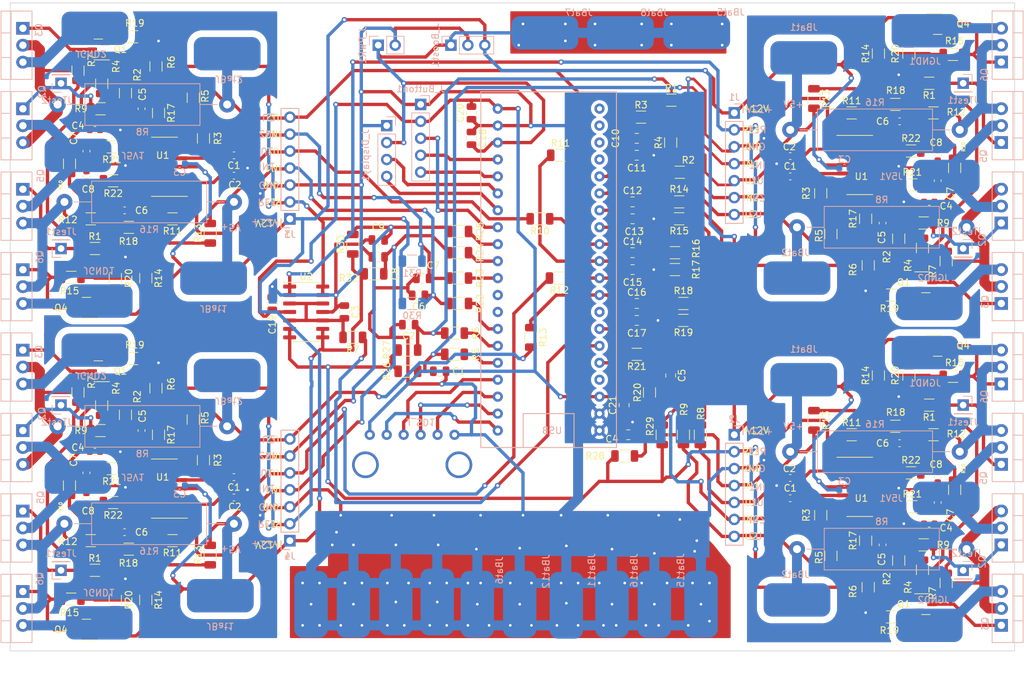
<source format=kicad_pcb>
(kicad_pcb (version 20211014) (generator pcbnew)
  (layers (0 "F.Cu" signal) (31 "B.Cu" signal) (34 "B.Paste" user) (35 "F.Paste" user) (36 "B.SilkS" user "B.Silkscreen") (37 "F.SilkS" user "F.Silkscreen") (38 "B.Mask" user) (39 "F.Mask" user) (44 "Edge.Cuts" user))
  (net 0 "")
  (net 1 "IN1")
  (net 2 "GND")
  (net 3 "IN2")
  (net 4 "+12V")
  (net 5 "Net-(C3-Pad2)")
  (net 6 "U1")
  (net 7 "U2")
  (net 8 "A1")
  (net 9 "A2")
  (net 10 "PWM1")
  (net 11 "PWM2")
  (net 12 "IN3")
  (net 13 "IN4")
  (net 14 "IN5")
  (net 15 "IN6")
  (net 16 "IN7")
  (net 17 "IN8")
  (net 18 "ref1")
  (net 19 "ref3")
  (net 20 "U5")
  (net 21 "U6")
  (net 22 "ref2")
  (net 23 "U3")
  (net 24 "U4")
  (net 25 "ref4")
  (net 26 "U7")
  (net 27 "U8")
  (net 28 "+5V")
  (net 29 "+3.3V")
  (net 30 "SW")
  (net 31 "DT")
  (net 32 "CLK")
  (net 33 "/SDA")
  (net 34 "REF_IN")
  (net 35 "A3")
  (net 36 "A4")
  (net 37 "A5")
  (net 38 "A6")
  (net 39 "A7")
  (net 40 "A8")
  (net 41 "PWM3")
  (net 42 "PWM4")
  (net 43 "PWM5")
  (net 44 "PWM6")
  (net 45 "PWM7")
  (net 46 "PWM8")
  (net 47 "Net-(J_Display1-Pad4)")
  (net 48 "Net-(J_SD1-Pad2)")
  (net 57 "Net-(J_SD1-Pad3)")
  (net 58 "Net-(J_SD1-Pad4)")
  (net 59 "Net-(J_SD1-Pad5)")
  (net 60 "GND1")
  (footprint "Resistor_SMD:R_1206_3216Metric" (layer "F.Cu") (at 100.324543 110.476051 90)
    (fp_text reference "R17")
    (fp_text value "1k")
  )
  (footprint "Resistor_SMD:R_1206_3216Metric" (layer "F.Cu") (at 107.061 66.04 90)
    (fp_text reference "R3")
    (fp_text value "22k")
  )
  (footprint "Capacitor_SMD:C_0805_2012Metric" (layer "F.Cu") (at 171.983293 93.331051)
    (fp_text reference "C17")
    (fp_text value "C")
  )
  (footprint "Resistor_SMD:R_1206_3216Metric" (layer "F.Cu") (at 210.718293 109.201051)
    (fp_text reference "R18")
    (fp_text value "1k")
  )
  (footprint "Resistor_SMD:R_1206_3216Metric" (layer "F.Cu") (at 177.698293 85.711051 180)
    (fp_text reference "R17")
    (fp_text value "10k")
  )
  (footprint "Resistor_SMD:R_1206_3216Metric" (layer "F.Cu") (at 170.174543 113.651051)
    (fp_text reference "R28")
    (fp_text value "10k")
  )
  (footprint "Resistor_SMD:R_1206_3216Metric" (layer "F.Cu") (at 156.108293 95.871051 -90)
    (fp_text reference "R13")
    (fp_text value "10k")
  )
  (footprint "Capacitor_SMD:C_0805_2012Metric" (layer "F.Cu") (at 171.983293 68.566051)
    (fp_text reference "C11")
    (fp_text value "C")
  )
  (footprint "Resistor_SMD:R_1206_3216Metric" (layer "F.Cu") (at 96.514543 99.046051 180)
    (fp_text reference "R19")
    (fp_text value "1k")
  )
  (footprint "Capacitor_SMD:C_0603_1608Metric" (layer "F.Cu") (at 211.353293 63.486051)
    (fp_text reference "C6")
    (fp_text value "1u")
  )
  (footprint "Resistor_SMD:R_1206_3216Metric" (layer "F.Cu") (at 216.433293 62.216051)
    (fp_text reference "R12")
    (fp_text value "10k")
  )
  (footprint "Resistor_SMD:R_1206_3216Metric" (layer "F.Cu") (at 215.798293 106.026051 180)
    (fp_text reference "R1")
    (fp_text value "1k")
  )
  (footprint "Resistor_SMD:R_1206_3216Metric" (layer "F.Cu") (at 145.313293 90.791051)
    (fp_text reference "R22")
    (fp_text value "10k")
  )
  (footprint "Resistor_SMD:R_1206_3216Metric" (layer "F.Cu") (at 206.273293 78.091051 -90)
    (fp_text reference "R17")
    (fp_text value "1k")
  )
  (footprint "Resistor_SMD:R_1206_3216Metric" (layer "F.Cu") (at 208.178293 101.581051 -90)
    (fp_text reference "R14")
    (fp_text value "22k")
  )
  (footprint "Capacitor_SMD:C_0805_2012Metric" (layer "F.Cu") (at 133.250793 81.266051 180)
    (fp_text reference "C9")
    (fp_text value "C")
  )
  (footprint "Resistor_SMD:R_1206_3216Metric" (layer "F.Cu") (at 129.438293 81.901051 90)
    (fp_text reference "R33")
    (fp_text value "10k")
  )
  (footprint "Resistor_SMD:R_1206_3216Metric" (layer "F.Cu") (at 216.433293 110.471051)
    (fp_text reference "R12")
    (fp_text value "10k")
  )
  (footprint "Resistor_SMD:R_1206_3216Metric" (layer "F.Cu") (at 177.063293 66.661051 90)
    (fp_text reference "R4")
    (fp_text value "10k")
  )
  (footprint "Capacitor_SMD:C_0603_1608Metric" (layer "F.Cu") (at 194.970293 71.741051 180)
    (fp_text reference "C1")
    (fp_text value "1u")
  )
  (footprint "Resistor_SMD:R_1206_3216Metric" (layer "F.Cu") (at 90.799543 130.796051)
    (fp_text reference "R1")
    (fp_text value "1k")
  )
  (footprint "Capacitor_SMD:C_0805_2012Metric" (layer "F.Cu") (at 171.983293 90.791051)
    (fp_text reference "C16")
    (fp_text value "C")
  )
  (footprint "Resistor_SMD:R_1206_3216Metric" (layer "F.Cu") (at 95.885 79.375 180)
    (fp_text reference "R18")
    (fp_text value "1k")
  )
  (footprint "Capacitor_SMD:C_0603_1608Metric" (layer "F.Cu") (at 217.068293 120.631051 -90)
    (fp_text reference "C7")
    (fp_text value "1u")
  )
  (footprint "Resistor_SMD:R_1206_3216Metric" (layer "F.Cu") (at 211.226293 81.073551 90)
    (fp_text reference "R2")
    (fp_text value "22k")
  )
  (footprint "Package_SO:SOIC-14_3.9x8.7mm_P1.27mm" (layer "F.Cu") (at 205.388293 118.283551)
    (fp_text reference "U1")
    (fp_text value "LM324")
  )
  (footprint "Package_SO:SOIC-14_3.9x8.7mm_P1.27mm" (layer "F.Cu") (at 101.209543 118.538551 180)
    (fp_text reference "U1")
    (fp_text value "LM324")
  )
  (footprint "Capacitor_SMD:C_0603_1608Metric" (layer "F.Cu") (at 90.799543 113.016051)
    (fp_text reference "C4")
    (fp_text value "1u")
  )
  (footprint "Capacitor_SMD:C_0603_1608Metric" (layer "F.Cu") (at 194.970293 119.996051 180)
    (fp_text reference "C1")
    (fp_text value "1u")
  )
  (footprint "Capacitor_SMD:C_0805_2012Metric" (layer "F.Cu") (at 139.918293 87.026756 180)
    (fp_text reference "C7")
    (fp_text value "C")
  )
  (footprint "Resistor_SMD:R_1206_3216Metric" (layer "F.Cu") (at 199.542293 122.536051 -90)
    (fp_text reference "R3")
    (fp_text value "22k")
  )
  (footprint "Resistor_SMD:R_1206_3216Metric" (layer "F.Cu") (at 105.537 59.944 90)
    (fp_text reference "R5")
    (fp_text value "10k")
  )
  (footprint "Resistor_SMD:R_1206_3216Metric" (layer "F.Cu") (at 93.847543 135.241051 -90)
    (fp_text reference "R20")
    (fp_text value "1k")
  )
  (footprint "Resistor_SMD:R_1206_3216Metric" (layer "F.Cu") (at 177.698293 83.171051 180)
    (fp_text reference "R16")
    (fp_text value "10k")
  )
  (footprint "Capacitor_SMD:C_0603_1608Metric" (layer "F.Cu") (at 194.970293 68.693051 180)
    (fp_text reference "C2")
    (fp_text value "1u")
  )
  (footprint "Resistor_SMD:R_1206_3216Metric" (layer "F.Cu") (at 210.083293 137.776051)
    (fp_text reference "R19")
    (fp_text value "1k")
  )
  (footprint "Package_SO:SOIC-14_3.9x8.7mm_P1.27mm" (layer "F.Cu") (at 205.388293 70.028551)
    (fp_text reference "U1")
    (fp_text value "LM324")
  )
  (footprint "Capacitor_SMD:C_0805_2012Metric" (layer "F.Cu") (at 170.078293 106.031051 90)
    (fp_text reference "C21")
    (fp_text value "C")
  )
  (footprint "Resistor_SMD:R_1206_3216Metric" (layer "F.Cu") (at 212.750293 53.326051 90)
    (fp_text reference "R20")
    (fp_text value "1k")
  )
  (footprint "Capacitor_SMD:C_0603_1608Metric" (layer "F.Cu") (at 194.970293 116.948051 180)
    (fp_text reference "C2")
    (fp_text value "1u")
  )
  (footprint "Resistor_SMD:R_1206_3216Metric" (layer "F.Cu") (at 172.618293 62.851051)
    (fp_text reference "R3")
    (fp_text value "10k")
  )
  (footprint "Resistor_SMD:R_1206_3216Metric" (layer "F.Cu") (at 91.821 57.8505 90)
    (fp_text reference "R4")
    (fp_text value "10k")
  )
  (footprint "Resistor_SMD:R_1206_3216Metric" (layer "F.Cu") (at 88.259543 104.126051 -90)
    (fp_text reference "R7")
    (fp_text value "22k")
  )
  (footprint "Resistor_SMD:R_1206_3216Metric" (layer "F.Cu") (at 90.17 78.105 180)
    (fp_text reference "R12")
    (fp_text value "10k")
  )
  (footprint "Resistor_SMD:R_1206_3216Metric" (layer "F.Cu") (at 145.313293 79.996051)
    (fp_text reference "R25")
    (fp_text value "10k")
  )
  (footprint "Capacitor_SMD:C_0603_1608Metric" (layer "F.Cu") (at 111.633 68.58)
    (fp_text reference "C1")
    (fp_text value "1u")
  )
  (footprint "Resistor_SMD:R_1206_3216Metric" (layer "F.Cu") (at 102.422043 126.351051 180)
    (fp_text reference "R11")
    (fp_text value "22k")
  )
  (footprint "Resistor_SMD:R_1206_3216Metric" (layer "F.Cu") (at 212.750293 101.581051 90)
    (fp_text reference "R20")
    (fp_text value "1k")
  )
  (footprint "Capacitor_SMD:C_0805_2012Metric" (layer "F.Cu") (at 171.348293 85.711051)
    (fp_text reference "C15")
    (fp_text value "C")
  )
  (footprint "Resistor_SMD:R_1206_3216Metric" (layer "F.Cu") (at 145.313293 83.171051)
    (fp_text reference "R24")
    (fp_text value "10k")
  )
  (footprint "Resistor_SMD:R_1206_3216Metric" (layer "F.Cu") (at 90.805 82.55)
    (fp_text reference "R1")
    (fp_text value "1k")
  )
  (footprint "Resistor_SMD:R_1206_3216Metric" (layer "F.Cu") (at 206.654293 85.076051 90)
    (fp_text reference "R6")
    (fp_text value "22k")
  )
  (footprint "Resistor_SMD:R_1206_3216Metric" (layer "F.Cu") (at 213.258293 73.011051 180)
    (fp_text reference "R21")
    (fp_text value "1k")
  )
  (footprint "Resistor_SMD:R_1206_3216Metric" (layer "F.Cu") (at 213.065793 116.186051 180)
    (fp_text reference "R22")
    (fp_text value "1k")
  )
  (footprint "Capacitor_SMD:C_0805_2012Metric" (layer "F.Cu") (at 139.283293 89.566756 180)
    (fp_text reference "C6")
    (fp_text value "C")
  )
  (footprint "Capacitor_SMD:C_0603_1608Metric" (layer "F.Cu") (at 217.068293 116.821051 90)
    (fp_text reference "C8")
    (fp_text value "1u")
  )
  (footprint "Resistor_SMD:R_1206_3216Metric" (layer "F.Cu") (at 204.175793 62.216051)
    (fp_text reference "R11")
    (fp_text value "22k")
  )
  (footprint "Resistor_SMD:R_1206_3216Metric" (layer "F.Cu") (at 95.879543 127.621051 180)
    (fp_text reference "R18")
    (fp_text value "1k")
  )
  (footprint "Resistor_SMD:R_1206_3216Metric" (layer "F.Cu") (at 181.508293 110.476051 -90)
    (fp_text reference "R8")
    (fp_text value "10k")
  )
  (footprint "Resistor_SMD:R_1206_3216Metric" (layer "F.Cu") (at 98.425 86.995 90)
    (fp_text reference "R14")
    (fp_text value "22k")
  )
  (footprint "Capacitor_SMD:C_0805_2012Metric" (layer "F.Cu") (at 171.348293 78.091051)
    (fp_text reference "C13")
    (fp_text value "C")
  )
  (footprint "Resistor_SMD:R_1206_3216Metric" (layer "F.Cu") (at 91.6325 61.595)
    (fp_text reference "R9")
    (fp_text value "1k")
  )
  (footprint "Resistor_SMD:R_1206_3216Metric" (layer "F.Cu") (at 137.693293 97.776051)
    (fp_text reference "R27")
    (fp_text value "10k")
  )
  (footprint "Resistor_SMD:R_1206_3216Metric" (layer "F.Cu") (at 213.258293 121.266051 180)
    (fp_text reference "R21")
    (fp_text value "1k")
  )
  (footprint "Capacitor_SMD:C_0805_2012Metric" (layer "F.Cu") (at 142.453293 100.951051)
    (fp_text reference "C1")
    (fp_text value "C")
  )
  (footprint "Package_TO_SOT_SMD:SOT-23" (layer "F.Cu") (at 217.068293 48.881051)
    (fp_text reference "Q4")
    (fp_text value "BC846B")
  )
  (footprint "Capacitor_SMD:C_0603_1608Metric" (layer "F.Cu") (at 111.627543 119.874051)
    (fp_text reference "C2")
    (fp_text value "1u")
  )
  (footprint "Capacitor_SMD:C_0603_1608Metric" (layer "F.Cu") (at 97.784543 109.841051 90)
    (fp_text reference "C5")
    (fp_text value "1u")
  )
  (footprint "Resistor_SMD:R_1206_3216Metric" (layer "F.Cu") (at 93.345 67.31)
    (fp_text reference "R21")
    (fp_text value "1k")
  )
  (footprint "Resistor_SMD:R_1206_3216Metric" (layer "F.Cu") (at 99.943543 103.491051 -90)
    (fp_text reference "R6")
    (fp_text value "22k")
  )
  (footprint "Resistor_SMD:R_1206_3216Metric" (layer "F.Cu") (at 88.265 55.88 -90)
    (fp_text reference "R7")
    (fp_text value "22k")
  )
  (footprint "Capacitor_SMD:C_0603_1608Metric" (layer "F.Cu") (at 111.627543 116.826051)
    (fp_text reference "C1")
    (fp_text value "1u")
  )
  (footprint "Capacitor_SMD:C_0805_2012Metric" (layer "F.Cu") (at 117.373293 90.791051 -90)
    (fp_text reference "C19")
    (fp_text value "C")
  )
  (footprint "Capacitor_SMD:C_0603_1608Metric" (layer "F.Cu") (at 89.529543 116.191051 90)
    (fp_text reference "C7")
    (fp_text value "1u")
  )
  (footprint "Resistor_SMD:R_1206_3216Metric" (layer "F.Cu") (at 157.474543 78.091051 180)
    (fp_text reference "R10")
    (fp_text value "10k")
  )
  (footprint "Resistor_SMD:R_1206_3216Metric" (layer "F.Cu") (at 173.888293 104.126051 90)
    (fp_text reference "R20")
    (fp_text value "10k")
  )
  (footprint "Resistor_SMD:R_1206_3216Metric" (layer "F.Cu") (at 99.949 55.245 -90)
    (fp_text reference "R6")
    (fp_text value "22k")
  )
  (footprint "Resistor_SMD:R_1206_3216Metric" (layer "F.Cu") (at 210.718293 60.946051)
    (fp_text reference "R18")
    (fp_text value "1k")
  )
  (footprint "Resistor_SMD:R_1206_3216Metric" (layer "F.Cu") (at 144.678293 95.236051)
    (fp_text reference "R6")
    (fp_text value "10k")
  )
  (footprint "Resistor_SMD:R_1206_3216Metric" (layer "F.Cu") (at 213.065793 67.931051 180)
    (fp_text reference "R22")
    (fp_text value "1k")
  )
  (footprint "Resistor_SMD:R_1206_3216Metric" (layer "F.Cu") (at 87.243543 135.114051)
    (fp_text reference "R15")
    (fp_text value "22k")
  )
  (footprint "Capacitor_SMD:C_0603_1608Metric" (layer "F.Cu") (at 215.798293 75.551051 180)
    (fp_text reference "C4")
    (fp_text value "1u")
  )
  (footprint "Resistor_SMD:R_1206_3216Metric" (layer "F.Cu") (at 108.077 80.264 90)
    (fp_text reference "R13")
    (fp_text value "10k")
  )
  (footprint "Resistor_SMD:R_1206_3216Metric" (layer "F.Cu") (at 95.377 59.2475 -90)
    (fp_text reference "R2")
    (fp_text value "22k")
  )
  (footprint "Resistor_SMD:R_1206_3216Metric" (layer "F.Cu") (at 219.608293 118.726051 90)
    (fp_text reference "R10")
    (fp_text value "22k")
  )
  (footprint "Resistor_SMD:R_1206_3216Metric" (layer "F.Cu") (at 100.33 62.23 90)
    (fp_text reference "R17")
    (fp_text value "1k")
  )
  (footprint "Capacitor_SMD:C_0603_1608Metric" (layer "F.Cu") (at 215.798293 123.806051 180)
    (fp_text reference "C4")
    (fp_text value "1u")
  )
  (footprint "Resistor_SMD:R_1206_3216Metric" (layer "F.Cu") (at 171.983293 98.411051 180)
    (fp_text reference "R21")
    (fp_text value "10k")
  )
  (footprint "Capacitor_SMD:C_0603_1608Metric" (layer "F.Cu") (at 217.068293 68.566051 90)
    (fp_text reference "C8")
    (fp_text value "1u")
  )
  (footprint "Package_SO:SOIC-14_3.9x8.7mm_P1.27mm" (layer "F.Cu") (at 101.215 70.2925 180)
    (fp_text reference "U1")
    (fp_text value "LM324")
  )
  (footprint "Resistor_SMD:R_1206_3216Metric" (layer "F.Cu") (at 208.178293 53.326051 -90)
    (fp_text reference "R14")
    (fp_text value "22k")
  )
  (footprint "Capacitor_SMD:C_0603_1608Metric" (layer "F.Cu") (at 211.353293 111.741051)
    (fp_text reference "C6")
    (fp_text value "1u")
  )
  (footprint "Resistor_SMD:R_1206_3216Metric" (layer "F.Cu") (at 201.066293 128.632051 -90)
    (fp_text reference "R5")
    (fp_text value "10k")
  )
  (footprint "Resistor_SMD:R_1206_3216Metric" (layer "F.Cu") (at 137.693293 100.951051)
    (fp_text reference "R26")
    (fp_text value "10k")
  )
  (footprint "Capacitor_SMD:C_0603_1608Metric" (layer "F.Cu") (at 208.813293 126.981051 -90)
    (fp_text reference "C5")
    (fp_text value "1u")
  )
  (footprint "Capacitor_SMD:C_0805_2012Metric" (layer "F.Cu") (at 171.983293 66.026051)
    (fp_text reference "C10")
    (fp_text value "C")
  )
  (footprint "Capacitor_SMD:C_0603_1608Metric" (layer "F.Cu") (at 95.244543 125.081051 180)
    (fp_text reference "C6")
    (fp_text value "1u")
  )
  (footprint "Capacitor_SMD:C_0603_1608Metric" (layer "F.Cu") (at 89.529543 120.001051 -90)
    (fp_text reference "C8")
    (fp_text value "1u")
  )
  (footprint "Capacitor_SMD:C_0603_1608Metric" (layer "F.Cu") (at 97.79 61.595 90)
    (fp_text reference "C5")
    (fp_text value "1u")
  )
  (footprint "Capacitor_SMD:C_0805_2012Metric" (layer "F.Cu") (at 177.063293 101.586051 -90)
    (fp_text reference "C5")
    (fp_text value "C")
  )
  (footprint "Capacitor_SMD:C_0805_2012Metric" (layer "F.Cu") (at 171.348293 83.171051)
    (fp_text reference "C14")
    (fp_text value "C")
  )
  (footprint "Resistor_SMD:R_1206_3216Metric" (layer "F.Cu") (at 219.608293 70.471051 90)
    (fp_text reference "R10")
    (fp_text value "22k")
  )
  (footprint "Resistor_SMD:R_1206_3216Metric" (layer "F.Cu") (at 93.339543 115.556051)
    (fp_text reference "R21")
    (fp_text value "1k")
  )
  (footprint "Resistor_SMD:R_1206_3216Metric" (layer "F.Cu") (at 87.249 86.868)
    (fp_text reference "R15")
    (fp_text value "22k")
  )
  (footprint "Package_TO_SOT_SMD:SOT-23" (layer "F.Cu") (at 89.535 91.44 180)
    (fp_text reference "Q4")
    (fp_text value "BC846B")
  )
  (footprint "Resistor_SMD:R_1206_3216Metric" (layer "F.Cu") (at 105.531543 108.190051 90)
    (fp_text reference "R5")
    (fp_text value "10k")
  )
  (footprint "Resistor_SMD:R_1206_3216Metric" (layer "F.Cu") (at 93.853 86.995 -90)
    (fp_text reference "R20")
    (fp_text value "1k")
  )
  (footprint "Resistor_SMD:R_1206_3216Metric" (layer "F.Cu") (at 214.970793 126.981051 180)
    (fp_text reference "R9")
    (fp_text value "1k")
  )
  (footprint "Resistor_SMD:R_1206_3216Metric" (layer "F.Cu") (at 206.654293 133.331051 90)
    (fp_text reference "R6")
    (fp_text value "22k")
  )
  (footprint "Resistor_SMD:R_1206_3216Metric" (layer "F.Cu") (at 145.313293 86.981051)
    (fp_text reference "R23")
    (fp_text value "10k")
  )
  (footprint "Capacitor_SMD:C_0603_1608Metric" (layer "F.Cu") (at 217.068293 72.376051 -90)
    (fp_text reference "C7")
    (fp_text value "1u")
  )
  (footprint "Resistor_SMD:R_1206_3216Metric" (layer "F.Cu") (at 107.055543 114.286051 90)
    (fp_text reference "R3")
    (fp_text value "22k")
  )
  (footprint "Resistor_SMD:R_1206_3216Metric" (layer "F.Cu") (at 214.782293 130.725551 -90)
    (fp_text reference "R4")
    (fp_text value "10k")
  )
  (footprint "Package_TO_SOT_SMD:SOT-23" (layer "F.Cu") (at 91.313 52.705 180)
    (fp_text reference "Q1")
    (fp_text value "BC846B")
  )
  (footprint "Resistor_SMD:R_1206_3216Metric" (layer "F.Cu") (at 199.542293 74.281051 -90)
    (fp_text reference "R3")
    (fp_text value "22k")
  )
  (footprint "Resistor_SMD:R_1206_3216Metric" (layer "F.Cu") (at 178.429543 71.106051)
    (fp_text reference "R2")
    (fp_text value "10k")
  )
  (footprint "Resistor_SMD:R_1206_3216Metric" (layer "F.Cu") (at 175.793293 110.476051 90)
    (fp_text reference "R29")
    (fp_text value "10k")
  )
  (footprint "Resistor_SMD:R_1206_3216Metric" (layer "F.Cu") (at 219.354293 53.453051 180)
    (fp_text reference "R15")
    (fp_text value "22k")
  )
  (footprint "Capacitor_SMD:C_0805_2012Metric" (layer "F.Cu") (at 133.248293 83.806051 180)
    (fp_text reference "C8")
    (fp_text value "C")
  )
  (footprint "Package_TO_SOT_SMD:SOT-23" (layer "F.Cu") (at 217.068293 97.136051)
    (fp_text reference "Q4")
    (fp_text value "BC846B")
  )
  (footprint "Resistor_SMD:R_1206_3216Metric" (layer "F.Cu") (at 215.798293 57.771051 180)
    (fp_text reference "R1")
    (fp_text value "1k")
  )
  (footprint "Resistor_SMD:R_1206_3216Metric" (layer "F.Cu") (at 98.419543 135.241051 90)
    (fp_text reference "R14")
    (fp_text value "22k")
  )
  (footprint "Resistor_SMD:R_1206_3216Metric" (layer "F.Cu") (at 95.371543 107.493551 -90)
    (fp_text reference "R2")
    (fp_text value "22k")
  )
  (footprint "Resistor_SMD:R_1206_3216Metric" (layer "F.Cu") (at 218.338293 84.441051 90)
    (fp_text reference "R7")
    (fp_text value "22k")
  )
  (footprint "Resistor_SMD:R_1206_3216Metric" (layer "F.Cu") (at 91.815543 106.096551 90)
    (fp_text reference "R4")
    (fp_text value "10k")
  )
  (footprint "Resistor_SMD:R_1206_3216Metric" (layer "F.Cu") (at 204.175793 110.471051)
    (fp_text reference "R11")
    (fp_text value "22k")
  )
  (footprint "Resistor_SMD:R_1206_3216Metric" (layer "F.Cu") (at 129.438293 95.871051 180)
    (fp_text reference "R7")
    (fp_text value "10k")
  )
  (footprint "Capacitor_SMD:C_0805_2012Metric" (layer "F.Cu") (at 170.713293 110.476051 180)
    (fp_text reference "C4")
    (fp_text value "C")
  )
  (footprint "Resistor_SMD:R_1206_3216Metric" (layer "F.Cu") (at 132.613293 86.346051)
    (fp_text reference "R32")
    (fp_text value "10k")
  )
  (footprint "Capacitor_SMD:C_0603_1608Metric" (layer "F.Cu") (at 89.535 67.945 90)
    (fp_text reference "C7")
    (fp_text value "1u")
  )
  (footprint "Capacitor_SMD:C_0805_2012Metric" (layer "F.Cu") (at 171.348293 75.551051)
    (fp_text reference "C12")
    (fp_text value "C")
  )
  (footprint "Resistor_SMD:R_1206_3216Metric" (layer "F.Cu") (at 96.52 50.8 180)
    (fp_text reference "R19")
    (fp_text value "1k")
  )
  (footprint "Resistor_SMD:R_1206_3216Metric" (layer "F.Cu") (at 214.782293 82.470551 -90)
    (fp_text reference "R4")
    (fp_text value "10k")
  )
  (footprint "Resistor_SMD:R_1206_3216Metric" (layer "F.Cu") (at 93.5375 72.39)
    (fp_text reference "R22")
    (fp_text value "1k")
  )
  (footprint "Package_TO_SOT_SMD:SOT-23" (layer "F.Cu") (at 89.529543 139.686051 180)
    (fp_text reference "Q4")
    (fp_text value "BC846B")
  )
  (footprint "Capacitor_SMD:C_0805_2012Metric" (layer "F.Cu") (at 128.168293 92.061051 -90)
    (fp_text reference "C3")
    (fp_text value "C")
  )
  (footprint "Capacitor_SMD:C_0603_1608Metric" (layer "F.Cu") (at 90.805 64.77)
    (fp_text reference "C4")
    (fp_text value "1u")
  )
  (footprint "Resistor_SMD:R_1206_3216Metric" (layer "F.Cu") (at 219.354293 101.708051 180)
    (fp_text reference "R15")
    (fp_text value "22k")
  )
  (footprint "Resistor_SMD:R_1206_3216Metric" (layer "F.Cu") (at 178.968293 110.476051 -90)
    (fp_text reference "R9")
    (fp_text value "10k")
  )
  (footprint "Resistor_SMD:R_1206_3216Metric" (layer "F.Cu") (at 160.360793 86.981051 180)
    (fp_text reference "R12")
    (fp_text value "10k")
  )
  (footprint "Resistor_SMD:R_1206_3216Metric" (layer "F.Cu") (at 86.995 69.85 -90)
    (fp_text reference "R10")
    (fp_text value "22k")
  )
  (footprint "Resistor_SMD:R_1206_3216Metric" (layer "F.Cu") (at 86.989543 118.096051 -90)
    (fp_text reference "R10")
    (fp_text value "22k")
  )
  (footprint "Resistor_SMD:R_1206_3216Metric" (layer "F.Cu") (at 198.526293 60.057051 -90)
    (fp_text reference "R13")
    (fp_text value "10k")
  )
  (footprint "Resistor_SMD:R_1206_3216Metric" (layer "F.Cu") (at 178.968293 90.791051 180)
    (fp_text reference "R18")
    (fp_text value "10k")
  )
  (footprint "Capacitor_SMD:C_0603_1608Metric" (layer "F.Cu") (at 95.25 76.835 180)
    (fp_text reference "C6")
    (fp_text value "1u")
  )
  (footprint "Resistor_SMD:R_1206_3216Metric" (layer "F.Cu") (at 198.526293 108.312051 -90)
    (fp_text reference "R13")
    (fp_text value "10k")
  )
  (footprint "Package_SO:SOIC-14_3.9x8.7mm_P1.27mm" (layer "F.Cu") (at 122.453293 92.061051)
    (fp_text reference "U2")
    (fp_text value "LM324")
  )
  (footprint "Capacitor_SMD:C_0805_2012Metric" (layer "F.Cu") (at 137.820293 93.966051 180)
    (fp_text reference "C2")
    (fp_text value "C")
  )
  (footprint "Package_TO_SOT_SMD:SOT-23" (layer "F.Cu") (at 215.290293 87.616051)
    (fp_text reference "Q1")
    (fp_text value "BC846B")
  )
  (footprint "Capacitor_SMD:C_0603_1608Metric" (layer "F.Cu") (at 208.813293 78.726051 -90)
    (fp_text reference "C5")
    (fp_text value "1u")
  )
  (footprint "Resistor_SMD:R_1206_3216Metric" (layer "F.Cu") (at 177.159543 60.311051)
    (fp_text reference "R1")
    (fp_text value "10k")
  )
  (footprint "Package_TO_SOT_SMD:SOT-23" (layer "F.Cu") (at 91.307543 100.951051 180)
    (fp_text reference "Q1")
    (fp_text value "BC846B")
  )
  (footprint "Resistor_SMD:R_1206_3216Metric" (layer "F.Cu") (at 91.627043 109.841051)
    (fp_text reference "R9")
    (fp_text value "1k")
  )
  (footprint "Resistor_SMD:R_1206_3216Metric" (layer "F.Cu") (at 93.532043 120.636051)
    (fp_text reference "R22")
    (fp_text value "1k")
  )
  (footprint "Capacitor_SMD:C_0603_1608Metric" (layer "F.Cu") (at 89.535 71.755 -90)
    (fp_text reference "C8")
    (fp_text value "1u")
  )
  (footprint "Resistor_SMD:R_1206_3216Metric" (layer "F.Cu") (at 160.553293 68.566051)
    (fp_text reference "R11")
    (fp_text value "10k")
  )
  (footprint "Resistor_SMD:R_1206_3216Metric" (layer "F.Cu") (at 108.071543 128.510051 90)
    (fp_text reference "R13")
    (fp_text value "10k")
  )
  (footprint "Capacitor_SMD:C_0805_2012Metric" (layer "F.Cu") (at 147.218293 66.026051 -90)
    (fp_text reference "C18")
    (fp_text value "C")
  )
  (footprint "Resistor_SMD:R_1206_3216Metric" (layer "F.Cu") (at 211.226293 129.328551 90)
    (fp_text reference "R2")
    (fp_text value "22k")
  )
  (footprint "Capacitor_SMD:C_0603_1608Metric" (layer "F.Cu") (at 111.633 71.628)
    (fp_text reference "C2")
    (fp_text value "1u")
  )
  (footprint "Resistor_SMD:R_1206_3216Metric" (layer "F.Cu") (at 201.066293 80.377051 -90)
    (fp_text reference "R5")
    (fp_text value "10k")
  )
  (footprint "Resistor_SMD:R_1206_3216Metric" (layer "F.Cu") (at 178.333293 75.551051 180)
    (fp_text reference "R14")
    (fp_text value "10k")
  )
  (footprint "Resistor_SMD:R_1206_3216Metric" (layer "F.Cu") (at 178.333293 78.091051 180)
    (fp_text reference "R15")
    (fp_text value "10k")
  )
  (footprint "Resistor_SMD:R_1206_3216Metric" (layer "F.Cu") (at 206.273293 126.346051 -90)
    (fp_text reference "R17")
    (fp_text value "1k")
  )
  (footprint "Resistor_SMD:R_1206_3216Metric" (layer "F.Cu") (at 218.338293 132.696051 90)
    (fp_text reference "R7")
    (fp_text value "22k")
  )
  (footprint "Capacitor_SMD:C_0805_2012Metric" (layer "F.Cu") (at 147.218293 62.216051 90)
    (fp_text reference "C20")
    (fp_text value "C")
  )
  (footprint "Package_TO_SOT_SMD:SOT-23" (layer "F.Cu") (at 215.290293 135.871051)
    (fp_text reference "Q1")
    (fp_text value "BC846B")
  )
  (footprint "Resistor_SMD:R_1206_3216Metric" (layer "F.Cu") (at 210.083293 89.521051)
    (fp_text reference "R19")
    (fp_text value "1k")
  )
  (footprint "Resistor_SMD:R_1206_3216Metric" (layer "F.Cu") (at 102.4275 78.105 180)
    (fp_text reference "R11")
    (fp_text value "22k")
  )
  (footprint "Resistor_SMD:R_1206_3216Metric" (layer "F.Cu") (at 90.164543 126.351051 180)
    (fp_text reference "R12")
    (fp_text value "10k")
  )
  (footprint "Resistor_SMD:R_1206_3216Metric" (layer "F.Cu") (at 178.968293 93.331051 180)
    (fp_text reference "R19")
    (fp_text value "10k")
  )
  (footprint "Resistor_SMD:R_1206_3216Metric" (layer "F.Cu") (at 214.970793 78.726051 180)
    (fp_text reference "R9")
    (fp_text value "1k")
  )
  (footprint "Resistor_SMD:R_1206_3216Metric" (layer "F.Cu") (at 144.678293 98.411051)
    (fp_text reference "R5")
    (fp_text value "10k")
  )
  (footprint "Connector_PinHeader_2.54mm:PinHeader_1x01_P2.54mm_Vertical" (layer "B.Cu") (at 220.878293 82.536051 180)
    (fp_text reference "JTest2")
    (fp_text value "Conn_01x01_Male")
  )
  (footprint "Connector_PinHeader_2.54mm:PinHeader_1x01_P2.54mm_Vertical" (layer "B.Cu") (at 220.878293 106.026051 180)
    (fp_text reference "JTest1")
    (fp_text value "Conn_01x01_Male")
  )
  (footprint "Resistor_THT:R_Axial_DIN0617_L17.0mm_D6.0mm_P25.40mm_Horizontal" (layer "B.Cu") (at 221.386293 127.616051 180)
    (fp_text reference "R8")
    (fp_text value "0.22")
  )
  (footprint "controller:PowerPin" (layer "B.Cu") (at 138.424543 140.626051 90)
    (fp_text reference "JBat2" hide)
    (fp_text value "Conn_01x01_Male")
  )
  (footprint "Connector_PinHeader_2.54mm:PinHeader_1x07_P2.54mm_Vertical" (layer "B.Cu") (at 186.588293 110.471051 180)
    (fp_text reference "J1")
    (fp_text value "Conn_01x07_Male")
  )
  (footprint "Resistor_THT:R_Axial_DIN0617_L17.0mm_D6.0mm_P25.40mm_Horizontal" (layer "B.Cu") (at 220.370293 113.011051 180)
    (fp_text reference "R16")
    (fp_text value "0.22")
  )
  (footprint "controller:PowerPin" (layer "B.Cu") (at 151.904543 130.796051 -90)
    (fp_text reference "JBat6")
    (fp_text value "Conn_01x01_Male")
  )
  (footprint "controller:PowerPin" (layer "B.Cu") (at 158.889543 130.961051 -90)
    (fp_text reference "JBat12")
    (fp_text value "Conn_01x01_Male")
  )
  (footprint "Package_TO_SOT_THT:TO-220-3_Vertical" (layer "B.Cu") (at 226.593293 102.851051 90)
    (fp_text reference "Q6")
    (fp_text value "IRF3205")
  )
  (footprint "Channel:PowerPad" (layer "B.Cu") (at 91.44 90.424)
    (fp_text reference "JGND1")
    (fp_text value "Conn_01x01_Male" hide)
  )
  (footprint "Resistor_THT:R_Axial_DIN0617_L17.0mm_D6.0mm_P25.40mm_Horizontal" (layer "B.Cu") (at 221.386293 79.361051 180)
    (fp_text reference "R8")
    (fp_text value "0.22")
  )
  (footprint "Channel:PowerPad" (layer "B.Cu") (at 218.338293 71.741051 180)
    (fp_text reference "J5V1")
    (fp_text value "Conn_01x01_Male" hide)
  )
  (footprint "Package_TO_SOT_THT:TO-220-3_Vertical" (layer "B.Cu") (at 80.004543 97.776051 -90)
    (fp_text reference "Q3")
    (fp_text value "IRF3205")
  )
  (footprint "Package_TO_SOT_THT:TO-220-3_Vertical" (layer "B.Cu") (at 226.593293 66.661051 90)
    (fp_text reference "Q5")
    (fp_text value "IRF3205")
  )
  (footprint "controller:PowerPin" (layer "B.Cu") (at 179.064543 130.796051 -90)
    (fp_text reference "JBat15")
    (fp_text value "Conn_01x01_Male")
  )
  (footprint "Connector_PinHeader_2.54mm:PinHeader_1x07_P2.54mm_Vertical" (layer "B.Cu") (at 186.588293 110.471051 180)
    (fp_text reference "J2")
    (fp_text value "Conn_01x07_Male")
  )
  (footprint "Resistor_SMD:R_1206_3216Metric" (layer "B.Cu") (at 138.328293 84.441051)
    (fp_text reference "R31")
    (fp_text value "10k")
  )
  (footprint "Channel:PowerPad" (layer "B.Cu") (at 91.434543 138.670051)
    (fp_text reference "JGND1")
    (fp_text value "Conn_01x01_Male" hide)
  )
  (footprint "Package_TO_SOT_THT:TO-220-3_Vertical" (layer "B.Cu") (at 80.01 85.725 -90)
    (fp_text reference "Q6")
    (fp_text value "IRF3205")
  )
  (footprint "Resistor_THT:R_Axial_DIN0617_L17.0mm_D6.0mm_P25.40mm_Horizontal" (layer "B.Cu") (at 85.217 60.96)
    (fp_text reference "R8")
    (fp_text value "0.22")
  )
  (footprint "Package_TO_SOT_THT:TO-220-3_Vertical" (layer "B.Cu") (at 226.593293 54.596051 90)
    (fp_text reference "Q6")
    (fp_text value "IRF3205")
  )
  (footprint "Channel:PowerPad" (layer "B.Cu") (at 88.265 68.58)
    (fp_text reference "J5V1")
    (fp_text value "Conn_01x01_Male" hide)
  )
  (footprint "Package_TO_SOT_THT:TO-220-3_Vertical" (layer "B.Cu") (at 226.593293 114.916051 90)
    (fp_text reference "Q5")
    (fp_text value "IRF3205")
  )
  (footprint "Channel:PowerPad" (layer "B.Cu") (at 110.617 53.34)
    (fp_text reference "JBat2")
    (fp_text value "Conn_01x01_Male" hide)
  )
  (footprint "Capacitor_SMD:C_0603_1608Metric" (layer "B.Cu") (at 203.098293 70.471051)
    (fp_text reference "C3")
    (fp_text value "1u")
  )
  (footprint "controller:PowerPin" (layer "B.Cu") (at 120.644543 130.796051 -90)
    (fp_text reference "JBat10" hide)
    (fp_text value "Conn_01x01_Male")
  )
  (footprint "Package_TO_SOT_THT:TO-220-3_Vertical" (layer "B.Cu") (at 80.01 73.66 -90)
    (fp_text reference "Q5")
    (fp_text value "IRF3205")
  )
  (footprint "Capacitor_SMD:C_0603_1608Metric" (layer "B.Cu") (at 103.505 69.85 180)
    (fp_text reference "C3")
    (fp_text value "1u")
  )
  (footprint "Connector_PinHeader_2.54mm:PinHeader_1x07_P2.54mm_Vertical" (layer "B.Cu") (at 186.588293 62.216051 180)
    (fp_text reference "J1")
    (fp_text value "Conn_01x07_Male")
  )
  (footprint "controller:PowerPin" (layer "B.Cu") (at 163.289543 47.671051 180)
    (fp_text reference "JBat7")
    (fp_text value "Conn_01x01_Male")
  )
  (footprint "Channel:PowerPad" (layer "B.Cu") (at 218.338293 119.996051 180)
    (fp_text reference "J5V1")
    (fp_text value "Conn_01x01_Male" hide)
  )
  (footprint "Channel:PowerPad" (layer "B.Cu") (at 90.799543 97.776051)
    (fp_text reference "JGND2")
    (fp_text value "Conn_01x01_Male")
  )
  (footprint "Connector_PinHeader_2.54mm:PinHeader_1x01_P2.54mm_Vertical" (layer "B.Cu") (at 85.725 57.785)
    (fp_text reference "JTest2")
    (fp_text value "Conn_01x01_Male")
  )
  (footprint "Channel:PowerPad" (layer "B.Cu") (at 215.798293 139.046051 180)
    (fp_text reference "JGND2")
    (fp_text value "Conn_01x01_Male")
  )
  (footprint "controller:PowerPin" (layer "B.Cu") (at 126.994543 130.796051 -90)
    (fp_text reference "JBat1" hide)
    (fp_text value "Conn_01x01_Male")
  )
  (footprint "Connector_PinHeader_2.54mm:PinHeader_1x07_P2.54mm_Vertical" (layer "B.Cu") (at 120.015 78.105)
    (fp_text reference "J3")
    (fp_text value "Conn_01x07_Male")
  )
  (footprint "controller:BluePill" (layer "B.Cu") (at 158.775293 85.711051)
    (fp_text reference "U1" hide)
    (fp_text value "BluePill_STM32F103C" hide)
  )
  (footprint "Resistor_THT:R_Axial_DIN0617_L17.0mm_D6.0mm_P25.40mm_Horizontal" (layer "B.Cu") (at 86.227543 123.811051)
    (fp_text reference "R16")
    (fp_text value "0.22")
  )
  (footprint "Connector_PinHeader_2.54mm:PinHeader_1x01_P2.54mm_Vertical" (layer "B.Cu") (at 220.878293 57.771051 180)
    (fp_text reference "JTest1")
    (fp_text value "Conn_01x01_Male")
  )
  (footprint "Connector_PinHeader_2.54mm:PinHeader_1x04_P2.54mm_Vertical" (layer "B.Cu") (at 134.518293 64.121051 180)
    (fp_text reference "J_Display1")
    (fp_text value "Conn_01x04_Male")
  )
  (footprint "Channel:PowerPad" (layer "B.Cu") (at 197.002293 53.961051)
    (fp_text reference "JBat1")
    (fp_text value "Conn_01x01_Male" hide)
  )
  (footprint "Connector_PinHeader_2.54mm:PinHeader_1x07_P2.54mm_Vertical" (layer "B.Cu") (at 120.015 78.105)
    (fp_text reference "J1")
    (fp_text value "Conn_01x07_Male")
  )
  (footprint "Package_TO_SOT_THT:TO-220-3_Vertical" (layer "B.Cu") (at 80.004543 109.841051 -90)
    (fp_text reference "Q2")
    (fp_text value "IRF3205")
  )
  (footprint "Capacitor_SMD:C_0603_1608Metric" (layer "B.Cu") (at 103.499543 118.096051 180)
    (fp_text reference "C3")
    (fp_text value "1u")
  )
  (footprint "Connector_PinHeader_2.54mm:PinHeader_1x01_P2.54mm_Vertical" (layer "B.Cu") (at 85.725 82.55)
    (fp_text reference "JTest1")
    (fp_text value "Conn_01x01_Male")
  )
  (footprint "Channel:PowerPad" (layer "B.Cu") (at 88.259543 116.826051)
    (fp_text reference "J5V1")
    (fp_text value "Conn_01x01_Male" hide)
  )
  (footprint "Connector_PinHeader_2.54mm:PinHeader_1x01_P2.54mm_Vertical" (layer "B.Cu") (at 85.719543 106.031051)
    (fp_text reference "JTest2")
    (fp_text value "Conn_01x01_Male")
  )
  (footprint "Package_TO_SOT_THT:TO-220-3_Vertical" (layer "B.Cu") (at 80.004543 133.971051 -90)
    (fp_text reference "Q6")
    (fp_text value "IRF3205")
  )
  (footprint "Resistor_THT:R_Axial_DIN0617_L17.0mm_D6.0mm_P25.40mm_Horizontal" (layer "B.Cu") (at 220.370293 64.756051 180)
    (fp_text reference "R16")
    (fp_text value "0.22")
  )
  (footprint "Channel:PowerPad" (layer "B.Cu") (at 90.805 49.53)
    (fp_text reference "JGND2")
    (fp_text value "Conn_01x01_Male")
  )
  (footprint "Channel:PowerPad" (layer "B.Cu") (at 108.585 86.995 180)
    (fp_text reference "JBat1")
    (fp_text value "Conn_01x01_Male" hide)
  )
  (footprint "Resistor_THT:R_Axial_DIN0617_L17.0mm_D6.0mm_P25.40mm_Horizontal" (layer "B.Cu") (at 86.233 75.565)
    (fp_text reference "R16")
    (fp_text value "0.22")
  )
  (footprint "controller:PowerPin" (layer "B.Cu") (at 186.049543 47.611051 180)
    (fp_text reference "JBat5")
    (fp_text value "Conn_01x01_Male")
  )
  (footprint "Connector_PinHeader_2.54mm:PinHeader_1x07_P2.54mm_Vertical" (layer "B.Cu") (at 120.009543 126.351051)
    (fp_text reference "J4")
    (fp_text value "Conn_01x07_Male")
  )
  (footprint "Capacitor_SMD:C_0603_1608Metric" (layer "B.Cu") (at 203.098293 118.726051)
    (fp_text reference "C3")
    (fp_text value "1u")
  )
  (footprint "Package_TO_SOT_THT:TO-220-3_Vertical" (layer "B.Cu") (at 226.593293 126.981051 90)
    (fp_text reference "Q2")
    (fp_text value "IRF3205")
  )
  (footprint "Resistor_THT:R_Axial_DIN0617_L17.0mm_D6.0mm_P25.40mm_Horizontal" (layer "B.Cu") (at 85.211543 109.206051)
    (fp_text reference "R8")
    (fp_text value "0.22")
  )
  (footprint "controller:PowerPin" (layer "B.Cu") (at 172.079543 130.796051 -90)
    (fp_text reference "JBat16")
    (fp_text value "Conn_01x01_Male")
  )
  (footprint "Channel:PowerPad" (layer "B.Cu") (at 215.163293 49.897051 180)
    (fp_text reference "JGND1")
    (fp_text value "Conn_01x01_Male" hide)
  )
  (footprint "Connector_PinHeader_2.54mm:PinHeader_1x02_P2.54mm_Vertical" (layer "B.Cu") (at 133.248293 52.056051 -90)
    (fp_text reference "J_PWR1")
    (fp_text value "Conn_01x02_Male")
  )
  (footprint "Channel:PowerPad" (layer "B.Cu") (at 215.798293 90.791051 180)
    (fp_text reference "JGND2")
    (fp_text value "Conn_01x01_Male")
  )
  (footprint "Connector_PinHeader_2.54mm:PinHeader_1x01_P2.54mm_Vertical" (layer "B.Cu") (at 85.719543 130.796051)
    (fp_text reference "JTest1")
    (fp_text value "Conn_01x01_Male")
  )
  (footprint "Channel:PowerPad" (layer "B.Cu") (at 215.163293 98.152051 180)
    (fp_text reference "JGND1")
    (fp_text value "Conn_01x01_Male" hide)
  )
  (footprint "Package_TO_SOT_THT:TO-220-3_Vertical" (layer "B.Cu") (at 80.004543 121.906051 -90)
    (fp_text reference "Q5")
    (fp_text value "IRF3205")
  )
  (footprint "Connector_PinHeader_2.54mm:PinHeader_1x03_P2.54mm_Vertical" (layer "B.Cu") (at 144.139543 52.056051 -90)
    (fp_text reference "J_Boost1")
    (fp_text value "Conn_01x03_Male")
  )
  (footprint "Resistor_SMD:R_1206_3216Metric" (layer "B.Cu") (at 138.328293 90.791051)
    (fp_text reference "R30")
    (fp_text value "10k")
  )
  (footprint "controller:SD_Card_reader" (layer "B.Cu") (at 138.328293 110.476051 -90)
    (fp_text reference "J_SD1")
    (fp_text value "Conn_01x06_Male")
  )
  (footprint "Channel:PowerPad" (layer "B.Cu") (at 195.986293 135.236051 180)
    (fp_text reference "JBat2")
    (fp_text value "Conn_01x01_Male" hide)
  )
  (footprint "Connector_PinHeader_2.54mm:PinHeader_1x07_P2.54mm_Vertical" (layer "B.Cu") (at 120.009543 126.351051)
    (fp_text reference "J1")
    (fp_text value "Conn_01x07_Male")
  )
  (footprint "Connector_PinHeader_2.54mm:PinHeader_1x07_P2.54mm_Vertical" (layer "B.Cu") (at 186.588293 62.216051 180)
    (fp_text reference "J1")
    (fp_text value "Conn_01x07_Male")
  )
  (footprint "controller:PowerPin" (layer "B.Cu") (at 145.554543 130.796051 -90)
    (fp_text reference "JBat4" hide)
    (fp_text value "Conn_01x01_Male")
  )
  (footprint "Package_TO_SOT_THT:TO-220-3_Vertical" (layer "B.Cu") (at 226.593293 78.726051 90)
    (fp_text reference "Q2")
    (fp_text value "IRF3205")
  )
  (footprint "Channel:PowerPad" (layer "B.Cu") (at 195.986293 86.981051 180)
    (fp_text reference "JBat2")
    (fp_text value "Conn_01x01_Male" hide)
  )
  (footprint "Channel:PowerPad" (layer "B.Cu") (at 109.595543 134.606051 180)
    (fp_text reference "JBat1")
    (fp_text value "Conn_01x01_Male" hide)
  )
  (footprint "Package_TO_SOT_THT:TO-220-3_Vertical" (layer "B.Cu") (at 80.01 61.595 -90)
    (fp_text reference "Q2")
    (fp_text value "IRF3205")
  )
  (footprint "Connector_PinHeader_2.54mm:PinHeader_1x01_P2.54mm_Vertical" (layer "B.Cu") (at 220.878293 130.791051 180)
    (fp_text reference "JTest2")
    (fp_text value "Conn_01x01_Male")
  )
  (footprint "Connector_PinHeader_2.54mm:PinHeader_1x05_P2.54mm_Vertical" (layer "B.Cu") (at 139.598293 60.946051 180)
    (fp_text reference "J_Button1")
    (fp_text value "Conn_01x05_Male")
  )
  (footprint "controller:PowerPin" (layer "B.Cu") (at 174.619543 47.671051 180)
    (fp_text reference "JBat8")
    (fp_text value "Conn_01x01_Male")
  )
  (footprint "controller:PowerPin" (layer "B.Cu") (at 144.629543 140.626051 90)
    (fp_text reference "JBat3" hide)
    (fp_text value "Conn_01x01_Male")
  )
  (footprint "Package_TO_SOT_THT:TO-220-3_Vertical" (layer "B.Cu") (at 226.593293 90.791051 90)
    (fp_text reference "Q3")
    (fp_text value "IRF3205")
  )
  (footprint "Package_TO_SOT_THT:TO-220-3_Vertical" (layer "B.Cu") (at 80.01 49.53 -90)
    (fp_text reference "Q3")
    (fp_text value "IRF3205")
  )
  (footprint "Channel:PowerPad" (layer "B.Cu") (at 197.002293 102.216051)
    (fp_text reference "JBat1")
    (fp_text value "Conn_01x01_Male" hide)
  )
  (footprint "controller:PowerPin" (layer "B.Cu") (at 165.729543 130.796051 -90)
    (fp_text reference "JBat11")
    (fp_text value "Conn_01x01_Male")
  )
  (footprint "Channel:PowerPad" (layer "B.Cu") (at 110.611543 101.586051)
    (fp_text reference "JBat2")
    (fp_text value "Conn_01x01_Male" hide)
  )
  (footprint "Package_TO_SOT_THT:TO-220-3_Vertical" (layer "B.Cu") (at 226.593293 139.046051 90)
    (fp_text reference "Q3")
    (fp_text value "IRF3205")
  )
  (gr_rect (start 78.105 45.72) (end 228.6 142.875) (layer "Edge.Cuts") (width 0.1) (fill none))
  (gr_text "IN1" (at 190.017293 70.090051) (layer "B.SilkS") (effects (font (size 1 1)) (justify mirror)))
  (gr_text "IN1" (at 190.017293 118.345051) (layer "B.SilkS") (effects (font (size 1 1)) (justify mirror)))
  (gr_text "REF\n" (at 190.017293 64.756051) (layer "B.SilkS") (effects (font (size 1 1)) (justify mirror)))
  (gr_text "GND\n" (at 189.763293 115.551051) (layer "B.SilkS") (effects (font (size 1 1)) (justify mirror)))
  (gr_text "+12V\n" (at 116.199543 126.859051 180) (layer "B.SilkS") (effects (font (size 1 1)) (justify mirror)))
  (gr_text "IN2" (at 190.017293 123.171051 180) (layer "B.SilkS") (effects (font (size 1 1)) (justify mirror)))
  (gr_text "U2\n" (at 189.763293 77.456051) (layer "B.SilkS") (effects (font (size 1 1)) (justify mirror)))
  (gr_text "U1" (at 190.017293 120.631051) (layer "B.SilkS") (effects (font (size 1 1)) (justify mirror)))
  (gr_text "+5V\n" (at 195.478293 60.946051) (layer "B.SilkS") (effects (font (size 1 1)) (justify mirror)))
  (gr_text "IN2" (at 190.017293 74.916051 180) (layer "B.SilkS") (effects (font (size 1 1)) (justify mirror)))
  (gr_text "REF\n" (at 116.580543 123.811051 180) (layer "B.SilkS") (effects (font (size 1 1)) (justify mirror)))
  (gr_text "GND\n" (at 189.763293 67.296051) (layer "B.SilkS") (effects (font (size 1 1)) (justify mirror)))
  (gr_text "U1" (at 116.586 67.945 180) (layer "B.SilkS") (effects (font (size 1 1)) (justify mirror)))
  (gr_text "+12V\n" (at 116.205 78.613 180) (layer "B.SilkS") (effects (font (size 1 1)) (justify mirror)))
  (gr_text "U2\n" (at 189.763293 125.711051) (layer "B.SilkS") (effects (font (size 1 1)) (justify mirror)))
  (gr_text "REF\n" (at 116.586 75.565 180) (layer "B.SilkS") (effects (font (size 1 1)) (justify mirror)))
  (gr_text "+5V\n" (at 111.119543 127.621051 180) (layer "B.SilkS") (effects (font (size 1 1)) (justify mirror)))
  (gr_text "IN1" (at 116.580543 118.477051 180) (layer "B.SilkS") (effects (font (size 1 1)) (justify mirror)))
  (gr_text "U2\n" (at 116.834543 111.111051 180) (layer "B.SilkS") (effects (font (size 1 1)) (justify mirror)))
  (gr_text "GND\n" (at 116.834543 121.271051 180) (layer "B.SilkS") (effects (font (size 1 1)) (justify mirror)))
  (gr_text "IN2" (at 116.586 65.405) (layer "B.SilkS") (effects (font (size 1 1)) (justify mirror)))
  (gr_text "REF\n" (at 190.017293 113.011051) (layer "B.SilkS") (effects (font (size 1 1)) (justify mirror)))
  (gr_text "U2\n" (at 116.84 62.865 180) (layer "B.SilkS") (effects (font (size 1 1)) (justify mirror)))
  (gr_text "GND\n" (at 116.84 73.025 180) (layer "B.SilkS") (effects (font (size 1 1)) (justify mirror)))
  (gr_text "IN1" (at 116.586 70.231 180) (layer "B.SilkS") (effects (font (size 1 1)) (justify mirror)))
  (gr_text "+12V\n" (at 190.398293 109.963051) (layer "B.SilkS") (effects (font (size 1 1)) (justify mirror)))
  (gr_text "+5V\n" (at 111.125 79.375 180) (layer "B.SilkS") (effects (font (size 1 1)) (justify mirror)))
  (gr_text "U1" (at 116.580543 116.191051 180) (layer "B.SilkS") (effects (font (size 1 1)) (justify mirror)))
  (gr_text "IN2" (at 116.580543 113.651051) (layer "B.SilkS") (effects (font (size 1 1)) (justify mirror)))
  (gr_text "+5V\n" (at 195.478293 109.201051) (layer "B.SilkS") (effects (font (size 1 1)) (justify mirror)))
  (gr_text "+12V\n" (at 190.398293 61.708051) (layer "B.SilkS") (effects (font (size 1 1)) (justify mirror)))
  (gr_text "U1" (at 190.017293 72.376051) (layer "B.SilkS") (effects (font (size 1 1)) (justify mirror)))
  (gr_text "U2\n" (at 117.475 62.865 180) (layer "F.SilkS") (effects (font (size 1 1))))
  (gr_text "REF\n" (at 117.475 75.565 180) (layer "F.SilkS") (effects (font (size 1 1))))
  (gr_text "U2\n" (at 189.128293 77.456051) (layer "F.SilkS") (effects (font (size 1 1))))
  (gr_text "+12V\n" (at 116.834543 126.986051 180) (layer "F.SilkS") (effects (font (size 1 1))))
  (gr_text "GND" (at 189.128293 115.551051) (layer "F.SilkS") (effects (font (size 1 1))))
  (gr_text "U1" (at 117.469543 116.191051 180) (layer "F.SilkS") (effects (font (size 1 1))))
  (gr_text "REF\n" (at 189.128293 64.756051) (layer "F.SilkS") (effects (font (size 1 1))))
  (gr_text "GND" (at 117.475 73.025 180) (layer "F.SilkS") (effects (font (size 1 1))))
  (gr_text "U1" (at 189.128293 120.631051) (layer "F.SilkS") (effects (font (size 1 1))))
  (gr_text "U1" (at 189.128293 72.376051) (layer "F.SilkS") (effects (font (size 1 1))))
  (gr_text "GND" (at 117.469543 121.271051 180) (layer "F.SilkS") (effects (font (size 1 1))))
  (gr_text "+12V\n" (at 189.763293 61.581051) (layer "F.SilkS") (effects (font (size 1 1))))
  (gr_text "GND" (at 189.128293 67.296051) (layer "F.SilkS") (effects (font (size 1 1))))
  (gr_text "IN2" (at 189.128293 123.171051) (layer "F.SilkS") (effects (font (size 1 1))))
  (gr_text "+12V\n" (at 116.84 78.74 180) (layer "F.SilkS") (effects (font (size 1 1))))
  (gr_text "IN1" (at 189.128293 69.836051) (layer "F.SilkS") (effects (font (size 1 1))))
  (gr_text "IN2" (at 189.128293 74.916051) (layer "F.SilkS") (effects (font (size 1 1))))
  (gr_text "IN2" (at 117.469543 113.651051 180) (layer "F.SilkS") (effects (font (size 1 1))))
  (gr_text "IN1" (at 117.469543 118.731051 180) (layer "F.SilkS") (effects (font (size 1 1))))
  (gr_text "IN2" (at 117.475 65.405 180) (layer "F.SilkS") (effects (font (size 1 1))))
  (gr_text "REF\n" (at 189.128293 113.011051) (layer "F.SilkS") (effects (font (size 1 1))))
  (gr_text "IN1" (at 117.475 70.485 180) (layer "F.SilkS") (effects (font (size 1 1))))
  (gr_text "REF\n" (at 117.469543 123.811051 180) (layer "F.SilkS") (effects (font (size 1 1))))
  (gr_text "+12V\n" (at 189.763293 109.836051) (layer "F.SilkS") (effects (font (size 1 1))))
  (gr_text "U2\n" (at 189.128293 125.711051) (layer "F.SilkS") (effects (font (size 1 1))))
  (gr_text "U2\n" (at 117.469543 111.111051 180) (layer "F.SilkS") (effects (font (size 1 1))))
  (gr_text "IN1" (at 189.128293 118.091051) (layer "F.SilkS") (effects (font (size 1 1))))
  (gr_text "U1" (at 117.475 67.945 180) (layer "F.SilkS") (effects (font (size 1 1))))
  (segment (start 212.623293 62.851051) (end 212.623293 61.388551) (width 0.5) (layer "F.Cu") (net 0))
  (segment (start 96.3275 69.0225) (end 98.74 69.0225) (width 0.5) (layer "F.Cu") (net 0))
  (segment (start 210.083293 75.551051) (end 210.083293 74.281051) (width 0.5) (layer "F.Cu") (net 0))
  (segment (start 96.7125 71.5625) (end 95.885 72.39) (width 0.5) (layer "F.Cu") (net 0))
  (segment (start 96.52 76.34) (end 96.52 74.93) (width 0.5) (layer "F.Cu") (net 0))
  (segment (start 105.531543 112.000051) (end 105.277543 112.254051) (width 0.5) (layer "F.Cu") (net 0))
  (segment (start 93.339543 109.591051) (end 93.339543 107.301051) (width 0.5) (layer "F.Cu") (net 0))
  (segment (start 98.74 75.885) (end 98.74 79.055) (width 0.5) (layer "F.Cu") (net 0))
  (segment (start 99.943543 106.158051) (end 100.961543 107.176051) (width 0.5) (layer "F.Cu") (net 0))
  (segment (start 101.9195 81.7265) (end 100.457 80.264) (width 0.5) (layer "F.Cu") (net 0))
  (segment (start 95.377 60.71) (end 95.377 63.373) (width 0.5) (layer "F.Cu") (net 0))
  (segment (start 98.425 90.932) (end 96.967 92.39) (width 0.5) (layer "F.Cu") (net 0))
  (segment (start 202.082293 64.121051) (end 202.082293 62.847051) (width 0.5) (layer "F.Cu") (net 0))
  (segment (start 104.515543 124.446051) (end 104.515543 125.720051) (width 0.5) (layer "F.Cu") (net 0))
  (segment (start 218.973293 87.616051) (end 219.481293 87.616051) (width 0.5) (layer "F.Cu") (net 0))
  (segment (start 98.734543 119.808551) (end 96.707043 119.808551) (width 0.5) (layer "F.Cu") (net 0))
  (segment (start 92.069543 123.176051) (end 92.704543 123.176051) (width 0.5) (layer "F.Cu") (net 0))
  (segment (start 205.638293 67.951565) (end 205.638293 64.629051) (width 0.5) (layer "F.Cu") (net 0))
  (segment (start 80.645 66.675) (end 80.01 66.675) (width 1.5) (layer "F.Cu") (net 0))
  (segment (start 92.765543 138.736051) (end 93.847543 137.654051) (width 0.5) (layer "F.Cu") (net 0))
  (segment (start 87.122 52.705) (end 85.725 51.308) (width 0.5) (layer "F.Cu") (net 0))
  (segment (start 206.445279 117.013551) (end 205.638293 116.206565) (width 0.5) (layer "F.Cu") (net 0))
  (segment (start 98.74 82.235) (end 98.74 83.505) (width 0.5) (layer "F.Cu") (net 0))
  (segment (start 222.783293 106.026051) (end 217.260793 106.026051) (width 0.5) (layer "F.Cu") (net 0))
  (segment (start 201.320293 124.568051) (end 203.606293 124.568051) (width 0.5) (layer "F.Cu") (net 0))
  (segment (start 203.606293 78.121801) (end 205.099543 76.628551) (width 0.5) (layer "F.Cu") (net 0))
  (segment (start 206.273293 124.441051) (end 206.273293 124.883551) (width 0.5) (layer "F.Cu") (net 0))
  (segment (start 214.528293 67.931051) (end 216.928293 67.931051) (width 0.5) (layer "F.Cu") (net 0))
  (segment (start 104.521 77.474) (end 103.89 78.105) (width 0.5) (layer "F.Cu") (net 0))
  (segment (start 91.815543 104.634051) (end 91.307543 104.126051) (width 0.5) (layer "F.Cu") (net 0))
  (segment (start 207.863293 122.093551) (end 207.863293 122.851051) (width 0.5) (layer "F.Cu") (net 0))
  (segment (start 96.52 66.04) (end 96.52 66.929) (width 0.5) (layer "F.Cu") (net 0))
  (segment (start 100.967 58.93) (end 102.995 58.93) (width 0.5) (layer "F.Cu") (net 0))
  (segment (start 85.7865 86.868) (end 84.201 86.868) (width 0.5) (layer "F.Cu") (net 0))
  (segment (start 211.795793 121.266051) (end 211.795793 121.073551) (width 0.5) (layer "F.Cu") (net 0))
  (segment (start 95.879543 111.746051) (end 95.244543 111.746051) (width 0.5) (layer "F.Cu") (net 0))
  (segment (start 226.593293 114.916051) (end 225.450293 114.916051) (width 0.5) (layer "F.Cu") (net 0))
  (segment (start 210.083293 124.441051) (end 210.718293 125.076051) (width 0.5) (layer "F.Cu") (net 0))
  (segment (start 106.486043 112.254051) (end 105.023543 112.254051) (width 0.5) (layer "F.Cu") (net 0))
  (segment (start 213.766293 76.821051) (end 214.782293 77.837051) (width 0.5) (layer "F.Cu") (net 0))
  (segment (start 214.528293 65.391051) (end 213.893293 65.391051) (width 0.5) (layer "F.Cu") (net 0))
  (segment (start 86.989543 126.351051) (end 86.227543 125.589051) (width 0.5) (layer "F.Cu") (net 0))
  (segment (start 207.863293 117.013551) (end 209.890793 117.013551) (width 0.5) (layer "F.Cu") (net 0))
  (segment (start 98.800543 107.301051) (end 99.943543 106.158051) (width 0.5) (layer "F.Cu") (net 0))
  (segment (start 225.958293 121.901051) (end 226.593293 121.901051) (width 1.5) (layer "F.Cu") (net 0))
  (segment (start 205.580793 71.298551) (end 207.863293 71.298551) (width 0.5) (layer "F.Cu") (net 0))
  (segment (start 96.52 66.929) (end 96.8485 67.2575) (width 0.5) (layer "F.Cu") (net 0))
  (segment (start 86.995 78.105) (end 86.233 77.343) (width 0.5) (layer "F.Cu") (net 0))
  (segment (start 82.544543 100.951051) (end 82.544543 106.539051) (width 1.5) (layer "F.Cu") (net 0))
  (segment (start 100.324543 112.381051) (end 100.324543 111.938551) (width 0.5) (layer "F.Cu") (net 0))
  (segment (start 97.659543 121.078551) (end 98.734543 121.078551) (width 0.5) (layer "F.Cu") (net 0))
  (segment (start 100.965 72.369486) (end 100.965 75.692) (width 0.5) (layer "F.Cu") (net 0))
  (segment (start 222.656293 139.046051) (end 226.593293 139.046051) (width 0.5) (layer "F.Cu") (net 0))
  (segment (start 207.511043 135.650301) (end 208.178293 135.650301) (width 0.5) (layer "F.Cu") (net 0))
  (segment (start 216.928293 116.186051) (end 217.068293 116.046051) (width 0.5) (layer "F.Cu") (net 0))
  (segment (start 224.688293 88.251051) (end 224.053293 87.616051) (width 1.5) (layer "F.Cu") (net 0))
  (segment (start 206.146293 60.057051) (end 206.146293 61.708051) (width 0.5) (layer "F.Cu") (net 0))
  (segment (start 202.913293 72.568551) (end 202.913293 73.838551) (width 0.5) (layer "F.Cu") (net 0))
  (segment (start 96.967 92.39) (end 90.4725 92.39) (width 0.5) (layer "F.Cu") (net 0))
  (segment (start 80.004543 100.316051) (end 81.909543 100.316051) (width 1.5) (layer "F.Cu") (net 0))
  (segment (start 203.606293 124.568051) (end 205.138293 123.036051) (width 0.5) (layer "F.Cu") (net 0))
  (segment (start 213.258293 127.231051) (end 213.258293 129.521051) (width 0.5) (layer "F.Cu") (net 0))
  (segment (start 226.593293 88.251051) (end 224.688293 88.251051) (width 1.5) (layer "F.Cu") (net 0))
  (segment (start 203.606293 126.376801) (end 205.099543 124.883551) (width 0.5) (layer "F.Cu") (net 0))
  (segment (start 105.537 61.4065) (end 105.537 63.754) (width 0.5) (layer "F.Cu") (net 0))
  (segment (start 100.965 75.692) (end 100.457 76.2) (width 0.5) (layer "F.Cu") (net 0))
  (segment (start 211.353293 76.821051) (end 212.623293 76.821051) (width 0.5) (layer "F.Cu") (net 0))
  (segment (start 205.638293 112.884051) (end 206.146293 112.376051) (width 0.5) (layer "F.Cu") (net 0))
  (segment (start 100.451543 128.510051) (end 100.451543 126.859051) (width 0.5) (layer "F.Cu") (net 0))
  (segment (start 108.077 81.7265) (end 101.9195 81.7265) (width 0.5) (layer "F.Cu") (net 0))
  (segment (start 95.885 63.5) (end 95.25 63.5) (width 0.5) (layer "F.Cu") (net 0))
  (segment (start 92.71 77.47) (end 92.71 74.93) (width 0.5) (layer "F.Cu") (net 0))
  (segment (start 219.481293 135.871051) (end 220.878293 137.268051) (width 0.5) (layer "F.Cu") (net 0))
  (segment (start 105.283 64.008) (end 102.997 64.008) (width 0.5) (layer "F.Cu") (net 0))
  (segment (start 93.345 59.055) (end 98.806 59.055) (width 0.5) (layer "F.Cu") (net 0))
  (segment (start 210.578293 111.741051) (end 210.083293 112.236051) (width 0.5) (layer "F.Cu") (net 0))
  (segment (start 87.63 52.705) (end 87.63 54.4175) (width 0.5) (layer "F.Cu") (net 0))
  (segment (start 98.74 65.725) (end 100.33 64.135) (width 0.5) (layer "F.Cu") (net 0))
  (segment (start 207.863293 61.266051) (end 207.863293 58.086051) (width 0.5) (layer "F.Cu") (net 0))
  (segment (start 87.624543 100.951051) (end 87.116543 100.951051) (width 0.5) (layer "F.Cu") (net 0))
  (segment (start 96.514543 124.586051) (end 96.514543 123.176051) (width 0.5) (layer "F.Cu") (net 0))
  (segment (start 94.802043 115.556051) (end 94.802043 115.748551) (width 0.5) (layer "F.Cu") (net 0))
  (segment (start 98.734543 127.301051) (end 98.734543 130.481051) (width 0.5) (layer "F.Cu") (net 0))
  (segment (start 96.514543 113.016051) (end 96.514543 112.381051) (width 0.5) (layer "F.Cu") (net 0))
  (segment (start 93.98 63.5) (end 92.837 63.5) (width 0.5) (layer "F.Cu") (net 0))
  (segment (start 101.459543 116.826051) (end 101.017043 117.268551) (width 0.5) (layer "F.Cu") (net 0))
  (segment (start 98.74 79.055) (end 98.74 82.235) (width 0.5) (layer "F.Cu") (net 0))
  (segment (start 222.402293 53.453051) (end 223.545293 54.596051) (width 0.5) (layer "F.Cu") (net 0))
  (segment (start 97.79 62.37) (end 97.79 63.5) (width 0.5) (layer "F.Cu") (net 0))
  (segment (start 83.693 90.424) (end 83.693 87.376) (width 0.5) (layer "F.Cu") (net 0))
  (segment (start 212.654043 106.026051) (end 211.892043 106.788051) (width 0.5) (layer "F.Cu") (net 0))
  (segment (start 86.989543 119.558551) (end 86.989543 121.271051) (width 0.5) (layer "F.Cu") (net 0))
  (segment (start 213.197293 88.566051) (end 214.352793 88.566051) (width 0.5) (layer "F.Cu") (net 0))
  (segment (start 95.371543 108.956051) (end 95.371543 111.619051) (width 0.5) (layer "F.Cu") (net 0))
  (segment (start 100.457 76.2) (end 100.457 77.597) (width 0.5) (layer "F.Cu") (net 0))
  (segment (start 206.654293 131.868551) (end 206.654293 130.664051) (width 0.5) (layer "F.Cu") (net 0))
  (segment (start 98.734543 122.348551) (end 98.734543 123.496051) (width 0.5) (layer "F.Cu") (net 0))
  (segment (start 96.514543 112.381051) (end 95.879543 111.746051) (width 0.5) (layer "F.Cu") (net 0))
  (segment (start 88.702043 126.351051) (end 86.989543 126.351051) (width 0.5) (layer "F.Cu") (net 0))
  (segment (start 205.636293 81.391051) (end 203.608293 81.391051) (width 0.5) (layer "F.Cu") (net 0))
  (segment (start 105.537 63.754) (end 105.283 64.008) (width 0.5) (layer "F.Cu") (net 0))
  (segment (start 214.528293 116.186051) (end 216.928293 116.186051) (width 0.5) (layer "F.Cu") (net 0))
  (segment (start 202.913293 120.823551) (end 202.913293 122.093551) (width 0.5) (layer "F.Cu") (net 0))
  (segment (start 100.959543 123.938051) (end 100.451543 124.446051) (width 0.5) (layer "F.Cu") (net 0))
  (segment (start 93.089543 109.841051) (end 93.339543 109.591051) (width 0.5) (layer "F.Cu") (net 0))
  (segment (start 105.531543 109.652551) (end 105.531543 112.000051) (width 0.5) (layer "F.Cu") (net 0))
  (segment (start 94.802043 115.748551) (end 96.322043 117.268551) (width 0.5) (layer "F.Cu") (net 0))
  (segment (start 100.158014 71.5625) (end 100.965 72.369486) (width 0.5) (layer "F.Cu") (net 0))
  (segment (start 221.386293 79.361051) (end 221.386293 78.218051) (width 1.5) (layer "F.Cu") (net 0))
  (segment (start 97.784543 111.746051) (end 97.149543 112.381051) (width 0.5) (layer "F.Cu") (net 0))
  (segment (start 218.973293 87.616051) (end 218.973293 85.903551) (width 0.5) (layer "F.Cu") (net 0))
  (segment (start 98.42 79.375) (end 98.74 79.055) (width 0.5) (layer "F.Cu") (net 0))
  (segment (start 219.608293 117.263551) (end 219.608293 115.551051) (width 0.5) (layer "F.Cu") (net 0))
  (segment (start 209.255793 60.946051) (end 208.183293 60.946051) (width 0.5) (layer "F.Cu") (net 0))
  (segment (start 96.843043 115.503551) (end 97.338043 115.998551) (width 0.5) (layer "F.Cu") (net 0))
  (segment (start 212.623293 76.821051) (end 213.766293 76.821051) (width 0.5) (layer "F.Cu") (net 0))
  (segment (start 213.893293 65.391051) (end 210.083293 65.391051) (width 0.5) (layer "F.Cu") (net 0))
  (segment (start 202.913293 115.743551) (end 202.913293 113.207051) (width 0.5) (layer "F.Cu") (net 0))
  (segment (start 95.052043 99.046051) (end 94.355543 99.046051) (width 0.5) (layer "F.Cu") (net 0))
  (segment (start 212.750293 50.913051) (end 212.750293 51.863551) (width 0.5) (layer "F.Cu") (net 0))
  (segment (start 96.707043 119.808551) (end 95.879543 120.636051) (width 0.5) (layer "F.Cu") (net 0))
  (segment (start 216.433293 128.886051) (end 216.433293 126.981051) (width 0.5) (layer "F.Cu") (net 0))
  (segment (start 208.813293 126.206051) (end 208.813293 125.076051) (width 0.5) (layer "F.Cu") (net 0))
  (segment (start 207.863293 58.086051) (end 207.863293 56.816051) (width 0.5) (layer "F.Cu") (net 0))
  (segment (start 92.837 63.5) (end 91.821 62.484) (width 0.5) (layer "F.Cu") (net 0))
  (segment (start 82.544543 106.539051) (end 85.211543 109.206051) (width 1.5) (layer "F.Cu") (net 0))
  (segment (start 82.677 75.184) (end 82.677 81.407) (width 0.5) (layer "F.Cu") (net 0))
  (segment (start 103.684543 115.998551) (end 106.805543 115.998551) (width 0.5) (layer "F.Cu") (net 0))
  (segment (start 206.146293 108.312051) (end 206.146293 109.963051) (width 0.5) (layer "F.Cu") (net 0))
  (segment (start 200.111793 76.313051) (end 201.574293 76.313051) (width 0.5) (layer "F.Cu") (net 0))
  (segment (start 210.083293 63.981051) (end 210.083293 65.391051) (width 0.5) (layer "F.Cu") (net 0))
  (segment (start 220.816793 101.708051) (end 222.402293 101.708051) (width 0.5) (layer "F.Cu") (net 0))
  (segment (start 103.684543 123.615051) (end 104.515543 124.446051) (width 0.5) (layer "F.Cu") (net 0))
  (segment (start 101.465 68.58) (end 101.0225 69.0225) (width 0.5) (layer "F.Cu") (net 0))
  (segment (start 210.083293 123.806051) (end 210.083293 122.536051) (width 0.5) (layer "F.Cu") (net 0))
  (segment (start 98.414543 127.621051) (end 98.734543 127.301051) (width 0.5) (layer "F.Cu") (net 0))
  (segment (start 207.863293 65.071051) (end 207.863293 64.436051) (width 0.5) (layer "F.Cu") (net 0))
  (segment (start 206.146293 109.963051) (end 205.638293 110.471051) (width 0.5) (layer "F.Cu") (net 0))
  (segment (start 211.892043 106.788051) (end 207.863293 106.788051) (width 0.5) (layer "F.Cu") (net 0))
  (segment (start 99.943543 102.028551) (end 99.086793 101.171801) (width 0.5) (layer "F.Cu") (net 0))
  (segment (start 208.620793 79.553551) (end 208.673293 79.501051) (width 0.5) (layer "F.Cu") (net 0))
  (segment (start 207.863293 74.596051) (end 206.273293 76.186051) (width 0.5) (layer "F.Cu") (net 0))
  (segment (start 91.815543 110.730051) (end 91.815543 107.559051) (width 0.5) (layer "F.Cu") (net 0))
  (segment (start 219.608293 67.296051) (end 217.703293 65.391051) (width 0.5) (layer "F.Cu") (net 0))
  (segment (start 225.958293 73.646051) (end 226.593293 73.646051) (width 1.5) (layer "F.Cu") (net 0))
  (segment (start 83.947 49.53) (end 80.01 49.53) (width 0.5) (layer "F.Cu") (net 0))
  (segment (start 93.095 61.595) (end 93.345 61.345) (width 0.5) (layer "F.Cu") (net 0))
  (segment (start 207.863293 113.326051) (end 207.863293 112.691051) (width 0.5) (layer "F.Cu") (net 0))
  (segment (start 207.863293 66.218551) (end 207.863293 65.071051) (width 0.5) (layer "F.Cu") (net 0))
  (segment (start 212.623293 111.106051) (end 212.623293 109.643551) (width 0.5) (layer "F.Cu") (net 0))
  (segment (start 210.083293 114.598551) (end 208.938293 115.743551) (width 0.5) (layer "F.Cu") (net 0))
  (segment (start 99.943543 104.953551) (end 99.943543 106.158051) (width 0.5) (layer "F.Cu") (net 0))
  (segment (start 92.069543 120.636051) (end 89.669543 120.636051) (width 0.5) (layer "F.Cu") (net 0))
  (segment (start 107.055543 112.823551) (end 106.486043 112.254051) (width 0.5) (layer "F.Cu") (net 0))
  (segment (start 210.083293 122.536051) (end 210.083293 121.647051) (width 0.5) (layer "F.Cu") (net 0))
  (segment (start 101.459543 113.786051) (end 101.459543 116.826051) (width 0.5) (layer "F.Cu") (net 0))
  (segment (start 202.082293 62.847051) (end 202.713293 62.216051) (width 0.5) (layer "F.Cu") (net 0))
  (segment (start 222.910293 49.897051) (end 222.910293 52.945051) (width 0.5) (layer "F.Cu") (net 0))
  (segment (start 94.8075 67.5025) (end 96.3275 69.0225) (width 0.5) (layer "F.Cu") (net 0))
  (segment (start 214.860793 121.406051) (end 214.720793 121.266051) (width 0.5) (layer "F.Cu") (net 0))
  (segment (start 96.8485 67.2575) (end 97.3435 67.7525) (width 0.5) (layer "F.Cu") (net 0))
  (segment (start 108.071543 129.972551) (end 101.914043 129.972551) (width 0.5) (layer "F.Cu") (net 0))
  (segment (start 87.63 52.705) (end 87.122 52.705) (width 0.5) (layer "F.Cu") (net 0))
  (segment (start 210.083293 123.806051) (end 210.083293 124.441051) (width 0.5) (layer "F.Cu") (net 0))
  (segment (start 210.578293 63.486051) (end 210.083293 63.981051) (width 0.5) (layer "F.Cu") (net 0))
  (segment (start 213.893293 111.106051) (end 213.893293 113.646051) (width 0.5) (layer "F.Cu") (net 0))
  (segment (start 97.69575 53.655) (end 92.2505 53.655) (width 0.5) (layer "F.Cu") (net 0))
  (segment (start 92.069543 126.351051) (end 92.704543 125.716051) (width 0.5) (layer "F.Cu") (net 0))
  (segment (start 89.675 72.39) (end 89.535 72.53) (width 0.5) (layer "F.Cu") (net 0))
  (segment (start 206.654293 83.613551) (end 206.654293 82.409051) (width 0.5) (layer "F.Cu") (net 0))
  (segment (start 86.995 73.025) (end 88.9 74.93) (width 0.5) (layer "F.Cu") (net 0))
  (segment (start 100.451543 126.859051) (end 100.959543 126.351051) (width 0.5) (layer "F.Cu") (net 0))
  (segment (start 96.514543 122.223551) (end 97.659543 121.078551) (width 0.5) (layer "F.Cu") (net 0))
  (segment (start 205.138293 71.741051) (end 205.580793 71.298551) (width 0.5) (layer "F.Cu") (net 0))
  (segment (start 98.734543 131.751051) (end 98.419543 132.066051) (width 0.5) (layer "F.Cu") (net 0))
  (segment (start 99.949 53.7825) (end 99.09225 52.92575) (width 0.5) (layer "F.Cu") (net 0))
  (segment (start 207.863293 68.758551) (end 209.890793 68.758551) (width 0.5) (layer "F.Cu") (net 0))
  (segment (start 96.961543 140.636051) (end 90.467043 140.636051) (width 0.5) (layer "F.Cu") (net 0))
  (segment (start 87.624543 100.951051) (end 87.624543 102.663551) (width 0.5) (layer "F.Cu") (net 0))
  (segment (start 104.515543 125.720051) (end 103.884543 126.351051) (width 0.5) (layer "F.Cu") (net 0))
  (segment (start 106.4915 64.008) (end 105.029 64.008) (width 0.5) (layer "F.Cu") (net 0))
  (segment (start 221.894293 48.881051) (end 222.910293 49.897051) (width 0.5) (layer "F.Cu") (net 0))
  (segment (start 91.821 56.388) (end 91.313 55.88) (width 0.5) (layer "F.Cu") (net 0))
  (segment (start 89.535 67.17) (end 91.7425 67.17) (width 0.5) (layer "F.Cu") (net 0))
  (segment (start 209.754793 121.318551) (end 209.259793 120.823551) (width 0.5) (layer "F.Cu") (net 0))
  (segment (start 97.149543 112.381051) (end 96.514543 112.381051) (width 0.5) (layer "F.Cu") (net 0))
  (segment (start 209.255793 109.201051) (end 208.183293 109.201051) (width 0.5) (layer "F.Cu") (net 0))
  (segment (start 222.910293 101.200051) (end 222.402293 101.708051) (width 0.5) (layer "F.Cu") (net 0))
  (segment (start 90.4725 90.49) (end 92.771 90.49) (width 0.5) (layer "F.Cu") (net 0))
  (segment (start 98.734543 114.728551) (end 98.734543 113.971051) (width 0.5) (layer "F.Cu") (net 0))
  (segment (start 205.138293 74.781051) (end 205.138293 71.741051) (width 0.5) (layer "F.Cu") (net 0))
  (segment (start 80.639543 114.921051) (end 80.004543 114.921051) (width 1.5) (layer "F.Cu") (net 0))
  (segment (start 220.878293 89.013051) (end 222.656293 90.791051) (width 0.5) (layer "F.Cu") (net 0))
  (segment (start 93.98 78.9325) (end 94.4225 79.375) (width 0.5) (layer "F.Cu") (net 0))
  (segment (start 206.654293 86.538551) (end 207.511043 87.395301) (width 0.5) (layer "F.Cu") (net 0))
  (segment (start 80.01 52.07) (end 81.915 52.07) (width 1.5) (layer "F.Cu") (net 0))
  (segment (start 92.075 72.39) (end 89.675 72.39) (width 0.5) (layer "F.Cu") (net 0))
  (segment (start 90.3755 52.705) (end 87.63 52.705) (width 0.5) (layer "F.Cu") (net 0))
  (segment (start 83.687543 135.622051) (end 84.195543 135.114051) (width 0.5) (layer "F.Cu") (net 0))
  (segment (start 92.71 74.93) (end 96.52 74.93) (width 0.5) (layer "F.Cu") (net 0))
  (segment (start 216.130793 49.831051) (end 213.832293 49.831051) (width 0.5) (layer "F.Cu") (net 0))
  (segment (start 92.831543 111.746051) (end 91.815543 110.730051) (width 0.5) (layer "F.Cu") (net 0))
  (segment (start 221.894293 97.136051) (end 222.910293 98.152051) (width 0.5) (layer "F.Cu") (net 0))
  (segment (start 103.69 75.369) (end 104.521 76.2) (width 0.5) (layer "F.Cu") (net 0))
  (segment (start 83.941543 97.776051) (end 80.004543 97.776051) (width 0.5) (layer "F.Cu") (net 0))
  (segment (start 94.355543 99.046051) (end 93.400543 100.001051) (width 0.5) (layer "F.Cu") (net 0))
  (segment (start 206.273293 79.553551) (end 208.620793 79.553551) (width 0.5) (layer "F.Cu") (net 0))
  (segment (start 97.93 60.82) (end 97.79 60.82) (width 0.5) (layer "F.Cu") (net 0))
  (segment (start 94.361 50.8) (end 93.406 51.755) (width 0.5) (layer "F.Cu") (net 0))
  (segment (start 213.508293 78.726051) (end 213.258293 78.976051) (width 0.5) (layer "F.Cu") (net 0))
  (segment (start 212.623293 125.076051) (end 213.766293 125.076051) (width 0.5) (layer "F.Cu") (net 0))
  (segment (start 100.457 78.613) (end 100.965 78.105) (width 0.5) (layer "F.Cu") (net 0))
  (segment (start 93.974543 127.178551) (end 94.417043 127.621051) (width 0.5) (layer "F.Cu") (net 0))
  (segment (start 100.451543 125.843051) (end 100.959543 126.351051) (width 0.5) (layer "F.Cu") (net 0))
  (segment (start 216.433293 80.631051) (end 216.433293 78.726051) (width 0.5) (layer "F.Cu") (net 0))
  (segment (start 213.258293 78.976051) (end 213.258293 81.266051) (width 0.5) (layer "F.Cu") (net 0))
  (segment (start 93.853 89.408) (end 93.853 88.4575) (width 0.5) (layer "F.Cu") (net 0))
  (segment (start 84.709 91.44) (end 83.693 90.424) (width 0.5) (layer "F.Cu") (net 0))
  (segment (start 211.545793 137.776051) (end 212.242293 137.776051) (width 0.5) (layer "F.Cu") (net 0))
  (segment (start 202.913293 113.207051) (end 202.082293 112.376051) (width 0.5) (layer "F.Cu") (net 0))
  (segment (start 202.913293 64.952051) (end 202.082293 64.121051) (width 0.5) (layer "F.Cu") (net 0))
  (segment (start 94.71125 81.788) (end 98.74 81.788) (width 0.5) (layer "F.Cu") (net 0))
  (segment (start 209.448293 124.441051) (end 210.083293 124.441051) (width 0.5) (layer "F.Cu") (net 0))
  (segment (start 103.69 67.7525) (end 103.69 66.4825) (width 0.5) (layer "F.Cu") (net 0))
  (segment (start 98.74 75.25) (end 98.74 75.885) (width 0.5) (layer "F.Cu") (net 0))
  (segment (start 212.623293 109.643551) (end 212.180793 109.201051) (width 0.5) (layer "F.Cu") (net 0))
  (segment (start 203.606293 81.389051) (end 203.606293 78.121801) (width 0.5) (layer "F.Cu") (net 0))
  (segment (start 98.734543 124.131051) (end 98.734543 127.301051) (width 0.5) (layer "F.Cu") (net 0))
  (segment (start 226.593293 136.506051) (end 224.688293 136.506051) (width 1.5) (layer "F.Cu") (net 0))
  (segment (start 96.52 64.135) (end 95.885 63.5) (width 0.5) (layer "F.Cu") (net 0))
  (segment (start 95.244543 111.746051) (end 93.974543 111.746051) (width 0.5) (layer "F.Cu") (net 0))
  (segment (start 208.178293 135.650301) (end 208.907543 134.921051) (width 0.5) (layer "F.Cu") (net 0))
  (segment (start 224.053293 135.871051) (end 224.053293 130.283051) (width 1.5) (layer "F.Cu") (net 0))
  (segment (start 219.608293 62.216051) (end 220.370293 62.978051) (width 0.5) (layer "F.Cu") (net 0))
  (segment (start 85.211543 109.206051) (end 85.211543 110.349051) (width 1.5) (layer "F.Cu") (net 0))
  (segment (start 86.989543 121.271051) (end 88.894543 123.176051) (width 0.5) (layer "F.Cu") (net 0))
  (segment (start 96.52 64.77) (end 96.52 64.135) (width 0.5) (layer "F.Cu") (net 0))
  (segment (start 223.926293 107.169051) (end 222.783293 106.026051) (width 0.5) (layer "F.Cu") (net 0))
  (segment (start 198.526293 58.594551) (end 204.683793 58.594551) (width 0.5) (layer "F.Cu") (net 0))
  (segment (start 208.183293 60.946051) (end 207.863293 61.266051) (width 0.5) (layer "F.Cu") (net 0))
  (segment (start 199.792293 72.568551) (end 199.542293 72.818551) (width 0.5) (layer "F.Cu") (net 0))
  (segment (start 88.7075 78.105) (end 86.995 78.105) (width 0.5) (layer "F.Cu") (net 0))
  (segment (start 210.083293 65.391051) (end 210.083293 66.343551) (width 0.5) (layer "F.Cu") (net 0))
  (segment (start 82.55 52.705) (end 82.55 58.293) (width 1.5) (layer "F.Cu") (net 0))
  (segment (start 206.146293 64.121051) (end 206.146293 62.724051) (width 0.5) (layer "F.Cu") (net 0))
  (segment (start 207.863293 56.816051) (end 208.178293 56.501051) (width 0.5) (layer "F.Cu") (net 0))
  (segment (start 98.74 71.5625) (end 96.7125 71.5625) (width 0.5) (layer "F.Cu") (net 0))
  (segment (start 207.863293 109.521051) (end 207.863293 106.341051) (width 0.5) (layer "F.Cu") (net 0))
  (segment (start 95.879543 120.636051) (end 94.994543 120.636051) (width 0.5) (layer "F.Cu") (net 0))
  (segment (start 210.083293 66.343551) (end 208.938293 67.488551) (width 0.5) (layer "F.Cu") (net 0))
  (segment (start 213.832293 98.086051) (end 212.750293 99.168051) (width 0.5) (layer "F.Cu") (net 0))
  (segment (start 225.450293 114.916051) (end 223.926293 113.392051) (width 0.5) (layer "F.Cu") (net 0))
  (segment (start 91.313 55.88) (end 82.55 55.88) (width 0.5) (layer "F.Cu") (net 0))
  (segment (start 221.386293 127.616051) (end 221.386293 126.473051) (width 1.5) (layer "F.Cu") (net 0))
  (segment (start 101.465 65.54) (end 101.465 68.58) (width 0.5) (layer "F.Cu") (net 0))
  (segment (start 82.671543 129.653051) (end 83.814543 130.796051) (width 0.5) (layer "F.Cu") (net 0))
  (segment (start 222.910293 98.152051) (end 222.910293 101.200051) (width 0.5) (layer "F.Cu") (net 0))
  (segment (start 221.386293 126.473051) (end 225.958293 121.901051) (width 1.5) (layer "F.Cu") (net 0))
  (segment (start 205.099543 76.628551) (end 206.273293 76.628551) (width 0.5) (layer "F.Cu") (net 0))
  (segment (start 92.262043 130.796051) (end 93.943793 130.796051) (width 0.5) (layer "F.Cu") (net 0))
  (segment (start 83.058 85.725) (end 80.01 85.725) (width 0.5) (layer "F.Cu") (net 0))
  (segment (start 210.083293 74.281051) (end 210.083293 73.392051) (width 0.5) (layer "F.Cu") (net 0))
  (segment (start 216.227793 135.871051) (end 218.973293 135.871051) (width 0.5) (layer "F.Cu") (net 0))
  (segment (start 211.226293 76.948051) (end 211.353293 76.821051) (width 0.5) (layer "F.Cu") (net 0))
  (segment (start 210.275793 119.553551) (end 207.863293 119.553551) (width 0.5) (layer "F.Cu") (net 0))
  (segment (start 82.671543 123.430051) (end 82.671543 129.653051) (width 0.5) (layer "F.Cu") (net 0))
  (segment (start 207.863293 112.691051) (end 207.863293 109.521051) (width 0.5) (layer "F.Cu") (net 0))
  (segment (start 100.33 64.135) (end 100.33 63.6925) (width 0.5) (layer "F.Cu") (net 0))
  (segment (start 209.890793 117.013551) (end 210.718293 116.186051) (width 0.5) (layer "F.Cu") (net 0))
  (segment (start 98.734543 119.808551) (end 100.152557 119.808551) (width 0.5) (layer "F.Cu") (net 0))
  (segment (start 207.863293 68.758551) (end 206.445279 68.758551) (width 0.5) (layer "F.Cu") (net 0))
  (segment (start 217.703293 65.391051) (end 214.528293 65.391051) (width 0.5) (layer "F.Cu") (net 0))
  (segment (start 199.542293 75.743551) (end 200.111793 76.313051) (width 0.5) (layer "F.Cu") (net 0))
  (segment (start 101.50375 63.6925) (end 100.33 63.6925) (width 0.5) (layer "F.Cu") (net 0))
  (segment (start 224.053293 87.616051) (end 224.053293 82.028051) (width 1.5) (layer "F.Cu") (net 0))
  (segment (start 98.74 66.4825) (end 98.74 65.725) (width 0.5) (layer "F.Cu") (net 0))
  (segment (start 220.878293 137.268051) (end 222.656293 139.046051) (width 0.5) (layer "F.Cu") (net 0))
  (segment (start 103.69 72.8325) (end 103.69 75.369) (width 0.5) (layer "F.Cu") (net 0))
  (segment (start 99.949 57.912) (end 100.967 58.93) (width 0.5) (layer "F.Cu") (net 0))
  (segment (start 216.928293 67.931051) (end 217.068293 67.791051) (width 0.5) (layer "F.Cu") (net 0))
  (segment (start 83.687543 138.670051) (end 83.687543 135.622051) (width 0.5) (layer "F.Cu") (net 0))
  (segment (start 97.155 64.135) (end 96.52 64.135) (width 0.5) (layer "F.Cu") (net 0))
  (segment (start 210.083293 113.646051) (end 210.083293 114.598551) (width 0.5) (layer "F.Cu") (net 0))
  (segment (start 99.09225 52.92575) (end 98.425 52.92575) (width 0.5) (layer "F.Cu") (net 0))
  (segment (start 223.926293 113.392051) (end 223.926293 107.169051) (width 0.5) (layer "F.Cu") (net 0))
  (segment (start 217.895793 110.471051) (end 219.608293 110.471051) (width 0.5) (layer "F.Cu") (net 0))
  (segment (start 86.233 77.343) (end 86.233 75.565) (width 0.5) (layer "F.Cu") (net 0))
  (segment (start 209.259793 72.568551) (end 207.863293 72.568551) (width 0.5) (layer "F.Cu") (net 0))
  (segment (start 208.813293 77.951051) (end 208.813293 76.821051) (width 0.5) (layer "F.Cu") (net 0))
  (segment (start 225.450293 66.661051) (end 223.926293 65.137051) (width 0.5) (layer "F.Cu") (net 0))
  (segment (start 208.183293 109.201051) (end 207.863293 109.521051) (width 0.5) (layer "F.Cu") (net 0))
  (segment (start 99.086793 101.171801) (end 98.419543 101.171801) (width 0.5) (layer "F.Cu") (net 0))
  (segment (start 210.718293 125.076051) (end 211.353293 125.076051) (width 0.5) (layer "F.Cu") (net 0))
  (segment (start 206.146293 62.724051) (end 205.638293 62.216051) (width 0.5) (layer "F.Cu") (net 0))
  (segment (start 223.545293 54.596051) (end 226.593293 54.596051) (width 0.5) (layer "F.Cu") (net 0))
  (segment (start 214.782293 126.092051) (end 214.782293 129.263051) (width 0.5) (layer "F.Cu") (net 0))
  (segment (start 219.608293 115.551051) (end 217.703293 113.646051) (width 0.5) (layer "F.Cu") (net 0))
  (segment (start 90.164543 107.936051) (end 90.164543 109.841051) (width 0.5) (layer "F.Cu") (net 0))
  (segment (start 208.178293 97.644051) (end 209.636293 96.186051) (width 0.5) (layer "F.Cu") (net 0))
  (segment (start 81.909543 100.316051) (end 82.544543 100.951051) (width 1.5) (layer "F.Cu") (net 0))
  (segment (start 98.734543 113.971051) (end 100.324543 112.381051) (width 0.5) (layer "F.Cu") (net 0))
  (segment (start 214.970793 62.216051) (end 214.528293 62.216051) (width 0.5) (layer "F.Cu") (net 0))
  (segment (start 207.863293 122.851051) (end 206.273293 124.441051) (width 0.5) (layer "F.Cu") (net 0))
  (segment (start 100.457 77.597) (end 100.965 78.105) (width 0.5) (layer "F.Cu") (net 0))
  (segment (start 207.797293 129.521051) (end 206.654293 130.664051) (width 0.5) (layer "F.Cu") (net 0))
  (segment (start 96.322043 117.268551) (end 98.734543 117.268551) (width 0.5) (layer "F.Cu") (net 0))
  (segment (start 95.25 63.5) (end 93.98 63.5) (width 0.5) (layer "F.Cu") (net 0))
  (segment (start 103.684543 115.998551) (end 103.684543 114.728551) (width 0.5) (layer "F.Cu") (net 0))
  (segment (start 212.128293 63.346051) (end 212.623293 62.851051) (width 0.5) (layer "F.Cu") (net 0))
  (segment (start 102.991543 112.254051) (end 101.459543 113.786051) (width 0.5) (layer "F.Cu") (net 0))
  (segment (start 214.335793 106.026051) (end 212.654043 106.026051) (width 0.5) (layer "F.Cu") (net 0))
  (segment (start 211.353293 125.076051) (end 212.623293 125.076051) (width 0.5) (layer "F.Cu") (net 0))
  (segment (start 90.370043 100.951051) (end 87.624543 100.951051) (width 0.5) (layer "F.Cu") (net 0))
  (segment (start 96.514543 123.176051) (end 96.514543 122.223551) (width 0.5) (layer "F.Cu") (net 0))
  (segment (start 204.683793 106.849551) (end 206.146293 108.312051) (width 0.5) (layer "F.Cu") (net 0))
  (segment (start 220.370293 62.978051) (end 220.370293 64.756051) (width 0.5) (layer "F.Cu") (net 0))
  (segment (start 96.52 73.9775) (end 97.665 72.8325) (width 0.5) (layer "F.Cu") (net 0))
  (segment (start 98.419543 101.171801) (end 97.690293 101.901051) (width 0.5) (layer "F.Cu") (net 0))
  (segment (start 84.201 86.868) (end 83.058 85.725) (width 0.5) (layer "F.Cu") (net 0))
  (segment (start 97.342043 127.621051) (end 98.414543 127.621051) (width 0.5) (layer "F.Cu") (net 0))
  (segment (start 82.677 81.407) (end 83.82 82.55) (width 0.5) (layer "F.Cu") (net 0))
  (segment (start 211.226293 127.866051) (end 211.226293 125.203051) (width 0.5) (layer "F.Cu") (net 0))
  (segment (start 81.915 52.07) (end 82.55 52.705) (width 1.5) (layer "F.Cu") (net 0))
  (segment (start 216.227793 87.616051) (end 218.973293 87.616051) (width 0.5) (layer "F.Cu") (net 0))
  (segment (start 206.654293 134.793551) (end 207.511043 135.650301) (width 0.5) (layer "F.Cu") (net 0))
  (segment (start 211.795793 73.011051) (end 211.795793 72.818551) (width 0.5) (layer "F.Cu") (net 0))
  (segment (start 212.750293 99.168051) (end 212.750293 100.118551) (width 0.5) (layer "F.Cu") (net 0))
  (segment (start 219.481293 87.616051) (end 220.878293 89.013051) (width 0.5) (layer "F.Cu") (net 0))
  (segment (start 96.514543 114.286051) (end 96.514543 115.175051) (width 0.5) (layer "F.Cu") (net 0))
  (segment (start 224.688293 136.506051) (end 224.053293 135.871051) (width 1.5) (layer "F.Cu") (net 0))
  (segment (start 210.718293 67.931051) (end 211.603293 67.931051) (width 0.5) (layer "F.Cu") (net 0))
  (segment (start 92.704543 125.716051) (end 92.704543 123.176051) (width 0.5) (layer "F.Cu") (net 0))
  (segment (start 217.068293 121.406051) (end 214.860793 121.406051) (width 0.5) (layer "F.Cu") (net 0))
  (segment (start 201.066293 127.169551) (end 201.066293 124.822051) (width 0.5) (layer "F.Cu") (net 0))
  (segment (start 93.400543 100.001051) (end 92.245043 100.001051) (width 0.5) (layer "F.Cu") (net 0))
  (segment (start 209.259793 120.823551) (end 207.863293 120.823551) (width 0.5) (layer "F.Cu") (net 0))
  (segment (start 92.771 90.49) (end 93.853 89.408) (width 0.5) (layer "F.Cu") (net 0))
  (segment (start 205.099543 124.883551) (end 206.273293 124.883551) (width 0.5) (layer "F.Cu") (net 0))
  (segment (start 81.153 73.66) (end 82.677 75.184) (width 0.5) (layer "F.Cu") (net 0))
  (segment (start 91.6325 78.105) (end 92.075 78.105) (width 0.5) (layer "F.Cu") (net 0))
  (segment (start 91.7425 67.17) (end 91.8825 67.31) (width 0.5) (layer "F.Cu") (net 0))
  (segment (start 93.974543 111.746051) (end 92.831543 111.746051) (width 0.5) (layer "F.Cu") (net 0))
  (segment (start 102.991543 107.178051) (end 102.991543 110.445301) (width 0.5) (layer "F.Cu") (net 0))
  (segment (start 101.017043 117.268551) (end 98.734543 117.268551) (width 0.5) (layer "F.Cu") (net 0))
  (segment (start 199.542293 123.998551) (end 200.111793 124.568051) (width 0.5) (layer "F.Cu") (net 0))
  (segment (start 220.816793 53.453051) (end 222.402293 53.453051) (width 0.5) (layer "F.Cu") (net 0))
  (segment (start 98.74 71.5625) (end 100.158014 71.5625) (width 0.5) (layer "F.Cu") (net 0))
  (segment (start 101.498293 111.938551) (end 100.324543 111.938551) (width 0.5) (layer "F.Cu") (net 0))
  (segment (start 205.638293 116.206565) (end 205.638293 112.884051) (width 0.5) (layer "F.Cu") (net 0))
  (segment (start 101.914043 129.972551) (end 100.451543 128.510051) (width 0.5) (layer "F.Cu") (net 0))
  (segment (start 102.997 64.008) (end 101.465 65.54) (width 0.5) (layer "F.Cu") (net 0))
  (segment (start 220.370293 111.233051) (end 220.370293 113.011051) (width 0.5) (layer "F.Cu") (net 0))
  (segment (start 94.469543 125.221051) (end 93.974543 125.716051) (width 0.5) (layer "F.Cu") (net 0))
  (segment (start 203.606293 76.313051) (end 205.138293 74.781051) (width 0.5) (layer "F.Cu") (net 0))
  (segment (start 214.782293 132.188051) (end 215.290293 132.696051) (width 0.5) (layer "F.Cu") (net 0))
  (segment (start 91.737043 115.416051) (end 91.877043 115.556051) (width 0.5) (layer "F.Cu") (net 0))
  (segment (start 213.893293 62.851051) (end 213.893293 65.391051) (width 0.5) (layer "F.Cu") (net 0))
  (segment (start 217.068293 73.151051) (end 214.860793 73.151051) (width 0.5) (layer "F.Cu") (net 0))
  (segment (start 213.508293 126.981051) (end 213.258293 127.231051) (width 0.5) (layer "F.Cu") (net 0))
  (segment (start 100.152557 119.808551) (end 100.959543 120.615537) (width 0.5) (layer "F.Cu") (net 0))
  (segment (start 98.419543 139.178051) (end 96.961543 140.636051) (width 0.5) (layer "F.Cu") (net 0))
  (segment (start 88.894543 123.176051) (end 92.069543 123.176051) (width 0.5) (layer "F.Cu") (net 0))
  (segment (start 223.926293 65.137051) (end 223.926293 58.914051) (width 0.5) (layer "F.Cu") (net 0))
  (segment (start 100.961543 107.176051) (end 102.989543 107.176051) (width 0.5) (layer "F.Cu") (net 0))
  (segment (start 89.669543 120.636051) (end 89.529543 120.776051) (width 0.5) (layer "F.Cu") (net 0))
  (segment (start 215.290293 84.441051) (end 224.053293 84.441051) (width 0.5) (layer "F.Cu") (net 0))
  (segment (start 93.974543 125.716051) (end 93.974543 127.178551) (width 0.5) (layer "F.Cu") (net 0))
  (segment (start 214.335793 57.771051) (end 212.654043 57.771051) (width 0.5) (layer "F.Cu") (net 0))
  (segment (start 205.138293 123.036051) (end 205.138293 119.996051) (width 0.5) (layer "F.Cu") (net 0))
  (segment (start 213.893293 113.646051) (end 210.083293 113.646051) (width 0.5) (layer "F.Cu") (net 0))
  (segment (start 96.019543 125.081051) (end 96.514543 124.586051) (width 0.5) (layer "F.Cu") (net 0))
  (segment (start 212.623293 61.388551) (end 212.180793 60.946051) (width 0.5) (layer "F.Cu") (net 0))
  (segment (start 211.226293 125.203051) (end 211.353293 125.076051) (width 0.5) (layer "F.Cu") (net 0))
  (segment (start 209.636293 47.931051) (end 216.130793 47.931051) (width 0.5) (layer "F.Cu") (net 0))
  (segment (start 95.0575 50.8) (end 94.361 50.8) (width 0.5) (layer "F.Cu") (net 0))
  (segment (start 90.17 59.69) (end 90.17 61.595) (width 0.5) (layer "F.Cu") (net 0))
  (segment (start 92.075 74.93) (end 92.71 74.93) (width 0.5) (layer "F.Cu") (net 0))
  (segment (start 217.895793 62.216051) (end 219.608293 62.216051) (width 0.5) (layer "F.Cu") (net 0))
  (segment (start 86.995 71.3125) (end 86.995 73.025) (width 0.5) (layer "F.Cu") (net 0))
  (segment (start 202.913293 120.823551) (end 199.792293 120.823551) (width 0.5) (layer "F.Cu") (net 0))
  (segment (start 82.55 58.293) (end 85.217 60.96) (width 1.5) (layer "F.Cu") (net 0))
  (segment (start 213.197293 136.821051) (end 214.352793 136.821051) (width 0.5) (layer "F.Cu") (net 0))
  (segment (start 205.636293 129.646051) (end 203.608293 129.646051) (width 0.5) (layer "F.Cu") (net 0))
  (segment (start 106.805543 115.998551) (end 107.055543 115.748551) (width 0.5) (layer "F.Cu") (net 0))
  (segment (start 98.74 74.1025) (end 98.74 75.25) (width 0.5) (layer "F.Cu") (net 0))
  (segment (start 201.066293 78.914551) (end 201.066293 76.567051) (width 0.5) (layer "F.Cu") (net 0))
  (segment (start 103.69 67.7525) (end 106.811 67.7525) (width 0.5) (layer "F.Cu") (net 0))
  (segment (start 208.178293 100.118551) (end 208.178293 97.644051) (width 0.5) (layer "F.Cu") (net 0))
  (segment (start 96.514543 115.175051) (end 96.843043 115.503551) (width 0.5) (layer "F.Cu") (net 0))
  (segment (start 215.290293 132.696051) (end 224.053293 132.696051) (width 0.5) (layer "F.Cu") (net 0))
  (segment (start 98.806 59.055) (end 99.949 57.912) (width 0.5) (layer "F.Cu") (net 0))
  (segment (start 214.528293 113.646051) (end 213.893293 113.646051) (width 0.5) (layer "F.Cu") (net 0))
  (segment (start 212.128293 111.741051) (end 212.128293 111.601051) (width 0.5) (layer "F.Cu") (net 0))
  (segment (start 105.277543 112.254051) (end 102.991543 112.254051) (width 0.5) (layer "F.Cu") (net 0))
  (segment (start 222.783293 57.771051) (end 217.260793 57.771051) (width 0.5) (layer "F.Cu") (net 0))
  (segment (start 81.147543 121.906051) (end 82.671543 123.430051) (width 0.5) (layer "F.Cu") (net 0))
  (segment (start 207.863293 117.013551) (end 206.445279 117.013551) (width 0.5) (layer "F.Cu") (net 0))
  (segment (start 207.797293 81.266051) (end 206.654293 82.409051) (width 0.5) (layer "F.Cu") (net 0))
  (segment (start 97.9825 60.7675) (end 97.93 60.82) (width 0.5) (layer "F.Cu") (net 0))
  (segment (start 211.545793 89.521051) (end 212.242293 89.521051) (width 0.5) (layer "F.Cu") (net 0))
  (segment (start 212.128293 111.601051) (end 212.623293 111.106051) (width 0.5) (layer "F.Cu") (net 0))
  (segment (start 210.275793 71.298551) (end 207.863293 71.298551) (width 0.5) (layer "F.Cu") (net 0))
  (segment (start 206.146293 112.376051) (end 206.146293 110.979051) (width 0.5) (layer "F.Cu") (net 0))
  (segment (start 100.959543 120.615537) (end 100.959543 123.938051) (width 0.5) (layer "F.Cu") (net 0))
  (segment (start 95.377 63.373) (end 95.25 63.5) (width 0.5) (layer "F.Cu") (net 0))
  (segment (start 203.606293 129.644051) (end 203.606293 126.376801) (width 0.5) (layer "F.Cu") (net 0))
  (segment (start 224.053293 82.028051) (end 221.386293 79.361051) (width 1.5) (layer "F.Cu") (net 0))
  (segment (start 206.654293 130.664051) (end 205.636293 129.646051) (width 0.5) (layer "F.Cu") (net 0))
  (segment (start 97.924543 109.066051) (end 97.784543 109.066051) (width 0.5) (layer "F.Cu") (net 0))
  (segment (start 97.79 63.5) (end 97.155 64.135) (width 0.5) (layer "F.Cu") (net 0))
  (segment (start 93.98 77.47) (end 93.98 78.9325) (width 0.5) (layer "F.Cu") (net 0))
  (segment (start 208.620793 127.808551) (end 208.673293 127.756051) (width 0.5) (layer "F.Cu") (net 0))
  (segment (start 94.469543 125.081051) (end 94.469543 125.221051) (width 0.5) (layer "F.Cu") (net 0))
  (segment (start 224.053293 130.283051) (end 221.386293 127.616051) (width 1.5) (layer "F.Cu") (net 0))
  (segment (start 92.075 78.105) (end 92.71 77.47) (width 0.5) (layer "F.Cu") (net 0))
  (segment (start 80.004543 121.906051) (end 81.147543 121.906051) (width 0.5) (layer "F.Cu") (net 0))
  (segment (start 98.734543 130.481051) (end 98.734543 131.751051) (width 0.5) (layer "F.Cu") (net 0))
  (segment (start 211.892043 58.533051) (end 207.863293 58.533051) (width 0.5) (layer "F.Cu") (net 0))
  (segment (start 93.94925 82.55) (end 94.71125 81.788) (width 0.5) (layer "F.Cu") (net 0))
  (segment (start 212.128293 63.486051) (end 212.128293 63.346051) (width 0.5) (layer "F.Cu") (net 0))
  (segment (start 97.665 72.8325) (end 98.74 72.8325) (width 0.5) (layer "F.Cu") (net 0))
  (segment (start 210.083293 76.186051) (end 210.718293 76.821051) (width 0.5) (layer "F.Cu") (net 0))
  (segment (start 208.178293 87.395301) (end 208.907543 86.666051) (width 0.5) (layer "F.Cu") (net 0))
  (segment (start 213.766293 125.076051) (end 214.782293 126.092051) (width 0.5) (layer "F.Cu") (net 0))
  (segment (start 204.683793 58.594551) (end 206.146293 60.057051) (width 0.5) (layer "F.Cu") (net 0))
  (segment (start 92.704543 123.176051) (end 96.514543 123.176051) (width 0.5) (layer "F.Cu") (net 0))
  (segment (start 208.673293 127.756051) (end 208.813293 127.756051) (width 0.5) (layer "F.Cu") (net 0))
  (segment (start 209.890793 68.758551) (end 210.718293 67.931051) (width 0.5) (layer "F.Cu") (net 0))
  (segment (start 102.997 58.932) (end 102.997 62.19925) (width 0.5) (layer "F.Cu") (net 0))
  (segment (start 206.273293 127.808551) (end 208.620793 127.808551) (width 0.5) (layer "F.Cu") (net 0))
  (segment (start 97.3475 79.375) (end 98.42 79.375) (width 0.5) (layer "F.Cu") (net 0))
  (segment (start 212.654043 57.771051) (end 211.892043 58.533051) (width 0.5) (layer "F.Cu") (net 0))
  (segment (start 83.814543 130.796051) (end 89.337043 130.796051) (width 0.5) (layer "F.Cu") (net 0))
  (segment (start 202.082293 112.376051) (end 202.082293 111.102051) (width 0.5) (layer "F.Cu") (net 0))
  (segment (start 210.083293 73.392051) (end 209.754793 73.063551) (width 0.5) (layer "F.Cu") (net 0))
  (segment (start 98.419543 132.066051) (end 98.419543 133.778551) (width 0.5) (layer "F.Cu") (net 0))
  (segment (start 202.082293 111.102051) (end 202.713293 110.471051) (width 0.5) (layer "F.Cu") (net 0))
  (segment (start 206.273293 76.186051) (end 206.273293 76.628551) (width 0.5) (layer "F.Cu") (net 0))
  (segment (start 218.005793 97.136051) (end 221.894293 97.136051) (width 0.5) (layer "F.Cu") (net 0))
  (segment (start 211.795793 121.073551) (end 210.275793 119.553551) (width 0.5) (layer "F.Cu") (net 0))
  (segment (start 98.425 83.82) (end 98.425 85.5325) (width 0.5) (layer "F.Cu") (net 0))
  (segment (start 208.813293 76.821051) (end 209.448293 76.186051) (width 0.5) (layer "F.Cu") (net 0))
  (segment (start 218.973293 135.871051) (end 219.481293 135.871051) (width 0.5) (layer "F.Cu") (net 0))
  (segment (start 223.545293 102.851051) (end 226.593293 102.851051) (width 0.5) (layer "F.Cu") (net 0))
  (segment (start 206.654293 82.409051) (end 205.636293 81.391051) (width 0.5) (layer "F.Cu") (net 0))
  (segment (start 219.608293 69.008551) (end 219.608293 67.296051) (width 0.5) (layer "F.Cu") (net 0))
  (segment (start 209.448293 76.186051) (end 210.083293 76.186051) (width 0.5) (layer "F.Cu") (net 0))
  (segment (start 103.684543 121.078551) (end 103.684543 123.615051) (width 0.5) (layer "F.Cu") (net 0))
  (segment (start 206.146293 110.979051) (end 205.638293 110.471051) (width 0.5) (layer "F.Cu") (net 0))
  (segment (start 85.217 60.96) (end 85.217 62.103) (width 1.5) (layer "F.Cu") (net 0))
  (segment (start 83.82 82.55) (end 89.3425 82.55) (width 0.5) (layer "F.Cu") (net 0))
  (segment (start 106.811 67.7525) (end 107.061 67.5025) (width 0.5) (layer "F.Cu") (net 0))
  (segment (start 97.784543 110.616051) (end 97.784543 111.746051) (width 0.5) (layer "F.Cu") (net 0))
  (segment (start 92.2675 82.55) (end 93.94925 82.55) (width 0.5) (layer "F.Cu") (net 0))
  (segment (start 214.860793 73.151051) (end 214.720793 73.011051) (width 0.5) (layer "F.Cu") (net 0))
  (segment (start 207.863293 64.436051) (end 207.863293 61.266051) (width 0.5) (layer "F.Cu") (net 0))
  (segment (start 200.111793 124.568051) (end 201.574293 124.568051) (width 0.5) (layer "F.Cu") (net 0))
  (segment (start 93.406 51.755) (end 92.2505 51.755) (width 0.5) (layer "F.Cu") (net 0))
  (segment (start 202.913293 72.568551) (end 199.792293 72.568551) (width 0.5) (layer "F.Cu") (net 0))
  (segment (start 88.592043 139.686051) (end 84.703543 139.686051) (width 0.5) (layer "F.Cu") (net 0))
  (segment (start 207.863293 73.838551) (end 207.863293 74.596051) (width 0.5) (layer "F.Cu") (net 0))
  (segment (start 209.754793 73.063551) (end 209.259793 72.568551) (width 0.5) (layer "F.Cu") (net 0))
  (segment (start 211.226293 79.611051) (end 211.226293 76.948051) (width 0.5) (layer "F.Cu") (net 0))
  (segment (start 210.718293 116.186051) (end 211.603293 116.186051) (width 0.5) (layer "F.Cu") (net 0))
  (segment (start 86.227543 125.589051) (end 86.227543 123.811051) (width 0.5) (layer "F.Cu") (net 0))
  (segment (start 95.885 72.39) (end 95 72.39) (width 0.5) (layer "F.Cu") (net 0))
  (segment (start 87.116543 100.951051) (end 85.719543 99.554051) (width 0.5) (layer "F.Cu") (net 0))
  (segment (start 214.782293 83.933051) (end 215.290293 84.441051) (width 0.5) (layer "F.Cu") (net 0))
  (segment (start 211.795793 72.818551) (end 210.275793 71.298551) (width 0.5) (layer "F.Cu") (net 0))
  (segment (start 198.526293 106.849551) (end 204.683793 106.849551) (width 0.5) (layer "F.Cu") (net 0))
  (segment (start 95.371543 111.619051) (end 95.244543 111.746051) (width 0.5) (layer "F.Cu") (net 0))
  (segment (start 98.734543 123.496051) (end 98.734543 124.131051) (width 0.5) (layer "F.Cu") (net 0))
  (segment (start 209.636293 96.186051) (end 216.130793 96.186051) (width 0.5) (layer "F.Cu") (net 0))
  (segment (start 205.138293 119.996051) (end 205.580793 119.553551) (width 0.5) (layer "F.Cu") (net 0))
  (segment (start 201.320293 76.313051) (end 203.606293 76.313051) (width 0.5) (layer "F.Cu") (net 0))
  (segment (start 97.977043 109.013551) (end 97.924543 109.066051) (width 0.5) (layer "F.Cu") (net 0))
  (segment (start 91.627043 126.351051) (end 92.069543 126.351051) (width 0.5) (layer "F.Cu") (net 0))
  (segment (start 206.146293 61.708051) (end 205.638293 62.216051) (width 0.5) (layer "F.Cu") (net 0))
  (segment (start 89.529543 115.416051) (end 91.737043 115.416051) (width 0.5) (layer "F.Cu") (net 0))
  (segment (start 104.521 76.2) (end 104.521 77.474) (width 0.5) (layer "F.Cu") (net 0))
  (segment (start 99.949 56.7075) (end 99.949 57.912) (width 0.5) (layer "F.Cu") (net 0))
  (segment (start 221.386293 78.218051) (end 225.958293 73.646051) (width 1.5) (layer "F.Cu") (net 0))
  (segment (start 96.52 64.77) (end 96.52 66.04) (width 0.5) (layer "F.Cu") (net 0))
  (segment (start 208.178293 49.389051) (end 209.636293 47.931051) (width 0.5) (layer "F.Cu") (net 0))
  (segment (start 206.445279 68.758551) (end 205.638293 67.951565) (width 0.5) (layer "F.Cu") (net 0))
  (segment (start 226.593293 66.661051) (end 225.450293 66.661051) (width 0.5) (layer "F.Cu") (net 0))
  (segment (start 214.782293 77.837051) (end 214.782293 81.008051) (width 0.5) (layer "F.Cu") (net 0))
  (segment (start 94.475 76.975) (end 93.98 77.47) (width 0.5) (layer "F.Cu") (net 0))
  (segment (start 96.514543 113.016051) (end 96.514543 114.286051) (width 0.5) (layer "F.Cu") (net 0))
  (segment (start 97.338043 115.998551) (end 98.734543 115.998551) (width 0.5) (layer "F.Cu") (net 0))
  (segment (start 208.907543 86.666051) (end 214.352793 86.666051) (width 0.5) (layer "F.Cu") (net 0))
  (segment (start 214.528293 110.471051) (end 213.893293 111.106051) (width 0.5) (layer "F.Cu") (net 0))
  (segment (start 93.339543 107.301051) (end 98.800543 107.301051) (width 0.5) (layer "F.Cu") (net 0))
  (segment (start 207.863293 106.341051) (end 207.863293 105.071051) (width 0.5) (layer "F.Cu") (net 0))
  (segment (start 100.33 60.7675) (end 97.9825 60.7675) (width 0.5) (layer "F.Cu") (net 0))
  (segment (start 83.052543 133.971051) (end 80.004543 133.971051) (width 0.5) (layer "F.Cu") (net 0))
  (segment (start 85.781043 135.114051) (end 84.195543 135.114051) (width 0.5) (layer "F.Cu") (net 0))
  (segment (start 97.3435 67.7525) (end 98.74 67.7525) (width 0.5) (layer "F.Cu") (net 0))
  (segment (start 84.195543 135.114051) (end 83.052543 133.971051) (width 0.5) (layer "F.Cu") (net 0))
  (segment (start 223.926293 58.914051) (end 222.783293 57.771051) (width 0.5) (layer "F.Cu") (net 0))
  (segment (start 100.451543 124.446051) (end 100.451543 125.843051) (width 0.5) (layer "F.Cu") (net 0))
  (segment (start 85.211543 110.349051) (end 80.639543 114.921051) (width 1.5) (layer "F.Cu") (net 0))
  (segment (start 208.938293 115.743551) (end 207.863293 115.743551) (width 0.5) (layer "F.Cu") (net 0))
  (segment (start 85.719543 99.554051) (end 83.941543 97.776051) (width 0.5) (layer "F.Cu") (net 0))
  (segment (start 91.821 62.484) (end 91.821 59.313) (width 0.5) (layer "F.Cu") (net 0))
  (segment (start 80.01 73.66) (end 81.153 73.66) (width 0.5) (layer "F.Cu") (net 0))
  (segment (start 98.419543 136.703551) (end 98.419543 139.178051) (width 0.5) (layer "F.Cu") (net 0))
  (segment (start 100.457 80.264) (end 100.457 78.613) (width 0.5) (layer "F.Cu") (net 0))
  (segment (start 201.066293 124.822051) (end 201.320293 124.568051) (width 0.5) (layer "F.Cu") (net 0))
  (segment (start 102.991543 110.445301) (end 101.498293 111.938551) (width 0.5) (layer "F.Cu") (net 0))
  (segment (start 97.690293 101.901051) (end 92.245043 101.901051) (width 0.5) (layer "F.Cu") (net 0))
  (segment (start 83.693 87.376) (end 84.201 86.868) (width 0.5) (layer "F.Cu") (net 0))
  (segment (start 88.5975 91.44) (end 84.709 91.44) (width 0.5) (layer "F.Cu") (net 0))
  (segment (start 85.217 62.103) (end 80.645 66.675) (width 1.5) (layer "F.Cu") (net 0))
  (segment (start 199.792293 120.823551) (end 199.542293 121.073551) (width 0.5) (layer "F.Cu") (net 0))
  (segment (start 218.005793 48.881051) (end 221.894293 48.881051) (width 0.5) (layer "F.Cu") (net 0))
  (segment (start 93.943793 130.796051) (end 94.705793 130.034051) (width 0.5) (layer "F.Cu") (net 0))
  (segment (start 91.307543 104.126051) (end 82.544543 104.126051) (width 0.5) (layer "F.Cu") (net 0))
  (segment (start 210.083293 75.551051) (end 210.083293 76.186051) (width 0.5) (layer "F.Cu") (net 0))
  (segment (start 212.242293 89.521051) (end 213.197293 88.566051) (width 0.5) (layer "F.Cu") (net 0))
  (segment (start 213.258293 129.521051) (end 207.797293 129.521051) (width 0.5) (layer "F.Cu") (net 0))
  (segment (start 219.608293 110.471051) (end 220.370293 111.233051) (width 0.5) (layer "F.Cu") (net 0))
  (segment (start 100.324543 109.013551) (end 97.977043 109.013551) (width 0.5) (layer "F.Cu") (net 0))
  (segment (start 94.8075 67.31) (end 94.8075 67.5025) (width 0.5) (layer "F.Cu") (net 0))
  (segment (start 218.973293 135.871051) (end 218.973293 134.158551) (width 0.5) (layer "F.Cu") (net 0))
  (segment (start 208.178293 104.756051) (end 208.178293 103.043551) (width 0.5) (layer "F.Cu") (net 0))
  (segment (start 213.258293 81.266051) (end 207.797293 81.266051) (width 0.5) (layer "F.Cu") (net 0))
  (segment (start 84.703543 139.686051) (end 83.687543 138.670051) (width 0.5) (layer "F.Cu") (net 0))
  (segment (start 208.178293 51.863551) (end 208.178293 49.389051) (width 0.5) (layer "F.Cu") (net 0))
  (segment (start 201.066293 76.567051) (end 201.320293 76.313051) (width 0.5) (layer "F.Cu") (net 0))
  (segment (start 208.178293 56.501051) (end 208.178293 54.788551) (width 0.5) (layer "F.Cu") (net 0))
  (segment (start 202.913293 67.488551) (end 202.913293 64.952051) (width 0.5) (layer "F.Cu") (net 0))
  (segment (start 94.705793 130.034051) (end 98.734543 130.034051) (width 0.5) (layer "F.Cu") (net 0))
  (segment (start 88.9 74.93) (end 92.075 74.93) (width 0.5) (layer "F.Cu") (net 0))
  (segment (start 94.475 76.835) (end 94.475 76.975) (width 0.5) (layer "F.Cu") (net 0))
  (segment (start 205.580793 119.553551) (end 207.863293 119.553551) (width 0.5) (layer "F.Cu") (net 0))
  (segment (start 208.907543 134.921051) (end 214.352793 134.921051) (width 0.5) (layer "F.Cu") (net 0))
  (segment (start 212.242293 137.776051) (end 213.197293 136.821051) (width 0.5) (layer "F.Cu") (net 0))
  (segment (start 210.083293 112.236051) (end 210.083293 113.646051) (width 0.5) (layer "F.Cu") (net 0))
  (segment (start 101.0225 69.0225) (end 98.74 69.0225) (width 0.5) (layer "F.Cu") (net 0))
  (segment (start 98.425 52.92575) (end 97.69575 53.655) (width 0.5) (layer "F.Cu") (net 0))
  (segment (start 214.528293 62.216051) (end 213.893293 62.851051) (width 0.5) (layer "F.Cu") (net 0))
  (segment (start 222.402293 101.708051) (end 223.545293 102.851051) (width 0.5) (layer "F.Cu") (net 0))
  (segment (start 98.425 88.4575) (end 98.425 90.932) (width 0.5) (layer "F.Cu") (net 0))
  (segment (start 222.910293 52.945051) (end 222.402293 53.453051) (width 0.5) (layer "F.Cu") (net 0))
  (segment (start 222.656293 90.791051) (end 226.593293 90.791051) (width 0.5) (layer "F.Cu") (net 0))
  (segment (start 205.638293 64.629051) (end 206.146293 64.121051) (width 0.5) (layer "F.Cu") (net 0))
  (segment (start 208.938293 67.488551) (end 207.863293 67.488551) (width 0.5) (layer "F.Cu") (net 0))
  (segment (start 214.970793 110.471051) (end 214.528293 110.471051) (width 0.5) (layer "F.Cu") (net 0))
  (segment (start 93.847543 137.654051) (end 93.847543 136.703551) (width 0.5) (layer "F.Cu") (net 0))
  (segment (start 98.74 83.505) (end 98.425 83.82) (width 0.5) (layer "F.Cu") (net 0))
  (segment (start 210.718293 76.821051) (end 211.353293 76.821051) (width 0.5) (layer "F.Cu") (net 0))
  (segment (start 217.703293 113.646051) (end 214.528293 113.646051) (width 0.5) (layer "F.Cu") (net 0))
  (segment (start 207.863293 105.071051) (end 208.178293 104.756051) (width 0.5) (layer "F.Cu") (net 0))
  (segment (start 93.345 61.345) (end 93.345 59.055) (width 0.5) (layer "F.Cu") (net 0))
  (segment (start 208.813293 125.076051) (end 209.448293 124.441051) (width 0.5) (layer "F.Cu") (net 0))
  (segment (start 207.511043 87.395301) (end 208.178293 87.395301) (width 0.5) (layer "F.Cu") (net 0))
  (segment (start 207.863293 114.473551) (end 207.863293 113.326051) (width 0.5) (layer "F.Cu") (net 0))
  (segment (start 210.083293 121.647051) (end 209.754793 121.318551) (width 0.5) (layer "F.Cu") (net 0))
  (segment (start 85.725 51.308) (end 83.947 49.53) (width 0.5) (layer "F.Cu") (net 0))
  (segment (start 213.832293 49.831051) (end 212.750293 50.913051) (width 0.5) (layer "F.Cu") (net 0))
  (segment (start 208.673293 79.501051) (end 208.813293 79.501051) (width 0.5) (layer "F.Cu") (net 0))
  (segment (start 96.52 74.93) (end 96.52 73.9775) (width 0.5) (layer "F.Cu") (net 0))
  (segment (start 90.467043 138.736051) (end 92.765543 138.736051) (width 0.5) (layer "F.Cu") (net 0))
  (segment (start 107.061 64.5775) (end 106.4915 64.008) (width 0.5) (layer "F.Cu") (net 0))
  (segment (start 216.130793 98.086051) (end 213.832293 98.086051) (width 0.5) (layer "F.Cu") (net 0))
  (segment (start 102.997 62.19925) (end 101.50375 63.6925) (width 0.5) (layer "F.Cu") (net 0))
  (segment (start 96.025 76.835) (end 96.52 76.34) (width 0.5) (layer "F.Cu") (net 0))
  (via (at 216.433293 80.631051) (size 0.8) (drill 0.4) (layers "F.Cu" "B.Cu") (net 0))
  (via (at 216.433293 128.886051) (size 0.8) (drill 0.4) (layers "F.Cu" "B.Cu") (net 0))
  (via (at 90.164543 107.936051) (size 0.8) (drill 0.4) (layers "F.Cu" "B.Cu") (net 0))
  (via (at 90.17 59.69) (size 0.8) (drill 0.4) (layers "F.Cu" "B.Cu") (net 0))
  (segment (start 82.290543 126.986051) (end 82.925543 127.621051) (width 1.5) (layer "B.Cu") (net 0))
  (segment (start 224.474293 52.056051) (end 226.593293 52.056051) (width 1.5) (layer "B.Cu") (net 0))
  (segment (start 223.672293 109.836051) (end 223.418293 109.836051) (width 1.5) (layer "B.Cu") (net 0))
  (segment (start 226.593293 61.581051) (end 224.307293 61.581051) (width 1.5) (layer "B.Cu") (net 0))
  (segment (start 82.931 54.61) (end 87.757 49.784) (width 1.5) (layer "B.Cu") (net 0))
  (segment (start 218.846293 138.792051) (end 216.052293 138.792051) (width 1.5) (layer "B.Cu") (net 0))
  (segment (start 216.052293 90.537051) (end 215.798293 90.791051) (width 1.5) (layer "B.Cu") (net 0))
  (segment (start 223.545293 81.901051) (end 226.593293 78.853051) (width 0.5) (layer "B.Cu") (net 0))
  (segment (start 220.370293 64.629051) (end 220.370293 64.756051) (width 1.5) (layer "B.Cu") (net 0))
  (segment (start 86.233 75.692) (end 86.233 75.565) (width 1.5) (layer "B.Cu") (net 0))
  (segment (start 218.846293 90.537051) (end 216.052293 90.537051) (width 1.5) (layer "B.Cu") (net 0))
  (segment (start 90.164543 107.936051) (end 88.259543 107.936051) (width 0.5) (layer "B.Cu") (net 0))
  (segment (start 82.931 79.375) (end 82.931 87.463) (width 1.5) (layer "B.Cu") (net 0))
  (segment (start 223.672293 60.946051) (end 223.672293 52.858051) (width 1.5) (layer "B.Cu") (net 0))
  (segment (start 219.608293 130.156051) (end 220.878293 130.156051) (width 0.5) (layer "B.Cu") (net 0))
  (segment (start 80.01 54.61) (end 82.931 54.61) (width 1.5) (layer "B.Cu") (net 0))
  (segment (start 86.227543 123.938051) (end 86.227543 123.811051) (width 1.5) (layer "B.Cu") (net 0))
  (segment (start 82.925543 126.986051) (end 83.179543 126.986051) (width 1.5) (layer "B.Cu") (net 0))
  (segment (start 220.878293 81.901051) (end 223.545293 81.901051) (width 0.5) (layer "B.Cu") (net 0))
  (segment (start 226.593293 127.108051) (end 226.593293 126.981051) (width 0.5) (layer "B.Cu") (net 0))
  (segment (start 85.725 57.785) (end 85.725 58.42) (width 0.5) (layer "B.Cu") (net 0))
  (segment (start 226.593293 78.853051) (end 226.593293 78.726051) (width 0.5) (layer "B.Cu") (net 0))
  (segment (start 82.925543 127.621051) (end 82.925543 135.709051) (width 1.5) (layer "B.Cu") (net 0))
  (segment (start 90.17 59.69) (end 88.265 59.69) (width 0.5) (layer "B.Cu") (net 0))
  (segment (start 223.672293 109.201051) (end 223.672293 101.113051) (width 1.5) (layer "B.Cu") (net 0))
  (segment (start 83.058 58.42) (end 80.01 61.468) (width 0.5) (layer "B.Cu") (net 0))
  (segment (start 83.052543 106.666051) (end 80.004543 109.714051) (width 0.5) (layer "B.Cu") (net 0))
  (segment (start 88.265 59.69) (end 86.995 58.42) (width 0.5) (layer "B.Cu") (net 0))
  (segment (start 223.672293 61.581051) (end 223.418293 61.581051) (width 1.5) (layer "B.Cu") (net 0))
  (segment (start 82.925543 102.856051) (end 87.751543 98.030051) (width 1.5) (layer "B.Cu") (net 0))
  (segment (start 224.307293 61.581051) (end 223.672293 60.946051) (width 1.5) (layer "B.Cu") (net 0))
  (segment (start 80.004543 109.714051) (end 80.004543 109.841051) (width 0.5) (layer "B.Cu") (net 0))
  (segment (start 80.01 61.468) (end 80.01 61.595) (width 0.5) (layer "B.Cu") (net 0))
  (segment (start 87.757 49.784) (end 90.551 49.784) (width 1.5) (layer "B.Cu") (net 0))
  (segment (start 223.418293 109.836051) (end 220.370293 112.884051) (width 1.5) (layer "B.Cu") (net 0))
  (segment (start 224.474293 100.311051) (end 226.593293 100.311051) (width 1.5) (layer "B.Cu") (net 0))
  (segment (start 83.185 78.74) (end 86.233 75.692) (width 1.5) (layer "B.Cu") (net 0))
  (segment (start 220.878293 130.791051) (end 220.878293 130.156051) (width 0.5) (layer "B.Cu") (net 0))
  (segment (start 88.259543 107.936051) (end 86.989543 106.666051) (width 0.5) (layer "B.Cu") (net 0))
  (segment (start 83.179543 126.986051) (end 86.227543 123.938051) (width 1.5) (layer "B.Cu") (net 0))
  (segment (start 220.878293 82.536051) (end 220.878293 81.901051) (width 0.5) (layer "B.Cu") (net 0))
  (segment (start 224.307293 109.836051) (end 223.672293 109.201051) (width 1.5) (layer "B.Cu") (net 0))
  (segment (start 216.433293 80.631051) (end 218.338293 80.631051) (width 0.5) (layer "B.Cu") (net 0))
  (segment (start 223.418293 61.581051) (end 220.370293 64.629051) (width 1.5) (layer "B.Cu") (net 0))
  (segment (start 219.608293 81.901051) (end 220.878293 81.901051) (width 0.5) (layer "B.Cu") (net 0))
  (segment (start 223.672293 52.858051) (end 224.474293 52.056051) (width 1.5) (layer "B.Cu") (net 0))
  (segment (start 80.004543 102.856051) (end 82.925543 102.856051) (width 1.5) (layer "B.Cu") (net 0))
  (segment (start 223.672293 85.711051) (end 218.846293 90.537051) (width 1.5) (layer "B.Cu") (net 0))
  (segment (start 85.725 58.42) (end 83.058 58.42) (width 0.5) (layer "B.Cu") (net 0))
  (segment (start 86.995 58.42) (end 85.725 58.42) (width 0.5) (layer "B.Cu") (net 0))
  (segment (start 82.129 88.265) (end 80.01 88.265) (width 1.5) (layer "B.Cu") (net 0))
  (segment (start 82.123543 136.511051) (end 80.004543 136.511051) (width 1.5) (layer "B.Cu") (net 0))
  (segment (start 226.593293 85.711051) (end 223.672293 85.711051) (width 1.5) (layer "B.Cu") (net 0))
  (segment (start 220.878293 130.156051) (end 223.545293 130.156051) (width 0.5) (layer "B.Cu") (net 0))
  (segment (start 226.593293 109.836051) (end 224.307293 109.836051) (width 1.5) (layer "B.Cu") (net 0))
  (segment (start 223.545293 130.156051) (end 226.593293 127.108051) (width 0.5) (layer "B.Cu") (net 0))
  (segment (start 223.672293 101.113051) (end 224.474293 100.311051) (width 1.5) (layer "B.Cu") (net 0))
  (segment (start 90.551 49.784) (end 90.805 49.53) (width 1.5) (layer "B.Cu") (net 0))
  (segment (start 218.338293 80.631051) (end 219.608293 81.901051) (width 0.5) (layer "B.Cu") (net 0))
  (segment (start 82.925543 135.709051) (end 82.123543 136.511051) (width 1.5) (layer "B.Cu") (net 0))
  (segment (start 86.989543 106.666051) (end 85.719543 106.666051) (width 0.5) (layer "B.Cu") (net 0))
  (segment (start 90.545543 98.030051) (end 90.799543 97.776051) (width 1.5) (layer "B.Cu") (net 0))
  (segment (start 87.751543 98.030051) (end 90.545543 98.030051) (width 1.5) (layer "B.Cu") (net 0))
  (segment (start 80.01 78.74) (end 82.296 78.74) (width 1.5) (layer "B.Cu") (net 0))
  (segment (start 85.719543 106.031051) (end 85.719543 106.666051) (width 0.5) (layer "B.Cu") (net 0))
  (segment (start 80.004543 126.986051) (end 82.290543 126.986051) (width 1.5) (layer "B.Cu") (net 0))
  (segment (start 82.931 87.463) (end 82.129 88.265) (width 1.5) (layer "B.Cu") (net 0))
  (segment (start 218.338293 128.886051) (end 219.608293 130.156051) (width 0.5) (layer "B.Cu") (net 0))
  (segment (start 226.593293 133.966051) (end 223.672293 133.966051) (width 1.5) (layer "B.Cu") (net 0))
  (segment (start 82.296 78.74) (end 82.931 79.375) (width 1.5) (layer "B.Cu") (net 0))
  (segment (start 82.931 78.74) (end 83.185 78.74) (width 1.5) (layer "B.Cu") (net 0))
  (segment (start 220.370293 112.884051) (end 220.370293 113.011051) (width 1.5) (layer "B.Cu") (net 0))
  (segment (start 216.052293 138.792051) (end 215.798293 139.046051) (width 1.5) (layer "B.Cu") (net 0))
  (segment (start 223.672293 133.966051) (end 218.846293 138.792051) (width 1.5) (layer "B.Cu") (net 0))
  (segment (start 85.719543 106.666051) (end 83.052543 106.666051) (width 0.5) (layer "B.Cu") (net 0))
  (segment (start 216.433293 128.886051) (end 218.338293 128.886051) (width 0.5) (layer "B.Cu") (net 0))
  (segment (start 200.304293 115.932051) (end 200.558293 116.186051) (width 0.5) (layer "F.Cu") (net 1))
  (segment (start 106.039543 128.002051) (end 106.547543 128.510051) (width 0.5) (layer "F.Cu") (net 1))
  (segment (start 181.604543 66.661051) (end 181.604543 59.676051) (width 0.4) (layer "F.Cu") (net 1))
  (segment (start 105.2175 71.5625) (end 106.045 72.39) (width 0.5) (layer "F.Cu") (net 1))
  (segment (start 191.922293 115.297051) (end 189.255293 117.964051) (width 0.5) (layer "F.Cu") (net 1))
  (segment (start 105.212043 119.808551) (end 106.039543 120.636051) (width 0.5) (layer "F.Cu") (net 1))
  (segment (start 200.558293 67.931051) (end 200.558293 60.565051) (width 0.5) (layer "F.Cu") (net 1))
  (segment (start 181.604543 59.676051) (end 180.334543 58.406051) (width 0.4) (layer "F.Cu") (net 1))
  (segment (start 108.579543 120.890051) (end 106.293543 120.890051) (width 0.5) (layer "F.Cu") (net 1))
  (segment (start 106.299 72.644) (end 106.045 72.39) (width 0.5) (layer "F.Cu") (net 1))
  (segment (start 191.922293 63.867051) (end 191.922293 67.042051) (width 0.5) (layer "F.Cu") (net 1))
  (segment (start 185.414543 69.836051) (end 184.779543 69.836051) (width 0.4) (layer "F.Cu") (net 1))
  (segment (start 195.745293 116.948051) (end 197.002293 116.948051) (width 0.5) (layer "F.Cu") (net 1))
  (segment (start 108.585 72.644) (end 106.299 72.644) (width 0.5) (layer "F.Cu") (net 1))
  (segment (start 141.503293 100.951051) (end 140.233293 100.951051) (width 0.5) (layer "F.Cu") (net 1))
  (segment (start 103.69 71.5625) (end 105.2175 71.5625) (width 0.5) (layer "F.Cu") (net 1))
  (segment (start 106.553 80.264) (end 110.871 80.264) (width 0.5) (layer "F.Cu") (net 1))
  (segment (start 141.503293 98.411051) (end 143.215793 98.411051) (width 0.5) (layer "F.Cu") (net 1))
  (segment (start 200.050293 60.057051) (end 195.732293 60.057051) (width 0.5) (layer "F.Cu") (net 1))
  (segment (start 200.558293 116.186051) (end 200.558293 108.820051) (width 0.5) (layer "F.Cu") (net 1))
  (segment (start 110.858 71.628) (end 109.601 71.628) (width 0.5) (layer "F.Cu") (net 1))
  (segment (start 106.039543 120.636051) (end 106.039543 128.002051) (width 0.5) (layer "F.Cu") (net 1))
  (segment (start 140.233293 99.681051) (end 140.233293 100.951051) (width 0.5) (layer "F.Cu") (net 1))
  (segment (start 141.503293 98.411051) (end 140.233293 99.681051) (width 0.5) (layer "F.Cu") (net 1))
  (segment (start 201.385793 117.013551) (end 200.558293 116.186051) (width 0.5) (layer "F.Cu") (net 1))
  (segment (start 103.684543 119.808551) (end 105.212043 119.808551) (width 0.5) (layer "F.Cu") (net 1))
  (segment (start 106.293543 120.890051) (end 106.039543 120.636051) (width 0.5) (layer "F.Cu") (net 1))
  (segment (start 200.304293 67.677051) (end 200.558293 67.931051) (width 0.5) (layer "F.Cu") (net 1))
  (segment (start 110.871 80.264) (end 114.681 76.454) (width 0.5) (layer "F.Cu") (net 1))
  (segment (start 198.018293 67.677051) (end 200.304293 67.677051) (width 0.5) (layer "F.Cu") (net 1))
  (segment (start 117.348 70.612) (end 119.761 70.612) (width 0.5) (layer "F.Cu") (net 1))
  (segment (start 110.852543 119.874051) (end 109.595543 119.874051) (width 0.5) (layer "F.Cu") (net 1))
  (segment (start 197.002293 68.693051) (end 198.018293 67.677051) (width 0.5) (layer "F.Cu") (net 1))
  (segment (start 109.601 71.628) (end 108.585 72.644) (width 0.5) (layer "F.Cu") (net 1))
  (segment (start 195.732293 108.312051) (end 191.922293 112.122051) (width 0.5) (layer "F.Cu") (net 1))
  (segment (start 200.558293 108.820051) (end 200.050293 108.312051) (width 0.5) (layer "F.Cu") (net 1))
  (segment (start 117.342543 118.858051) (end 119.755543 118.858051) (width 0.5) (layer "F.Cu") (net 1))
  (segment (start 180.334543 58.406051) (end 178.429543 58.406051) (width 0.4) (layer "F.Cu") (net 1))
  (segment (start 114.675543 124.700051) (end 114.675543 121.525051) (width 0.5) (layer "F.Cu") (net 1))
  (segment (start 189.255293 69.709051) (end 186.842293 69.709051) (width 0.5) (layer "F.Cu") (net 1))
  (segment (start 200.050293 108.312051) (end 195.732293 108.312051) (width 0.5) (layer "F.Cu") (net 1))
  (segment (start 191.922293 67.042051) (end 189.255293 69.709051) (width 0.5) (layer "F.Cu") (net 1))
  (segment (start 201.385793 68.758551) (end 200.558293 67.931051) (width 0.5) (layer "F.Cu") (net 1))
  (segment (start 185.414543 69.836051) (end 186.588293 69.836051) (width 0.5) (layer "F.Cu") (net 1))
  (segment (start 195.745293 68.693051) (end 197.002293 68.693051) (width 0.5) (layer "F.Cu") (net 1))
  (segment (start 114.675543 121.525051) (end 117.342543 118.858051) (width 0.5) (layer "F.Cu") (net 1))
  (segment (start 114.681 76.454) (end 114.681 73.279) (width 0.5) (layer "F.Cu") (net 1))
  (segment (start 106.547543 128.510051) (end 110.865543 128.510051) (width 0.5) (layer "F.Cu") (net 1))
  (segment (start 114.681 73.279) (end 117.348 70.612) (width 0.5) (layer "F.Cu") (net 1))
  (segment (start 202.913293 68.758551) (end 201.385793 68.758551) (width 0.5) (layer "F.Cu") (net 1))
  (segment (start 106.045 79.756) (end 106.553 80.264) (width 0.5) (layer "F.Cu") (net 1))
  (segment (start 195.732293 60.057051) (end 191.922293 63.867051) (width 0.5) (layer "F.Cu") (net 1))
  (segment (start 106.045 72.39) (end 106.045 79.756) (width 0.5) (layer "F.Cu") (net 1))
  (segment (start 202.913293 117.013551) (end 201.385793 117.013551) (width 0.5) (layer "F.Cu") (net 1))
  (segment (start 200.558293 60.565051) (end 200.050293 60.057051) (width 0.5) (layer "F.Cu") (net 1))
  (segment (start 109.595543 119.874051) (end 108.579543 120.890051) (width 0.5) (layer "F.Cu") (net 1))
  (segment (start 139.155793 100.951051) (end 140.233293 100.951051) (width 0.5) (layer "F.Cu") (net 1))
  (segment (start 191.922293 112.122051) (end 191.922293 115.297051) (width 0.5) (layer "F.Cu") (net 1))
  (segment (start 198.018293 115.932051) (end 200.304293 115.932051) (width 0.5) (layer "F.Cu") (net 1))
  (segment (start 110.865543 128.510051) (end 114.675543 124.700051) (width 0.5) (layer "F.Cu") (net 1))
  (segment (start 189.255293 117.964051) (end 186.842293 117.964051) (width 0.5) (layer "F.Cu") (net 1))
  (segment (start 197.002293 116.948051) (end 198.018293 115.932051) (width 0.5) (layer "F.Cu") (net 1))
  (segment (start 184.779543 69.836051) (end 181.604543 66.661051) (width 0.4) (layer "F.Cu") (net 1))
  (via (at 141.503293 98.411051) (size 0.8) (drill 0.4) (layers "F.Cu" "B.Cu") (net 1))
  (via (at 178.429543 58.406051) (size 0.8) (drill 0.4) (layers "F.Cu" "B.Cu") (net 1))
  (segment (start 144.678293 95.236051) (end 141.503293 98.411051) (width 0.5) (layer "B.Cu") (net 1))
  (segment (start 144.678293 60.311051) (end 144.678293 95.236051) (width 0.5) (layer "B.Cu") (net 1))
  (segment (start 146.583293 58.406051) (end 144.678293 60.311051) (width 0.5) (layer "B.Cu") (net 1))
  (segment (start 178.429543 58.406051) (end 146.583293 58.406051) (width 0.5) (layer "B.Cu") (net 1))
  (segment (start 126.978293 91.506051) (end 126.898293 91.426051) (width 0.5) (layer "F.Cu") (net 2))
  (segment (start 217.068293 71.106051) (end 217.068293 71.741051) (width 0.5) (layer "F.Cu") (net 2))
  (segment (start 126.898293 91.426051) (end 126.898293 89.521051) (width 0.5) (layer "F.Cu") (net 2))
  (segment (start 172.298293 83.171051) (end 174.523293 83.171051) (width 0.5) (layer "F.Cu") (net 2))
  (segment (start 176.428293 62.851051) (end 177.063293 63.486051) (width 0.5) (layer "F.Cu") (net 2))
  (segment (start 179.699543 57.136051) (end 180.509924 57.136051) (width 0.4) (layer "F.Cu") (net 2))
  (segment (start 133.243293 95.871051) (end 131.983293 94.611051) (width 0.5) (layer "F.Cu") (net 2))
  (segment (start 175.793293 62.851051) (end 176.428293 62.851051) (width 0.5) (layer "F.Cu") (net 2))
  (segment (start 156.108293 60.946051) (end 156.108293 64.121053) (width 0.5) (layer "F.Cu") (net 2))
  (segment (start 211.037793 118.283551) (end 207.863293 118.283551) (width 0.5) (layer "F.Cu") (net 2))
  (segment (start 170.078293 108.571051) (end 170.078293 106.981051) (width 0.5) (layer "F.Cu") (net 2))
  (segment (start 146.679543 50.786051) (end 146.679543 52.056051) (width 0.5) (layer "F.Cu") (net 2))
  (segment (start 132.300793 81.266051) (end 131.343293 81.266051) (width 0.5) (layer "F.Cu") (net 2))
  (segment (start 206.273293 88.886051) (end 206.908293 89.521051) (width 0.5) (layer "F.Cu") (net 2))
  (segment (start 172.933293 68.566051) (end 174.523293 68.566051) (width 0.5) (layer "F.Cu") (net 2))
  (segment (start 174.080793 62.851051) (end 175.793293 62.851051) (width 0.5) (layer "F.Cu") (net 2))
  (segment (start 174.523293 83.171051) (end 176.235793 83.171051) (width 0.5) (layer "F.Cu") (net 2))
  (segment (start 212.750293 103.043551) (end 212.750293 103.740051) (width 0.5) (layer "F.Cu") (net 2))
  (segment (start 91.574543 113.016051) (end 94.609543 113.016051) (width 0.5) (layer "F.Cu") (net 2))
  (segment (start 211.480293 118.726051) (end 217.068293 118.726051) (width 0.5) (layer "F.Cu") (net 2))
  (segment (start 99.689543 99.046051) (end 97.977043 99.046051) (width 0.5) (layer "F.Cu") (net 2))
  (segment (start 172.298293 75.551051) (end 176.870793 75.551051) (width 0.5) (layer "F.Cu") (net 2))
  (segment (start 174.523293 64.756051) (end 175.793293 63.486051) (width 0.5) (layer "F.Cu") (net 2))
  (segment (start 93.847543 133.082051) (end 94.863543 132.066051) (width 0.5) (layer "F.Cu") (net 2))
  (segment (start 171.983293 107.936051) (end 171.983293 104.761051) (width 0.5) (layer "F.Cu") (net 2))
  (segment (start 212.750293 54.788551) (end 212.750293 55.485051) (width 0.5) (layer "F.Cu") (net 2))
  (segment (start 135.153293 94.601051) (end 135.153293 95.553551) (width 0.5) (layer "F.Cu") (net 2))
  (segment (start 132.613293 84.121051) (end 132.298293 83.806051) (width 0.5) (layer "F.Cu") (net 2))
  (segment (start 192.938293 118.091051) (end 194.081293 116.948051) (width 0.5) (layer "F.Cu") (net 2))
  (segment (start 148.173293 64.121051) (end 147.218293 63.166051) (width 0.5) (layer "F.Cu") (net 2))
  (segment (start 127.629543 120.636051) (end 127.629543 122.541051) (width 0.5) (layer "F.Cu") (net 2))
  (segment (start 137.693293 88.926756) (end 137.693293 87.958903) (width 0.5) (layer "F.Cu") (net 2))
  (segment (start 95.377 70.104) (end 95.5655 70.2925) (width 0.5) (layer "F.Cu") (net 2))
  (segment (start 211.226293 70.217051) (end 211.037793 70.028551) (width 0.5) (layer "F.Cu") (net 2))
  (segment (start 94.863543 132.066051) (end 95.371543 132.066051) (width 0.5) (layer "F.Cu") (net 2))
  (segment (start 176.235793 85.711051) (end 174.523293 85.711051) (width 0.5) (layer "F.Cu") (net 2))
  (segment (start 192.938293 69.836051) (end 194.081293 68.693051) (width 0.5) (layer "F.Cu") (net 2))
  (segment (start 93.853 85.5325) (end 93.853 84.836) (width 0.5) (layer "F.Cu") (net 2))
  (segment (start 113.665 70.485) (end 112.522 71.628) (width 0.5) (layer "F.Cu") (net 2))
  (segment (start 174.523293 66.026051) (end 174.523293 64.756051) (width 0.5) (layer "F.Cu") (net 2))
  (segment (start 217.068293 71.601051) (end 217.068293 71.106051) (width 0.5) (layer "F.Cu") (net 2))
  (segment (start 206.908293 137.776051) (end 208.620793 137.776051) (width 0.5) (layer "F.Cu") (net 2))
  (segment (start 137.693293 95.871051) (end 133.243293 95.871051) (width 0.5) (layer "F.Cu") (net 2))
  (segment (start 131.983293 94.611051) (end 131.983293 92.376051) (width 0.5) (layer "F.Cu") (net 2))
  (segment (start 100.33 51.435) (end 99.695 50.8) (width 0.5) (layer "F.Cu") (net 2))
  (segment (start 169.763293 108.886051) (end 170.078293 108.571051) (width 0.5) (layer "F.Cu") (net 2))
  (segment (start 113.665 70.485) (end 113.665 69.837) (width 0.5) (layer "F.Cu") (net 2))
  (segment (start 212.750293 103.740051) (end 211.734293 104.756051) (width 0.5) (layer "F.Cu") (net 2))
  (segment (start 171.348293 108.571051) (end 171.983293 107.936051) (width 0.5) (layer "F.Cu") (net 2))
  (segment (start 95.117543 118.096051) (end 89.529543 118.096051) (width 0.5) (layer "F.Cu") (net 2))
  (segment (start 211.734293 104.756051) (end 211.226293 104.756051) (width 0.5) (layer "F.Cu") (net 2))
  (segment (start 174.523293 68.566051) (end 174.523293 66.026051) (width 0.5) (layer "F.Cu") (net 2))
  (segment (start 171.348293 108.571051) (end 170.078293 108.571051) (width 0.5) (layer "F.Cu") (net 2))
  (segment (start 112.522 71.628) (end 112.408 71.628) (width 0.5) (layer "F.Cu") (net 2))
  (segment (start 176.428293 104.126051) (end 177.063293 103.491051) (width 0.5) (layer "F.Cu") (net 2))
  (segment (start 172.933293 90.791051) (end 175.158293 90.791051) (width 0.5) (layer "F.Cu") (net 2))
  (segment (start 212.750293 55.485051) (end 211.734293 56.501051) (width 0.5) (layer "F.Cu") (net 2))
  (segment (start 125.724543 118.731051) (end 127.629543 120.636051) (width 0.5) (layer "F.Cu") (net 2))
  (segment (start 175.793293 63.486051) (end 175.793293 62.851051) (width 0.5) (layer "F.Cu") (net 2))
  (segment (start 136.870293 93.966051) (end 135.788293 93.966051) (width 0.5) (layer "F.Cu") (net 2))
  (segment (start 115.564543 122.541051) (end 116.707543 121.398051) (width 0.5) (layer "F.Cu") (net 2))
  (segment (start 126.978293 91.506051) (end 126.423293 92.061051) (width 0.5) (layer "F.Cu") (net 2))
  (segment (start 180.509924 57.136051) (end 182.239543 58.86567) (width 0.4) (layer "F.Cu") (net 2))
  (segment (start 99.695 50.8) (end 97.9825 50.8) (width 0.5) (layer "F.Cu") (net 2))
  (segment (start 143.403293 102.226051) (end 143.403293 100.951051) (width 0.5) (layer "F.Cu") (net 2))
  (segment (start 177.063293 103.491051) (end 177.063293 102.536051) (width 0.5) (layer "F.Cu") (net 2))
  (segment (start 148.173293 64.121051) (end 147.218293 65.076051) (width 0.5) (layer "F.Cu") (net 2))
  (segment (start 137.693293 88.441051) (end 132.613293 88.441051) (width 0.5) (layer "F.Cu") (net 2))
  (segment (start 191.033293 114.281051) (end 189.890293 115.424051) (width 0.5) (layer "F.Cu") (net 2))
  (segment (start 156.108291 64.121051) (end 156.108293 64.121053) (width 0.5) (layer "F.Cu") (net 2))
  (segment (start 206.273293 137.141051) (end 206.908293 137.776051) (width 0.5) (layer "F.Cu") (net 2))
  (segment (start 189.890293 115.424051) (end 186.842293 115.424051) (width 0.5) (layer "F.Cu") (net 2))
  (segment (start 135.153293 59.041051) (end 130.708293 59.041051) (width 0.5) (layer "F.Cu") (net 2))
  (segment (start 127.373293 91.111051) (end 126.978293 91.506051) (width 0.5) (layer "F.Cu") (net 2))
  (segment (start 135.153293 59.041051) (end 137.058293 60.946051) (width 0.5) (layer "F.Cu") (net 2))
  (segment (start 132.613293 88.251051) (end 132.613293 84.121051) (width 0.5) (layer "F.Cu") (net 2))
  (segment (start 184.779543 67.931051) (end 185.414543 67.931051) (width 0.4) (layer "F.Cu") (net 2))
  (segment (start 211.226293 118.472051) (end 211.480293 118.726051) (width 0.5) (layer "F.Cu") (net 2))
  (segment (start 215.023293 75.551051) (end 211.988293 75.551051) (width 0.5) (layer "F.Cu") (net 2))
  (segment (start 172.618293 104.126051) (end 176.428293 104.126051) (width 0.5) (layer "F.Cu") (net 2))
  (segment (start 211.226293 118.472051) (end 211.037793 118.283551) (width 0.5) (layer "F.Cu") (net 2))
  (segment (start 95.377 70.104) (end 95.123 69.85) (width 0.5) (layer "F.Cu") (net 2))
  (segment (start 135.788293 49.516051) (end 145.409543 49.516051) (width 0.5) (layer "F.Cu") (net 2))
  (segment (start 211.226293 70.217051) (end 211.480293 70.471051) (width 0.5) (layer "F.Cu") (net 2))
  (segment (start 194.081293 68.693051) (end 194.195293 68.693051) (width 0.5) (layer "F.Cu") (net 2))
  (segment (start 167.665293 108.571051) (end 169.448293 108.571051) (width 0.5) (layer "F.Cu") (net 2))
  (segment (start 89.529543 119.226051) (end 89.529543 117.461051) (width 0.5) (layer "F.Cu") (net 2))
  (segment (start 174.523293 85.711051) (end 174.523293 83.171051) (width 0.5) (layer "F.Cu") (net 2))
  (segment (start 192.938293 69.836051) (end 192.938293 70.484051) (width 0.5) (layer "F.Cu") (net 2))
  (segment (start 95.371543 118.350051) (end 95.117543 118.096051) (width 0.5) (layer "F.Cu") (net 2))
  (segment (start 130.708293 82.216051) (end 132.298293 83.806051) (width 0.5) (layer "F.Cu") (net 2))
  (segment (start 93.847543 133.778551) (end 93.847543 133.082051) (width 0.5) (layer "F.Cu") (net 2))
  (segment (start 94.869 83.82) (end 95.377 83.82) (width 0.5) (layer "F.Cu") (net 2))
  (segment (start 126.898293 81.901051) (end 126.898293 89.521051) (width 0.5) (layer "F.Cu") (net 2))
  (segment (start 128.168293 91.111051) (end 127.373293 91.111051) (width 0.5) (layer "F.Cu") (net 2))
  (segment (start 151.155293 64.121051) (end 148.173293 64.121051) (width 0.5) (layer "F.Cu") (net 2))
  (segment (start 172.933293 66.026051) (end 174.523293 66.026051) (width 0.5) (layer "F.Cu") (net 2))
  (segment (start 113.659543 118.083051) (end 112.402543 116.826051) (width 0.5) (layer "F.Cu") (net 2))
  (segment (start 211.734293 56.501051) (end 211.226293 56.501051) (width 0.5) (layer "F.Cu") (net 2))
  (segment (start 120.009543 121.271051) (end 120.644543 121.271051) (width 0.5) (layer "F.Cu") (net 2))
  (segment (start 175.158293 93.331051) (end 177.505793 93.331051) (width 0.5) (layer "F.Cu") (net 2))
  (segment (start 130.708293 81.901051) (end 130.708293 82.216051) (width 0.5) (layer "F.Cu") (net 2))
  (segment (start 166.395293 107.301051) (end 167.665293 108.571051) (width 0.5) (layer "F.Cu") (net 2))
  (segment (start 175.158293 90.791051) (end 175.158293 93.331051) (width 0.5) (layer "F.Cu") (net 2))
  (segment (start 142.773293 102.856051) (end 143.403293 102.226051) (width 0.5) (layer "F.Cu") (net 2))
  (segment (start 217.068293 119.856051) (end 217.068293 119.361051) (width 0.5) (layer "F.Cu") (net 2))
  (segment (start 217.068293 117.596051) (end 217.068293 119.361051) (width 0.5) (layer "F.Cu") (net 2))
  (segment (start 135.788293 93.966051) (end 135.153293 94.601051) (width 0.5) (layer "F.Cu") (net 2))
  (segment (start 135.788293 52.056051) (end 135.788293 49.516051) (width 0.5) (layer "F.Cu") (net 2))
  (segment (start 174.523293 78.091051) (end 174.523293 75.551051) (width 0.5) (layer "F.Cu") (net 2))
  (segment (start 192.938293 118.091051) (end 192.938293 118.739051) (width 0.5) (layer "F.Cu") (net 2))
  (segment (start 192.938293 118.739051) (end 194.195293 119.996051) (width 0.5) (layer "F.Cu") (net 2))
  (segment (start 138.333293 89.566756) (end 137.693293 88.926756) (width 0.5) (layer "F.Cu") (net 2))
  (segment (start 194.081293 116.948051) (end 194.195293 116.948051) (width 0.5) (layer "F.Cu") (net 2))
  (segment (start 217.068293 69.341051) (end 217.068293 71.106051) (width 0.5) (layer "F.Cu") (net 2))
  (segment (start 131.983293 92.376051) (end 132.613293 91.746051) (width 0.5) (layer "F.Cu") (net 2))
  (segment (start 131.343293 81.266051) (end 130.708293 81.901051) (width 0.5) (layer "F.Cu") (net 2))
  (segment (start 172.933293 93.331051) (end 175.158293 93.331051) (width 0.5) (layer "F.Cu") (net 2))
  (segment (start 89.535 70.98) (end 89.535 69.215) (width 0.5) (layer "F.Cu") (net 2))
  (segment (start 100.324543 99.681051) (end 99.689543 99.046051) (width 0.5) (layer "F.Cu") (net 2))
  (segment (start 191.033293 66.026051) (end 189.890293 67.169051) (width 0.5) (layer "F.Cu") (net 2))
  (segment (start 206.908293 89.521051) (end 208.620793 89.521051) (width 0.5) (layer "F.Cu") (net 2))
  (segment (start 140.868293 60.946051) (end 142.773293 59.041051) (width 0.5) (layer "F.Cu") (net 2))
  (segment (start 89.529543 117.461051) (end 89.529543 116.826051) (width 0.5) (layer "F.Cu") (net 2))
  (segment (start 142.773293 102.856051) (end 137.693293 102.856051) (width 0.5) (layer "F.Cu") (net 2))
  (segment (start 217.068293 119.361051) (end 217.068293 119.996051) (width 0.5) (layer "F.Cu") (net 2))
  (segment (start 182.239543 58.86567) (end 182.239543 65.391051) (width 0.4) (layer "F.Cu") (net 2))
  (segment (start 182.239543 65.391051) (end 184.779543 67.931051) (width 0.4) (layer "F.Cu") (net 2))
  (segment (start 120.644543 121.271051) (end 123.184543 118.731051) (width 0.5) (layer "F.Cu") (net 2))
  (segment (start 126.423293 92.061051) (end 124.928293 92.061051) (width 0.5) (layer "F.Cu") (net 2))
  (segment (start 171.983293 104.761051) (end 172.618293 104.126051) (width 0.5) (layer "F.Cu") (net 2))
  (segment (start 166.395293 109.841051) (end 167.665293 108.571051) (width 0.5) (layer "F.Cu") (net 2))
  (segment (start 89.535 69.215) (end 89.535 68.58) (width 0.5) (layer "F.Cu") (net 2))
  (segment (start 132.613293 91.746051) (end 132.613293 88.631051) (width 0.5) (layer "F.Cu") (net 2))
  (segment (start 139.598293 60.946051) (end 140.868293 60.946051) (width 0.5) (layer "F.Cu") (net 2))
  (segment (start 174.523293 85.711051) (end 172.298293 85.711051) (width 0.5) (layer "F.Cu") (net 2))
  (segment (start 130.708293 81.901051) (end 126.898293 81.901051) (width 0.5) (layer "F.Cu") (net 2))
  (segment (start 176.870793 78.091051) (end 174.523293 78.091051) (width 0.5) (layer "F.Cu") (net 2))
  (segment (start 177.063293 63.486051) (end 177.063293 65.198551) (width 0.5) (layer "F.Cu") (net 2))
  (segment (start 215.023293 123.806051) (end 211.988293 123.806051) (width 0.5) (layer "F.Cu") (net 2))
  (segment (start 89.535 68.72) (end 89.535 69.215) (width 0.5) (layer "F.Cu") (net 2))
  (segment (start 169.448293 108.571051) (end 169.763293 108.886051) (width 0.5) (layer "F.Cu") (net 2))
  (segment (start 151.155293 64.121051) (end 156.108291 64.121051) (width 0.5) (layer "F.Cu") (net 2))
  (segment (start 175.158293 90.791051) (end 177.505793 90.791051) (width 0.5) (layer "F.Cu") (net 2))
  (segment (start 89.529543 116.966051) (end 89.529543 117.461051) (width 0.5) (layer "F.Cu") (net 2))
  (segment (start 169.763293 110.476051) (end 169.763293 108.886051) (width 0.5) (layer "F.Cu") (net 2))
  (segment (start 142.773293 59.041051) (end 154.203293 59.041051) (width 0.5) (layer "F.Cu") (net 2))
  (segment (start 174.523293 78.091051) (end 172.298293 78.091051) (width 0.5) (layer "F.Cu") (net 2))
  (segment (start 211.037793 70.028551) (end 207.863293 70.028551) (width 0.5) (layer "F.Cu") (net 2))
  (segment (start 113.659543 118.731051) (end 112.516543 119.874051) (width 0.5) (layer "F.Cu") (net 2))
  (segment (start 116.707543 121.398051) (end 119.755543 121.398051) (width 0.5) (layer "F.Cu") (net 2))
  (segment (start 95.123 69.85) (end 89.535 69.85) (width 0.5) (layer "F.Cu") (net 2))
  (segment (start 116.713 73.152) (end 119.761 73.152) (width 0.5) (layer "F.Cu") (net 2))
  (segment (start 137.058293 60.946051) (end 139.598293 60.946051) (width 0.5) (layer "F.Cu") (net 2))
  (segment (start 154.203293 59.041051) (end 156.108293 60.946051) (width 0.5) (layer "F.Cu") (net 2))
  (segment (start 91.58 64.77) (end 94.615 64.77) (width 0.5) (layer "F.Cu") (net 2))
  (segment (start 113.659543 118.731051) (end 113.659543 118.083051) (width 0.5) (layer "F.Cu") (net 2))
  (segment (start 123.184543 118.731051) (end 125.724543 118.731051) (width 0.5) (layer "F.Cu") (net 2))
  (segment (start 145.409543 49.516051) (end 146.679543 50.786051) (width 0.5) (layer "F.Cu") (net 2))
  (segment (start 138.62544 87.026756) (end 138.968293 87.026756) (width 0.5) (layer "F.Cu") (net 2))
  (segment (start 93.853 84.836) (end 94.869 83.82) (width 0.5) (layer "F.Cu") (net 2))
  (segment (start 189.890293 67.169051) (end 186.842293 67.169051) (width 0.5) (layer "F.Cu") (net 2))
  (segment (start 186.588293 67.931051) (end 185.414543 67.931051) (width 0.5) (layer "F.Cu") (net 2))
  (segment (start 95.371543 118.350051) (end 95.560043 118.538551) (width 0.5) (layer "F.Cu") (net 2))
  (segment (start 211.480293 70.471051) (end 217.068293 70.471051) (width 0.5) (layer "F.Cu") (net 2))
  (segment (start 113.665 69.837) (end 112.408 68.58) (width 0.5) (layer "F.Cu") (net 2))
  (segment (start 192.938293 70.484051) (end 194.195293 71.741051) (width 0.5) (layer "F.Cu") (net 2))
  (segment (start 130.708293 73.011051) (end 120.009543 73.011051) (width 0.5) (layer "F.Cu") (net 2))
  (segment (start 95.5655 70.2925) (end 98.74 70.2925) (width 0.5) (layer "F.Cu") (net 2))
  (segment (start 112.516543 119.874051) (end 112.402543 119.874051) (width 0.5) (layer "F.Cu") (net 2))
  (segment (start 137.693293 102.856051) (end 137.693293 95.871051) (width 0.5) (layer "F.Cu") (net 2))
  (segment (start 115.57 74.295) (end 116.713 73.152) (width 0.5) (layer "F.Cu") (net 2))
  (segment (start 95.560043 118.538551) (end 98.734543 118.538551) (width 0.5) (layer "F.Cu") (net 2))
  (segment (start 117.373293 88.251051) (end 117.373293 89.841051) (width 0.5) (layer "F.Cu") (net 2))
  (segment (start 137.693293 87.958903) (end 138.62544 87.026756) (width 0.5) (layer "F.Cu") (net 2))
  (via (at 142.773293 102.856051) (size 0.8) (drill 0.4) (layers "F.Cu" "B.Cu") (net 2))
  (via (at 130.804543 139.051051) (size 0.8) (drill 0.4) (layers "F.Cu" "B.Cu") (net 2))
  (via (at 161.429543 135.731051) (size 0.8) (drill 0.4) (layers "F.Cu" "B.Cu") (net 2))
  (via (at 174.523293 68.566051) (size 0.8) (drill 0.4) (layers "F.Cu" "B.Cu") (net 2))
  (via (at 154.934543 122.541051) (size 0.8) (drill 0.4) (layers "F.Cu" "B.Cu") (net 2))
  (via (at 166.364543 132.701051) (size 0.8) (drill 0.4) (layers "F.Cu" "B.Cu") (net 2))
  (via (at 166.999543 139.051051) (size 0.8) (drill 0.4) (layers "F.Cu" "B.Cu") (net 2))
  (via (at 127.629543 122.541051) (size 0.8) (drill 0.4) (layers "F.Cu" "B.Cu") (net 2))
  (via (at 115.57 74.295) (size 0.8) (drill 0.4) (layers "F.Cu" "B.Cu") (net 2))
  (via (at 182.874543 138.416051) (size 0.8) (drill 0.4) (layers "F.Cu" "B.Cu") (net 2))
  (via (at 168.269543 135.876051) (size 0.8) (drill 0.4) (layers "F.Cu" "B.Cu") (net 2))
  (via (at 94.615 64.77) (size 0.8) (drill 0.4) (layers "F.Cu" "B.Cu") (net 2))
  (via (at 130.804543 132.701051) (size 0.8) (drill 0.4) (layers "F.Cu" "B.Cu") (net 2))
  (via (at 129.534543 126.986051) (size 0.8) (drill 0.4) (layers "F.Cu" "B.Cu") (net 2))
  (via (at 174.619543 135.876051) (size 0.8) (drill 0.4) (layers "F.Cu" "B.Cu") (net 2))
  (via (at 149.854543 139.051051) (size 0.8) (drill 0.4) (layers "F.Cu" "B.Cu") (net 2))
  (via (at 156.204543 139.051051) (size 0.8) (drill 0.4) (layers "F.Cu" "B.Cu") (net 2))
  (via (at 130.708293 59.041051) (size 0.8) (drill 0.4) (layers "F.Cu" "B.Cu") (net 2))
  (via (at 173.349543 139.051051) (size 0.8) (drill 0.4) (layers "F.Cu" "B.Cu") (net 2))
  (via (at 95.371543 132.066051) (size 0.8) (drill 0.4) (layers "F.Cu" "B.Cu") (net 2))
  (via (at 130.708293 73.011051) (size 0.8) (drill 0.4) (layers "F.Cu" "B.Cu") (net 2))
  (via (at 135.249543 122.541051) (size 0.8) (drill 0.4) (layers "F.Cu" "B.Cu") (net 2))
  (via (at 146.679543 132.701051) (size 0.8) (drill 0.4) (layers "F.Cu" "B.Cu") (net 2))
  (via (at 211.988293 123.806051) (size 0.8) (drill 0.4) (layers "F.Cu" "B.Cu") (net 2))
  (via (at 124.454543 139.051051) (size 0.8) (drill 0.4) (layers "F.Cu" "B.Cu") (net 2))
  (via (at 160.649543 122.541051) (size 0.8) (drill 0.4) (layers "F.Cu" "B.Cu") (net 2))
  (via (at 175.158293 93.331051) (size 0.8) (drill 0.4) (layers "F.Cu" "B.Cu") (net 2))
  (via (at 191.033293 114.281051) (size 0.8) (drill 0.4) (layers "F.Cu" "B.Cu") (net 2))
  (via (at 211.226293 56.501051) (size 0.8) (drill 0.4) (layers "F.Cu" "B.Cu") (net 2))
  (via (at 94.609543 113.016051) (size 0.8) (drill 0.4) (layers "F.Cu" "B.Cu") (net 2))
  (via (at 182.874543 132.701051) (size 0.8) (drill 0.4) (layers "F.Cu" "B.Cu") (net 2))
  (via (at 135.884543 126.986051) (size 0.8) (drill 0.4) (layers "F.Cu" "B.Cu") (net 2))
  (via (at 174.619543 128.256051) (size 0.8) (drill 0.4) (layers "F.Cu" "B.Cu") (net 2))
  (via (at 134.614543 132.701051) (size 0.8) (drill 0.4) (layers "F.Cu" "B.Cu") (net 2))
  (via (at 95.377 83.82) (size 0.8) (drill 0.4) (layers "F.Cu" "B.Cu") (net 2))
  (via (at 95.377 70.104) (size 0.8) (drill 0.4) (layers "F.Cu" "B.Cu") (net 2))
  (via (at 148.584543 132.701051) (size 0.8) (drill 0.4) (layers "F.Cu" "B.Cu") (net 2))
  (via (at 180.969543 126.351051) (size 0.8) (drill 0.4) (layers "F.Cu" "B.Cu") (net 2))
  (via (at 156.204543 132.701051) (size 0.8) (drill 0.4) (layers "F.Cu" "B.Cu") (net 2))
  (via (at 163.189543 132.701051) (size 0.8) (drill 0.4) (layers "F.Cu" "B.Cu") (net 2))
  (via (at 129.534543 135.876051) (size 0.8) (drill 0.4) (layers "F.Cu" "B.Cu") (net 2))
  (via (at 128.264543 132.701051) (size 0.8) (drill 0.4) (layers "F.Cu" "B.Cu") (net 2))
  (via (at 160.014543 139.051051) (size 0.8) (drill 0.4) (layers "F.Cu" "B.Cu") (net 2))
  (via (at 168.269543 127.621051) (size 0.8) (drill 0.4) (layers "F.Cu" "B.Cu") (net 2))
  (via (at 171.348293 108.571051) (size 0.8) (drill 0.4) (layers "F.Cu" "B.Cu") (net 2))
  (via (at 175.254543 139.051051) (size 0.8) (drill 0.4) (layers "F.Cu" "B.Cu") (net 2))
  (via (at 142.089543 135.546051) (size 0.8) (drill 0.4) (layers "F.Cu" "B.Cu") (net 2))
  (via (at 142.234543 126.986051) (size 0.8) (drill 0.4) (layers "F.Cu" "B.Cu") (net 2))
  (via (at 156.108293 64.121053) (size 0.8) (drill 0.4) (layers "F.Cu" "B.Cu") (net 2))
  (via (at 211.226293 118.472051) (size 0.8) (drill 0.4) (layers "F.Cu" "B.Cu") (net 2))
  (via (at 140.964543 132.701051) (size 0.8) (drill 0.4) (layers "F.Cu" "B.Cu") (net 2))
  (via (at 146.679543 139.051051) (size 0.8) (drill 0.4) (layers "F.Cu" "B.Cu") (net 2))
  (via (at 211.988293 75.551051) (size 0.8) (drill 0.4) (layers "F.Cu" "B.Cu") (net 2))
  (via (at 115.564543 122.541051) (size 0.8) (drill 0.4) (layers "F.Cu" "B.Cu") (net 2))
  (via (at 127.629543 139.051051) (size 0.8) (drill 0.4) (layers "F.Cu" "B.Cu") (net 2))
  (via (at 124.454543 132.701051) (size 0.8) (drill 0.4) (layers "F.Cu" "B.Cu") (net 2))
  (via (at 121.914543 139.051051) (size 0.8) (drill 0.4) (layers "F.Cu" "B.Cu") (net 2))
  (via (at 153.029543 132.701051) (size 0.8) (drill 0.4) (layers "F.Cu" "B.Cu") (net 2))
  (via (at 140.964543 139.051051) (size 0.8) (drill 0.4) (layers "F.Cu" "B.Cu") (net 2))
  (via (at 174.523293 85.711051) (size 0.8) (drill 0.4) (layers "F.Cu" "B.Cu") (net 2))
  (via (at 154.444543 127.476051) (size 0.8) (drill 0.4) (layers "F.Cu" "B.Cu") (net 2))
  (via (at 163.189543 139.051051) (size 0.8) (drill 0.4) (layers "F.Cu" "B.Cu") (net 2))
  (via (at 100.33 51.435) (size 0.8) (drill 0.4) (layers "F.Cu" "B.Cu") (net 2))
  (via (at 153.029543 139.051051) (size 0.8) (drill 0.4) (layers "F.Cu" "B.Cu") (net 2))
  (via (at 179.699543 57.136051) (size 0.8) (drill 0.4) (layers "F.Cu" "B.Cu") (net 2))
  (via (at 192.938293 69.836051) (size 0.8) (drill 0.4) (layers "F.Cu" "B.Cu") (net 2))
  (via (at 211.226293 104.756051) (size 0.8) (drill 0.4) (layers "F.Cu" "B.Cu") (net 2))
  (via (at 160.649543 132.701051) (size 0.8) (drill 0.4) (layers "F.Cu" "B.Cu") (net 2))
  (via (at 175.254543 122.541051) (size 0.8) (drill 0.4) (layers "F.Cu" "B.Cu") (net 2))
  (via (at 180.652043 127.938551) (size 0.8) (drill 0.4) (layers "F.Cu" "B.Cu") (net 2))
  (via (at 126.994543 125.081051) (size 0.8) (drill 0.4) (layers "F.Cu" "B.Cu") (net 2))
  (via (at 95.371543 118.350051) (size 0.8) (drill 0.4) (layers "F.Cu" "B.Cu") (net 2))
  (via (at 137.789543 132.701051) (size 0.8) (drill 0.4) (layers "F.Cu" "B.Cu") (net 2))
  (via (at 126.898293 89.521051) (size 0.8) (drill 0.4) (layers "F.Cu" "B.Cu") (net 2))
  (via (at 174.523293 78.091051) (size 0.8) (drill 0.4) (layers "F.Cu" "B.Cu") (net 2))
  (via (at 180.334543 132.701051) (size 0.8) (drill 0.4) (layers "F.Cu" "B.Cu") (net 2))
  (via (at 141.599543 122.541051) (size 0.8) (drill 0.4) (layers "F.Cu" "B.Cu") (net 2))
  (via (at 168.904543 139.051051) (size 0.8) (drill 0.4) (layers "F.Cu" "B.Cu") (net 2))
  (via (at 170.174543 132.701051) (size 0.8) (drill 0.4) (layers "F.Cu" "B.Cu") (net 2))
  (via (at 167.634543 122.541051) (size 0.8) (drill 0.4) (layers "F.Cu" "B.Cu") (net 2))
  (via (at 135.884543 135.546051) (size 0.8) (drill 0.4) (layers "F.Cu" "B.Cu") (net 2))
  (via (at 191.033293 66.026051) (size 0.8) (drill 0.4) (layers "F.Cu" "B.Cu") (net 2))
  (via (at 126.359543 126.986051) (size 0.8) (drill 0.4) (layers "F.Cu" "B.Cu") (net 2))
  (via (at 113.665 70.485) (size 0.8) (drill 0.4) (layers "F.Cu" "B.Cu") (net 2))
  (via (at 192.938293 118.091051) (size 0.8) (drill 0.4) (layers "F.Cu" "B.Cu") (net 2))
  (via (at 179.699543 139.051051) (size 0.8) (drill 0.4) (layers "F.Cu" "B.Cu") (net 2))
  (via (at 100.324543 99.681051) (size 0.8) (drill 0.4) (layers "F.Cu" "B.Cu") (net 2))
  (via (at 123.184543 135.876051) (size 0.8) (drill 0.4) (layers "F.Cu" "B.Cu") (net 2))
  (via (at 148.094543 135.876051) (size 0.8) (drill 0.4) (layers "F.Cu" "B.Cu") (net 2))
  (via (at 143.504543 139.051051) (size 0.8) (drill 0.4) (layers "F.Cu" "B.Cu") (net 2))
  (via (at 147.949543 127.621051) (size 0.8) (drill 0.4) (layers "F.Cu" "B.Cu") (net 2))
  (via (at 172.714543 132.701051) (size 0.8) (drill 0.4) (layers "F.Cu" "B.Cu") (net 2))
  (via (at 113.659543 118.731051) (size 0.8) (drill 0.4) (layers "F.Cu" "B.Cu") (net 2))
  (via (at 148.584543 122.541051) (size 0.8) (drill 0.4) (layers "F.Cu" "B.Cu") (net 2))
  (via (at 161.429543 127.131051) (size 0.8) (drill 0.4) (layers "F.Cu" "B.Cu") (net 2))
  (via (at 176.524543 132.701051) (size 0.8) (drill 0.4) (layers "F.Cu" "B.Cu") (net 2))
  (via (at 143.504543 132.701051) (size 0.8) (drill 0.4) (layers "F.Cu" "B.Cu") (net 2))
  (via (at 117.373293 88.251051) (size 0.8) (drill 0.4) (layers "F.Cu" "B.Cu") (net 2))
  (via (at 154.444543 135.876051) (size 0.8) (drill 0.4) (layers "F.Cu" "B.Cu") (net 2))
  (via (at 211.226293 70.217051) (size 0.8) (drill 0.4) (layers "F.Cu" "B.Cu") (net 2))
  (via (at 121.914543 132.701051) (size 0.8) (drill 0.4) (layers "F.Cu" "B.Cu") (net 2))
  (via (at 206.273293 88.886051) (size 0.8) (drill 0.4) (layers "F.Cu" "B.Cu") (net 2))
  (via (at 181.604543 135.876051) (size 0.8) (drill 0.4) (layers "F.Cu" "B.Cu") (net 2))
  (via (at 134.614543 139.051051) (size 0.8) (drill 0.4) (layers "F.Cu" "B.Cu") (net 2))
  (via (at 137.154543 139.051051) (size 0.8) (drill 0.4) (layers "F.Cu" "B.Cu") (net 2))
  (via (at 206.273293 137.141051) (size 0.8) (drill 0.4) (layers "F.Cu" "B.Cu") (net 2))
  (via (at 178.429543 123.176051) (size 0.8) (drill 0.4) (layers "F.Cu" "B.Cu") (net 2))
  (segment (start 181.604543 128.891051) (end 180.652043 127.938551) (width 1.5) (layer "B.Cu") (net 2))
  (segment (start 180.334543 132.701051) (end 181.604543 132.701051) (width 1.5) (layer "B.Cu") (net 2))
  (segment (start 147.218293 110.476051) (end 144.678293 110.476051) (width 0.5) (layer "B.Cu") (net 2))
  (segment (start 161.429543 136.041051) (end 161.429543 135.731051) (width 1.5) (layer "B.Cu") (net 2))
  (segment (start 149.854543 139.051051) (end 153.029543 139.051051) (width 1.5) (layer "B.Cu") (net 2))
  (segment (start 142.089543 127.131051) (end 142.089543 135.546051) (width 1.5) (layer "B.Cu") (net 2))
  (segment (start 172.714543 132.701051) (end 176.524543 132.701051) (width 1.5) (layer "B.Cu") (net 2))
  (segment (start 135.153293 49.516051) (end 135.788293 50.151051) (width 0.5) (layer "B.Cu") (net 2))
  (segment (start 160.649543 122.541051) (end 163.189543 120.001051) (width 1.5) (layer "B.Cu") (net 2))
  (segment (start 134.518293 64.121051) (end 130.804543 64.121051) (width 0.5) (layer "B.Cu") (net 2))
  (segment (start 134.614543 132.701051) (end 137.789543 132.701051) (width 1.5) (layer "B.Cu") (net 2))
  (segment (start 153.029543 139.051051) (end 156.204543 139.051051) (width 1.5) (layer "B.Cu") (net 2))
  (segment (start 137.154543 139.051051) (end 140.964543 139.051051) (width 1.5) (layer "B.Cu") (net 2))
  (segment (start 130.804543 132.701051) (end 134.614543 132.701051) (width 1.5) (layer "B.Cu") (net 2))
  (segment (start 147.819334 107.936051) (end 147.218293 108.537092) (width 0.5) (layer "B.Cu") (net 2))
  (segment (start 179.699543 139.051051) (end 181.604543 139.051051) (width 1.5) (layer "B.Cu") (net 2))
  (segment (start 147.819334 103.360842) (end 147.819334 107.936051) (width 0.5) (layer "B.Cu") (net 2))
  (segment (start 140.964543 139.051051) (end 143.504543 139.051051) (width 1.5) (layer "B.Cu") (net 2))
  (segment (start 147.314543 102.856051) (end 147.819334 103.360842) (width 0.5) (layer "B.Cu") (net 2))
  (segment (start 146.679543 132.701051) (end 148.584543 132.701051) (width 1.5) (layer "B.Cu") (net 2))
  (segment (start 149.219543 110.476051) (end 154.934543 116.191051) (width 0.5) (layer "B.Cu") (net 2))
  (segment (start 123.184543 135.876051) (end 123.184543 130.161051) (width 1.5) (layer "B.Cu") (net 2))
  (segment (start 123.184543 132.701051) (end 124.454543 132.701051) (width 1.5) (layer "B.Cu") (net 2))
  (segment (start 176.524543 132.701051) (end 180.334543 132.701051) (width 1.5) (layer "B.Cu") (net 2))
  (segment (start 156.108295 64.121051) (end 156.108293 64.121053) (width 0.5) (layer "B.Cu") (net 2))
  (segment (start 160.014543 139.051051) (end 163.189543 139.051051) (width 1.5) (layer "B.Cu") (net 2))
  (segment (start 135.788293 50.151051) (end 135.788293 52.056051) (width 0.5) (layer "B.Cu") (net 2))
  (segment (start 130.804543 139.051051) (end 134.614543 139.051051) (width 1.5) (layer "B.Cu") (net 2))
  (segment (start 131.343293 49.516051) (end 135.153293 49.516051) (width 0.5) (layer "B.Cu") (net 2))
  (segment (start 123.184543 130.161051) (end 126.359543 126.986051) (width 1.5) (layer "B.Cu") (net 2))
  (segment (start 147.949543 127.621051) (end 148.094543 127.766051) (width 1.5) (layer "B.Cu") (net 2))
  (segment (start 124.454543 139.051051) (end 127.629543 139.051051) (width 1.5) (layer "B.Cu") (net 2))
  (segment (start 142.773293 102.856051) (end 147.314543 102.856051) (width 0.5) (layer "B.Cu") (net 2))
  (segment (start 117.373293 88.251051) (end 118.643293 89.521051) (width 0.5) (layer "B.Cu") (net 2))
  (segment (start 181.604543 135.876051) (end 181.604543 128.891051) (width 1.5) (layer "B.Cu") (net 2))
  (segment (start 143.504543 132.701051) (end 146.679543 132.701051) (width 1.5) (layer "B.Cu") (net 2))
  (segment (start 137.789543 132.701051) (end 140.964543 132.701051) (width 1.5) (layer "B.Cu") (net 2))
  (segment (start 127.629543 139.051051) (end 130.804543 139.051051) (width 1.5) (layer "B.Cu") (net 2))
  (segment (start 135.884543 135.546051) (end 135.884543 126.986051) (width 1.5) (layer "B.Cu") (net 2))
  (segment (start 154.934543 116.191051) (end 154.934543 122.541051) (width 0.5) (layer "B.Cu") (net 2))
  (segment (start 118.643293 89.521051) (end 126.898293 89.521051) (width 0.5) (layer "B.Cu") (net 2))
  (segment (start 154.444543 135.876051) (end 154.444543 127.476051) (width 1.5) (layer "B.Cu") (net 2))
  (segment (start 156.204543 139.051051) (end 160.014543 139.051051) (width 1.5) (layer "B.Cu") (net 2))
  (segment (start 175.254543 139.051051) (end 179.699543 139.051051) (width 1.5) (layer "B.Cu") (net 2))
  (segment (start 153.029543 132.701051) (end 156.204543 132.701051) (width 1.5) (layer "B.Cu") (net 2))
  (segment (start 182.874543 117.461051) (end 182.874543 122.541051) (width 0.5) (layer "B.Cu") (net 2))
  (segment (start 182.874543 122.541051) (end 182.239543 123.176051) (width 0.5) (layer "B.Cu") (net 2))
  (segment (start 134.614543 139.051051) (end 137.154543 139.051051) (width 1.5) (layer "B.Cu") (net 2))
  (segment (start 163.189543 132.701051) (end 166.364543 132.701051) (width 1.5) (layer "B.Cu") (net 2))
  (segment (start 124.454543 132.701051) (end 128.264543 132.701051) (width 1.5) (layer "B.Cu") (net 2))
  (segment (start 130.708293 50.151051) (end 131.343293 49.516051) (width 0.5) (layer "B.Cu") (net 2))
  (segment (start 161.429543 135.731051) (end 161.429543 127.131051) (width 1.5) (layer "B.Cu") (net 2))
  (segment (start 146.679543 139.051051) (end 149.854543 139.051051) (width 1.5) (layer "B.Cu") (net 2))
  (segment (start 186.588293 115.556051) (end 184.779543 115.556051) (width 0.5) (layer "B.Cu") (net 2))
  (segment (start 160.649543 132.701051) (end 163.189543 132.701051) (width 1.5) (layer "B.Cu") (net 2))
  (segment (start 163.189543 120.001051) (end 163.189543 110.476051) (width 1.5) (layer "B.Cu") (net 2))
  (segment (start 174.619543 135.876051) (end 174.619543 128.256051) (width 1.5) (layer "B.Cu") (net 2))
  (segment (start 179.699543 59.676051) (end 179.699543 57.136051) (width 0.4) (layer "B.Cu") (net 2))
  (segment (start 173.349543 139.051051) (end 175.254543 139.051051) (width 1.5) (layer "B.Cu") (net 2))
  (segment (start 130.708293 85.711051) (end 126.898293 89.521051) (width 0.5) (layer "B.Cu") (net 2))
  (segment (start 123.184543 139.051051) (end 124.454543 139.051051) (width 1.5) (layer "B.Cu") (net 2))
  (segment (start 156.204543 132.701051) (end 160.649543 132.701051) (width 1.5) (layer "B.Cu") (net 2))
  (segment (start 184.779543 115.556051) (end 182.874543 117.461051) (width 0.5) (layer "B.Cu") (net 2))
  (segment (start 147.218293 108.537092) (end 147.218293 110.476051) (width 0.5) (layer "B.Cu") (net 2))
  (segment (start 128.264543 132.701051) (end 130.804543 132.701051) (width 1.5) (layer "B.Cu") (net 2))
  (segment (start 148.094543 127.766051) (end 148.094543 135.876051) (width 1.5) (layer "B.Cu") (net 2))
  (segment (start 129.534543 135.876051) (end 129.534543 126.986051) (width 1.5) (layer "B.Cu") (net 2))
  (segment (start 147.218293 110.476051) (end 149.219543 110.476051) (width 0.5) (layer "B.Cu") (net 2))
  (segment (start 163.189543 139.051051) (end 166.999543 139.051051) (width 1.5) (layer "B.Cu") (net 2))
  (segment (start 170.174543 132.701051) (end 172.714543 132.701051) (width 1.5) (layer "B.Cu") (net 2))
  (segment (start 166.999543 139.051051) (end 168.904543 139.051051) (width 1.5) (layer "B.Cu") (net 2))
  (segment (start 148.584543 132.701051) (end 153.029543 132.701051) (width 1.5) (layer "B.Cu") (net 2))
  (segment (start 166.364543 132.701051) (end 170.174543 132.701051) (width 1.5) (layer "B.Cu") (net 2))
  (segment (start 130.708293 59.041051) (end 130.708293 85.711051) (width 0.5) (layer "B.Cu") (net 2))
  (segment (start 130.708293 59.041051) (end 130.708293 50.151051) (width 0.5) (layer "B.Cu") (net 2))
  (segment (start 142.234543 126.986051) (end 142.089543 127.131051) (width 1.5) (layer "B.Cu") (net 2))
  (segment (start 162.458293 64.121051) (end 156.108295 64.121051) (width 0.5) (layer "B.Cu") (net 2))
  (segment (start 168.269543 135.876051) (end 168.269543 127.621051) (width 1.5) (layer "B.Cu") (net 2))
  (segment (start 143.504543 139.051051) (end 146.679543 139.051051) (width 1.5) (layer "B.Cu") (net 2))
  (segment (start 168.904543 139.051051) (end 173.349543 139.051051) (width 1.5) (layer "B.Cu") (net 2))
  (segment (start 140.964543 132.701051) (end 143.504543 132.701051) (width 1.5) (layer "B.Cu") (net 2))
  (segment (start 181.604543 69.836051) (end 179.699543 67.931051) (width 0.4) (layer "F.Cu") (net 3))
  (segment (start 197.510293 71.741051) (end 197.510293 74.789051) (width 0.5) (layer "F.Cu") (net 3))
  (segment (start 202.890793 119.576051) (end 197.510293 119.576051) (width 0.5) (layer "F.Cu") (net 3))
  (segment (start 197.510293 123.044051) (end 186.842293 123.044051) (width 0.5) (layer "F.Cu") (net 3))
  (segment (start 139.155793 94.351551) (end 138.770293 93.966051) (width 0.5) (layer "F.Cu") (net 3))
  (segment (start 109.093 68.58) (end 109.093 65.532) (width 0.5) (layer "F.Cu") (net 3))
  (segment (start 202.890793 71.321051) (end 197.510293 71.321051) (width 0.5) (layer "F.Cu") (net 3))
  (segment (start 109.093 69) (end 109.093 68.58) (width 0.5) (layer "F.Cu") (net 3))
  (segment (start 183.509543 74.916051) (end 186.588293 74.916051) (width 0.5) (layer "F.Cu") (net 3))
  (segment (start 110.858 68.58) (end 109.093 68.58) (width 0.5) (layer "F.Cu") (net 3))
  (segment (start 174.619543 57.136051) (end 175.889543 57.136051) (width 0.5) (layer "F.Cu") (net 3))
  (segment (start 103.684543 117.268551) (end 103.707043 117.246051) (width 0.5) (layer "F.Cu") (net 3))
  (segment (start 197.510293 71.321051) (end 197.510293 71.741051) (width 0.5) (layer "F.Cu") (net 3))
  (segment (start 177.159543 58.406051) (end 177.159543 61.581051) (width 0.5) (layer "F.Cu") (net 3))
  (segment (start 103.707043 117.246051) (end 109.087543 117.246051) (width 0.5) (layer "F.Cu") (net 3))
  (segment (start 179.064543 67.296051) (end 179.699543 67.931051) (width 0.5) (layer "F.Cu") (net 3))
  (segment (start 109.087543 116.826051) (end 109.087543 113.778051) (width 0.5) (layer "F.Cu") (net 3))
  (segment (start 109.087543 117.246051) (end 109.087543 116.826051) (width 0.5) (layer "F.Cu") (net 3))
  (segment (start 109.093 65.532) (end 119.761 65.532) (width 0.5) (layer "F.Cu") (net 3))
  (segment (start 140.040293 95.236051) (end 143.215793 95.236051) (width 0.5) (layer "F.Cu") (net 3))
  (segment (start 181.604543 71.899312) (end 181.604543 69.836051) (width 0.4) (layer "F.Cu") (net 3))
  (segment (start 179.064543 63.486051) (end 179.064543 67.296051) (width 0.5) (layer "F.Cu") (net 3))
  (segment (start 175.889543 57.136051) (end 177.159543 58.406051) (width 0.5) (layer "F.Cu") (net 3))
  (segment (start 195.745293 119.996051) (end 197.510293 119.996051) (width 0.5) (layer "F.Cu") (net 3))
  (segment (start 177.159543 61.581051) (end 179.064543 63.486051) (width 0.5) (layer "F.Cu") (net 3))
  (segment (start 183.509543 74.916051) (end 181.619543 73.026051) (width 0.4) (layer "F.Cu") (net 3))
  (segment (start 103.7125 69) (end 109.093 69) (width 0.5) (layer "F.Cu") (net 3))
  (segment (start 195.745293 71.741051) (end 197.510293 71.741051) (width 0.5) (layer "F.Cu") (net 3))
  (segment (start 110.852543 116.826051) (end 109.087543 116.826051) (width 0.5) (layer "F.Cu") (net 3))
  (segment (start 202.913293 71.298551) (end 202.890793 71.321051) (width 0.5) (layer "F.Cu") (net 3))
  (segment (start 138.770293 93.966051) (end 140.040293 95.236051) (width 0.5) (layer "F.Cu") (net 3))
  (segment (start 139.155793 97.776051) (end 139.155793 94.351551) (width 0.5) (layer "F.Cu") (net 3))
  (segment (start 181.619543 71.914312) (end 181.604543 71.899312) (width 0.4) (layer "F.Cu") (net 3))
  (segment (start 197.510293 119.576051) (end 197.510293 119.996051) (width 0.5) (layer "F.Cu") (net 3))
  (segment (start 181.619543 73.026051) (end 181.619543 71.914312) (width 0.4) (layer "F.Cu") (net 3))
  (segment (start 103.69 69.0225) (end 103.7125 69) (width 0.5) (layer "F.Cu") (net 3))
  (segment (start 197.510293 74.789051) (end 186.842293 74.789051) (width 0.5) (layer "F.Cu") (net 3))
  (segment (start 197.510293 119.996051) (end 197.510293 123.044051) (width 0.5) (layer "F.Cu") (net 3))
  (segment (start 109.087543 113.778051) (end 119.755543 113.778051) (width 0.5) (layer "F.Cu") (net 3))
  (segment (start 202.913293 119.553551) (end 202.890793 119.576051) (width 0.5) (layer "F.Cu") (net 3))
  (via (at 174.619543 57.136051) (size 0.8) (drill 0.4) (layers "F.Cu" "B.Cu") (net 3))
  (via (at 141.503293 95.236051) (size 0.8) (drill 0.4) (layers "F.Cu" "B.Cu") (net 3))
  (segment (start 145.313293 57.136051) (end 143.408293 59.041051) (width 0.5) (layer "B.Cu") (net 3))
  (segment (start 174.619543 57.136051) (end 145.313293 57.136051) (width 0.5) (layer "B.Cu") (net 3))
  (segment (start 143.408293 59.041051) (end 143.408293 93.331051) (width 0.5) (layer "B.Cu") (net 3))
  (segment (start 143.408293 93.331051) (end 141.503293 95.236051) (width 0.5) (layer "B.Cu") (net 3))
  (segment (start 90.678 86.868) (end 90.805 86.995) (width 0.5) (layer "F.Cu") (net 4))
  (segment (start 204.241293 53.326051) (end 215.798293 53.326051) (width 0.5) (layer "F.Cu") (net 4))
  (segment (start 88.259543 106.666051) (end 87.624543 107.301051) (width 0.5) (layer "F.Cu") (net 4))
  (segment (start 204.114293 105.264051) (end 204.114293 104.756051) (width 0.5) (layer "F.Cu") (net 4))
  (segment (start 202.590293 54.977051) (end 204.241293 53.326051) (width 0.5) (layer "F.Cu") (net 4))
  (segment (start 102.483543 131.558051) (end 102.483543 132.066051) (width 0.5) (layer "F.Cu") (net 4))
  (segment (start 87.624543 107.301051) (end 87.624543 111.111051) (width 0.5) (layer "F.Cu") (net 4))
  (segment (start 218.338293 131.233551) (end 218.338293 130.156051) (width 0.5) (layer "F.Cu") (net 4))
  (segment (start 107.315 71.12) (end 106.4875 70.2925) (width 0.5) (layer "F.Cu") (net 4))
  (segment (start 218.338293 130.156051) (end 218.973293 129.521051) (width 0.5) (layer "F.Cu") (net 4))
  (segment (start 215.925293 101.708051) (end 215.798293 101.581051) (width 0.5) (layer "F.Cu") (net 4))
  (segment (start 182.239543 55.866051) (end 183.509543 57.136051) (width 0.5) (layer "F.Cu") (net 4))
  (segment (start 186.69 80.645) (end 186.588293 80.746707) (width 0.5) (layer "F.Cu") (net 4))
  (segment (start 104.007543 133.590051) (end 112.643543 133.590051) (width 0.5) (layer "F.Cu") (net 4))
  (segment (start 202.590293 103.232051) (end 204.241293 101.581051) (width 0.5) (layer "F.Cu") (net 4))
  (segment (start 218.338293 81.901051) (end 218.973293 81.266051) (width 0.5) (layer "F.Cu") (net 4))
  (segment (start 149.219543 49.04522) (end 148.420374 48.246051) (width 0.5) (layer "F.Cu") (net 4))
  (segment (start 112.649 85.344) (end 119.761 78.232) (width 0.5) (layer "F.Cu") (net 4))
  (segment (start 220.624293 60.311051) (end 222.910293 62.597051) (width 0.5) (layer "F.Cu") (net 4))
  (segment (start 102.362 86.995) (end 90.805 86.995) (width 0.5) (layer "F.Cu") (net 4))
  (segment (start 217.068293 108.566051) (end 220.624293 108.566051) (width 0.5) (layer "F.Cu") (net 4))
  (segment (start 222.910293 110.852051) (end 222.910293 121.774051) (width 0.5) (layer "F.Cu") (net 4))
  (segment (start 124.454543 120.001051) (end 124.454543 124.446051) (width 0.5) (layer "F.Cu") (net 4))
  (segment (start 193.954293 103.232051) (end 186.842293 110.344051) (width 0.5) (layer "F.Cu") (net 4))
  (segment (start 90.799543 129.526051) (end 89.529543 128.256051) (width 0.5) (layer "F.Cu") (net 4))
  (segment (start 202.590293 103.232051) (end 193.954293 103.232051) (width 0.5) (layer "F.Cu") (net 4))
  (segment (start 218.973293 81.266051) (end 218.973293 77.456051) (width 0.5) (layer "F.Cu") (net 4))
  (segment (start 217.068293 60.311051) (end 220.624293 60.311051) (width 0.5) (layer "F.Cu") (net 4))
  (segment (start 88.7115 86.868) (end 90.678 86.868) (width 0.5) (layer "F.Cu") (net 4))
  (segment (start 89.529543 128.256051) (end 85.973543 128.256051) (width 0.5) (layer "F.Cu") (net 4))
  (segment (start 83.693 66.802) (end 87.63 62.865) (width 0.5) (layer "F.Cu") (net 4))
  (segment (start 204.114293 57.009051) (end 204.114293 56.501051) (width 0.5) (layer "F.Cu") (net 4))
  (segment (start 83.687543 125.970051) (end 83.687543 115.048051) (width 0.5) (layer "F.Cu") (net 4))
  (segment (start 215.798293 107.296051) (end 217.068293 108.566051) (width 0.5) (layer "F.Cu") (net 4))
  (segment (start 186.588293 110.471051) (end 186.588293 80.746707) (width 0.5) (layer "F.Cu") (net 4))
  (segment (start 217.891793 53.453051) (end 215.925293 53.453051) (width 0.5) (layer "F.Cu") (net 4))
  (segment (start 104.013 85.344) (end 102.362 86.995) (width 0.5) (layer "F.Cu") (net 4))
  (segment (start 102.483543 132.066051) (end 104.007543 133.590051) (width 0.5) (layer "F.Cu") (net 4))
  (segment (start 148.420374 48.246051) (end 128.168293 48.246051) (width 0.5) (layer "F.Cu") (net 4))
  (segment (start 204.114293 104.756051) (end 202.590293 103.232051) (width 0.5) (layer "F.Cu") (net 4))
  (segment (start 124.454543 124.446051) (end 122.549543 126.351051) (width 0.5) (layer "F.Cu") (net 4))
  (segment (start 88.265 57.3425) (end 88.265 58.42) (width 0.5) (layer "F.Cu") (net 4))
  (segment (start 222.910293 73.519051) (end 218.973293 77.456051) (width 0.5) (layer "F.Cu") (net 4))
  (segment (start 217.891793 101.708051) (end 215.925293 101.708051) (width 0.5) (layer "F.Cu") (net 4))
  (segment (start 88.706043 135.114051) (end 90.672543 135.114051) (width 0.5) (layer "F.Cu") (net 4))
  (segment (start 104.007543 133.590051) (end 102.356543 135.241051) (width 0.5) (layer "F.Cu") (net 4))
  (segment (start 183.509543 57.136051) (end 183.509543 60.946051) (width 0.5) (layer "F.Cu") (net 4))
  (segment (start 102.489 83.312) (end 102.489 83.82) (width 0.5) (layer "F.Cu") (net 4))
  (segment (start 184.779543 62.216051) (end 186.588293 62.216051) (width 0.5) (layer "F.Cu") (net 4))
  (segment (start 222.910293 121.774051) (end 218.973293 125.711051) (width 0.5) (layer "F.Cu") (net 4))
  (segment (start 106.4875 70.2925) (end 103.69 70.2925) (width 0.5) (layer "F.Cu") (net 4))
  (segment (start 199.288293 69.201051) (end 200.115793 70.028551) (width 0.5) (layer "F.Cu") (net 4))
  (segment (start 90.805 86.995) (end 90.805 81.28) (width 0.5) (layer "F.Cu") (net 4))
  (segment (start 90.672543 135.114051) (end 90.799543 135.241051) (width 0.5) (layer "F.Cu") (net 4))
  (segment (start 149.219543 52.056051) (end 149.219543 49.04522) (width 0.5) (layer "F.Cu") (net 4))
  (segment (start 90.805 81.28) (end 89.535 80.01) (width 0.5) (layer "F.Cu") (net 4))
  (segment (start 204.114293 56.501051) (end 202.590293 54.977051) (width 0.5) (layer "F.Cu") (net 4))
  (segment (start 83.687543 115.048051) (end 87.624543 111.111051) (width 0.5) (layer "F.Cu") (net 4))
  (segment (start 102.356543 135.241051) (end 90.799543 135.241051) (width 0.5) (layer "F.Cu") (net 4))
  (segment (start 90.799543 135.241051) (end 90.799543 129.526051) (width 0.5) (layer "F.Cu") (net 4))
  (segment (start 218.338293 82.978551) (end 218.338293 81.901051) (width 0.5) (layer "F.Cu") (net 4))
  (segment (start 215.798293 53.326051) (end 215.798293 59.041051) (width 0.5) (layer "F.Cu") (net 4))
  (segment (start 200.115793 70.028551) (end 202.913293 70.028551) (width 0.5) (layer "F.Cu") (net 4))
  (segment (start 106.482043 118.538551) (end 103.684543 118.538551) (width 0.5) (layer "F.Cu") (net 4))
  (segment (start 215.925293 53.453051) (end 215.798293 53.326051) (width 0.5) (layer "F.Cu") (net 4))
  (segment (start 112.643543 133.590051) (end 119.755543 126.478051) (width 0.5) (layer "F.Cu") (net 4))
  (segment (start 102.489 83.82) (end 104.013 85.344) (width 0.5) (layer "F.Cu") (net 4))
  (segment (start 89.535 80.01) (end 85.979 80.01) (width 0.5) (layer "F.Cu") (net 4))
  (segment (start 220.624293 108.566051) (end 222.910293 110.852051) (width 0.5) (layer "F.Cu") (net 4))
  (segment (start 218.973293 129.521051) (end 218.973293 125.711051) (width 0.5) (layer "F.Cu") (net 4))
  (segment (start 104.013 85.344) (end 112.649 85.344) (width 0.5) (layer "F.Cu") (net 4))
  (segment (start 202.590293 54.977051) (end 193.954293 54.977051) (width 0.5) (layer "F.Cu") (net 4))
  (segment (start 87.63 59.055) (end 87.63 62.865) (width 0.5) (layer "F.Cu") (net 4))
  (segment (start 199.288293 117.456051) (end 200.115793 118.283551) (width 0.5) (layer "F.Cu") (net 4))
  (segment (start 183.509543 60.946051) (end 184.779543 62.216051) (width 0.5) (layer "F.Cu") (net 4))
  (segment (start 222.910293 62.597051) (end 222.910293 73.519051) (width 0.5) (layer "F.Cu") (net 4))
  (segment (start 85.973543 128.256051) (end 83.687543 125.970051) (width 0.5) (layer "F.Cu") (net 4))
  (segment (start 83.693 77.724) (end 83.693 66.802) (width 0.5) (layer "F.Cu") (net 4))
  (segment (start 215.798293 101.581051) (end 215.798293 107.296051) (width 0.5) (layer "F.Cu") (net 4))
  (segment (start 88.265 58.42) (end 87.63 59.055) (width 0.5) (layer "F.Cu") (net 4))
  (segment (start 193.954293 54.977051) (end 186.842293 62.089051) (width 0.5) (layer "F.Cu") (net 4))
  (segment (start 88.259543 105.588551) (end 88.259543 106.666051) (width 0.5) (layer "F.Cu") (net 4))
  (segment (start 200.115793 118.283551) (end 202.913293 118.283551) (width 0.5) (layer "F.Cu") (net 4))
  (segment (start 85.979 80.01) (end 83.693 77.724) (width 0.5) (layer "F.Cu") (net 4))
  (segment (start 204.241293 101.581051) (end 215.798293 101.581051) (width 0.5) (layer "F.Cu") (net 4))
  (segment (start 215.798293 59.041051) (end 217.068293 60.311051) (width 0.5) (layer "F.Cu") (net 4))
  (segment (start 107.309543 119.366051) (end 106.482043 118.538551) (width 0.5) (layer "F.Cu") (net 4))
  (segment (start 122.549543 126.351051) (end 120.009543 126.351051) (width 0.5) (layer "F.Cu") (net 4))
  (via (at 182.239543 55.866051) (size 0.8) (drill 0.4) (layers "F.Cu" "B.Cu") (net 4))
  (via (at 199.288293 69.201051) (size 0.8) (drill 0.4) (layers "F.Cu" "B.Cu") (net 4))
  (via (at 107.309543 119.366051) (size 0.8) (drill 0.4) (layers "F.Cu" "B.Cu") (net 4))
  (via (at 107.315 71.12) (size 0.8) (drill 0.4) (layers "F.Cu" "B.Cu") (net 4))
  (via (at 199.288293 117.456051) (size 0.8) (drill 0.4) (layers "F.Cu" "B.Cu") (net 4))
  (via (at 186.588293 80.746707) (size 0.8) (drill 0.4) (layers "F.Cu" "B.Cu") (net 4))
  (via (at 128.168293 48.246051) (size 0.8) (drill 0.4) (layers "F.Cu" "B.Cu") (net 4))
  (via (at 124.454543 120.001051) (size 0.8) (drill 0.4) (layers "F.Cu" "B.Cu") (net 4))
  (via (at 204.114293 105.264051) (size 0.8) (drill 0.4) (layers "F.Cu" "B.Cu") (net 4))
  (via (at 204.114293 57.009051) (size 0.8) (drill 0.4) (layers "F.Cu" "B.Cu") (net 4))
  (via (at 102.483543 131.558051) (size 0.8) (drill 0.4) (layers "F.Cu" "B.Cu") (net 4))
  (via (at 102.489 83.312) (size 0.8) (drill 0.4) (layers "F.Cu" "B.Cu") (net 4))
  (segment (start 151.711418 55.866051) (end 182.239543 55.866051) (width 0.5) (layer "B.Cu") (net 4))
  (segment (start 121.914543 83.171051) (end 121.914543 78.091051) (width 0.5) (layer "B.Cu") (net 4))
  (segment (start 149.219543 52.056051) (end 149.219543 53.374176) (width 0.5) (layer "B.Cu") (net 4))
  (segment (start 204.114293 105.645051) (end 198.526293 111.233051) (width 0.5) (layer "B.Cu") (net 4))
  (segment (start 102.483543 131.558051) (end 102.483543 131.177051) (width 0.5) (layer "B.Cu") (net 4))
  (segment (start 102.483543 131.177051) (end 108.071543 125.589051) (width 0.5) (layer "B.Cu") (net 4))
  (segment (start 108.077 71.882) (end 107.315 71.12) (width 0.5) (layer "B.Cu") (net 4))
  (segment (start 115.564543 87.616051) (end 118.104543 85.076051) (width 0.5) (layer "B.Cu") (net 4))
  (segment (start 186.588293 80.746707) (end 184.886707 80.746707) (width 0.5) (layer "B.Cu") (net 4))
  (segment (start 107.315 71.12) (end 106.045 69.85) (width 0.5) (layer "B.Cu") (net 4))
  (segment (start 106.045 69.85) (end 104.28 69.85) (width 0.5) (layer "B.Cu") (net 4))
  (segment (start 124.454543 98.411051) (end 118.104543 92.061051) (width 0.5) (layer "B.Cu") (net 4))
  (segment (start 108.071543 125.589051) (end 108.071543 120.128051) (width 0.5) (layer "B.Cu") (net 4))
  (segment (start 102.489 82.931) (end 108.077 77.343) (width 0.5) (layer "B.Cu") (net 4))
  (segment (start 120.009543 85.076051) (end 121.914543 83.171051) (width 0.5) (layer "B.Cu") (net 4))
  (segment (start 108.071543 120.128051) (end 107.309543 119.366051) (width 0.5) (layer "B.Cu") (net 4))
  (segment (start 106.039543 118.096051) (end 104.274543 118.096051) (width 0.5) (layer "B.Cu") (net 4))
  (segment (start 123.819543 78.091051) (end 125.724543 76.186051) (width 0.5) (layer "B.Cu") (net 4))
  (segment (start 102.489 83.312) (end 102.489 82.931) (width 0.5) (layer "B.Cu") (net 4))
  (segment (start 118.104543 92.061051) (end 115.564543 92.061051) (width 0.5) (layer "B.Cu") (net 4))
  (segment (start 204.114293 57.390051) (end 198.526293 62.978051) (width 0.5) (layer "B.Cu") (net 4))
  (segment (start 198.526293 62.978051) (end 198.526293 68.439051) (width 0.5) (layer "B.Cu") (net 4))
  (segment (start 182.993293 56.619801) (end 182.993293 78.853293) (width 0.5) (layer "B.Cu") (net 4))
  (segment (start 204.114293 57.009051) (end 204.114293 57.390051) (width 0.5) (layer "B.Cu") (net 4))
  (segment (start 198.526293 116.694051) (end 199.288293 117.456051) (width 0.5) (layer "B.Cu") (net 4))
  (segment (start 125.724543 76.186051) (end 125.724543 50.689801) (width 0.5) (layer "B.Cu") (net 4))
  (segment (start 200.558293 70.471051) (end 202.323293 70.471051) (width 0.5) (layer "B.Cu") (net 4))
  (segment (start 115.564543 92.061051) (end 115.564543 87.616051) (width 0.5) (layer "B.Cu") (net 4))
  (segment (start 199.288293 117.456051) (end 200.558293 118.726051) (width 0.5) (layer "B.Cu") (net 4))
  (segment (start 121.914543 78.091051) (end 120.009543 78.091051) (width 0.5) (layer "B.Cu") (net 4))
  (segment (start 182.239543 55.866051) (end 182.993293 56.619801) (width 0.5) (layer "B.Cu") (net 4))
  (segment (start 204.114293 105.264051) (end 204.114293 105.645051) (width 0.5) (layer "B.Cu") (net 4))
  (segment (start 200.558293 118.726051) (end 202.323293 118.726051) (width 0.5) (layer "B.Cu") (net 4))
  (segment (start 125.724543 50.689801) (end 128.168293 48.246051) (width 0.5) (layer "B.Cu") (net 4))
  (segment (start 184.886707 80.746707) (end 182.993293 78.853293) (width 0.5) (layer "B.Cu") (net 4))
  (segment (start 107.309543 119.366051) (end 106.039543 118.096051) (width 0.5) (layer "B.Cu") (net 4))
  (segment (start 108.077 77.343) (end 108.077 71.882) (width 0.5) (layer "B.Cu") (net 4))
  (segment (start 124.454543 120.001051) (end 124.454543 98.411051) (width 0.5) (layer "B.Cu") (net 4))
  (segment (start 121.914543 78.091051) (end 123.819543 78.091051) (width 0.5) (layer "B.Cu") (net 4))
  (segment (start 199.288293 69.201051) (end 200.558293 70.471051) (width 0.5) (layer "B.Cu") (net 4))
  (segment (start 118.104543 85.076051) (end 120.009543 85.076051) (width 0.5) (layer "B.Cu") (net 4))
  (segment (start 198.526293 68.439051) (end 199.288293 69.201051) (width 0.5) (layer "B.Cu") (net 4))
  (segment (start 149.219543 53.374176) (end 151.711418 55.866051) (width 0.5) (layer "B.Cu") (net 4))
  (segment (start 198.526293 111.233051) (end 198.526293 116.694051) (width 0.5) (layer "B.Cu") (net 4))
  (segment (start 122.453293 93.331051) (end 119.978293 93.331051) (width 0.5) (layer "F.Cu") (net 5))
  (segment (start 122.453293 90.791051) (end 122.453293 93.331051) (width 0.5) (layer "F.Cu") (net 5))
  (segment (start 127.975793 93.203551) (end 128.168293 93.011051) (width 0.5) (layer "F.Cu") (net 5))
  (segment (start 127.848293 93.331051) (end 124.928293 93.331051) (width 0.5) (layer "F.Cu") (net 5))
  (segment (start 128.168293 93.011051) (end 127.848293 93.331051) (width 0.5) (layer "F.Cu") (net 5))
  (segment (start 127.975793 95.871051) (end 127.975793 93.203551) (width 0.5) (layer "F.Cu") (net 5))
  (segment (start 122.453293 90.791051) (end 119.978293 90.791051) (width 0.5) (layer "F.Cu") (net 5))
  (segment (start 124.928293 90.791051) (end 122.453293 90.791051) (width 0.5) (layer "F.Cu") (net 5))
  (segment (start 122.453293 93.331051) (end 124.928293 93.331051) (width 0.5) (layer "F.Cu") (net 5))
  (segment (start 191.668293 117.456051) (end 191.668293 118.726051) (width 0.5) (layer "F.Cu") (net 6))
  (segment (start 186.588293 73.011051) (end 184.144543 73.011051) (width 0.4) (layer "F.Cu") (net 6))
  (segment (start 194.970293 113.011051) (end 194.970293 114.154051) (width 0.5) (layer "F.Cu") (net 6))
  (segment (start 114.929543 118.096051) (end 116.707543 116.318051) (width 0.5) (layer "F.Cu") (net 6))
  (segment (start 116.707543 116.318051) (end 119.755543 116.318051) (width 0.5) (layer "F.Cu") (net 6))
  (segment (start 191.668293 70.471051) (end 189.890293 72.249051) (width 0.5) (layer "F.Cu") (net 6))
  (segment (start 111.627543 123.811051) (end 109.214543 123.811051) (width 0.5) (layer "F.Cu") (net 6))
  (segment (start 179.064543 60.311051) (end 178.622043 60.311051) (width 0.4) (layer "F.Cu") (net 6))
  (segment (start 111.627543 123.811051) (end 111.627543 122.668051) (width 0.5) (layer "F.Cu") (net 6))
  (segment (start 182.239543 68.566051) (end 180.334543 66.661051) (width 0.4) (layer "F.Cu") (net 6))
  (segment (start 191.668293 69.201051) (end 191.668293 70.471051) (width 0.5) (layer "F.Cu") (net 6))
  (segment (start 111.633 75.565) (end 111.633 74.422) (width 0.5) (layer "F.Cu") (net 6))
  (segment (start 194.970293 113.011051) (end 197.383293 113.011051) (width 0.5) (layer "F.Cu") (net 6))
  (segment (start 114.929543 119.366051) (end 114.929543 118.096051) (width 0.5) (layer "F.Cu") (net 6))
  (segment (start 109.214543 123.811051) (end 108.071543 124.954051) (width 0.5) (layer "F.Cu") (net 6))
  (segment (start 194.970293 64.756051) (end 197.383293 64.756051) (width 0.5) (layer "F.Cu") (net 6))
  (segment (start 198.526293 111.868051) (end 198.526293 109.774551) (width 0.5) (layer "F.Cu") (net 6))
  (segment (start 116.713 68.072) (end 119.761 68.072) (width 0.5) (layer "F.Cu") (net 6))
  (segment (start 184.144543 73.011051) (end 182.239543 71.106051) (width 0.4) (layer "F.Cu") (net 6))
  (segment (start 182.239543 71.106051) (end 182.239543 68.566051) (width 0.4) (layer "F.Cu") (net 6))
  (segment (start 180.334543 61.581051) (end 179.064543 60.311051) (width 0.4) (layer "F.Cu") (net 6))
  (segment (start 109.22 75.565) (end 108.077 76.708) (width 0.5) (layer "F.Cu") (net 6))
  (segment (start 189.890293 120.504051) (end 186.842293 120.504051) (width 0.5) (layer "F.Cu") (net 6))
  (segment (start 111.633 74.422) (end 114.935 71.12) (width 0.5) (layer "F.Cu") (net 6))
  (segment (start 194.970293 114.154051) (end 191.668293 117.456051) (width 0.5) (layer "F.Cu") (net 6))
  (segment (start 108.071543 124.954051) (end 108.071543 127.047551) (width 0.5) (layer "F.Cu") (net 6))
  (segment (start 197.383293 113.011051) (end 198.526293 111.868051) (width 0.5) (layer "F.Cu") (net 6))
  (segment (start 114.935 71.12) (end 114.935 69.85) (width 0.5) (layer "F.Cu") (net 6))
  (segment (start 108.077 76.708) (end 108.077 78.8015) (width 0.5) (layer "F.Cu") (net 6))
  (segment (start 194.970293 64.756051) (end 194.970293 65.899051) (width 0.5) (layer "F.Cu") (net 6))
  (segment (start 111.627543 122.668051) (end 114.929543 119.366051) (width 0.5) (layer "F.Cu") (net 6))
  (segment (start 198.526293 63.613051) (end 198.526293 61.519551) (width 0.5) (layer "F.Cu") (net 6))
  (segment (start 194.970293 65.899051) (end 191.668293 69.201051) (width 0.5) (layer "F.Cu") (net 6))
  (segment (start 180.334543 66.661051) (end 180.334543 61.581051) (width 0.4) (layer "F.Cu") (net 6))
  (segment (start 191.668293 118.726051) (end 189.890293 120.504051) (width 0.5) (layer "F.Cu") (net 6))
  (segment (start 111.633 75.565) (end 109.22 75.565) (width 0.5) (layer "F.Cu") (net 6))
  (segment (start 189.890293 72.249051) (end 186.842293 72.249051) (width 0.5) (layer "F.Cu") (net 6))
  (segment (start 197.383293 64.756051) (end 198.526293 63.613051) (width 0.5) (layer "F.Cu") (net 6))
  (segment (start 114.935 69.85) (end 116.713 68.072) (width 0.5) (layer "F.Cu") (net 6))
  (segment (start 110.617 76.581) (end 110.617 85.344) (width 1.5) (layer "B.Cu") (net 6))
  (segment (start 195.986293 111.995051) (end 195.986293 103.232051) (width 1.5) (layer "B.Cu") (net 6))
  (segment (start 195.986293 63.740051) (end 195.986293 54.977051) (width 1.5) (layer "B.Cu") (net 6))
  (segment (start 195.986293 54.977051) (end 197.002293 53.961051) (width 1.5) (layer "B.Cu") (net 6))
  (segment (start 110.611543 124.827051) (end 110.611543 133.590051) (width 1.5) (layer "B.Cu") (net 6))
  (segment (start 110.611543 133.590051) (end 109.595543 134.606051) (width 1.5) (layer "B.Cu") (net 6))
  (segment (start 110.617 85.344) (end 109.601 86.36) (width 1.5) (layer "B.Cu") (net 6))
  (segment (start 194.970293 113.011051) (end 195.986293 111.995051) (width 1.5) (layer "B.Cu") (net 6))
  (segment (start 195.986293 103.232051) (end 197.002293 102.216051) (width 1.5) (layer "B.Cu") (net 6))
  (segment (start 111.633 75.565) (end 110.617 76.581) (width 1.5) (layer "B.Cu") (net 6))
  (segment (start 111.627543 123.811051) (end 110.611543 124.827051) (width 1.5) (layer "B.Cu") (net 6))
  (segment (start 194.970293 64.756051) (end 195.986293 63.740051) (width 1.5) (layer "B.Cu") (net 6))
  (segment (start 198.464793 130.094551) (end 195.986293 127.616051) (width 0.5) (layer "F.Cu") (net 7))
  (segment (start 194.970293 127.616051) (end 192.938293 125.584051) (width 0.5) (layer "F.Cu") (net 7))
  (segment (start 195.986293 127.616051) (end 194.970293 127.616051) (width 0.5) (layer "F.Cu") (net 7))
  (segment (start 108.1385 58.4815) (end 110.617 60.96) (width 0.5) (layer "F.Cu") (net 7))
  (segment (start 110.611543 109.206051) (end 111.627543 109.206051) (width 0.5) (layer "F.Cu") (net 7))
  (segment (start 201.066293 81.839551) (end 198.464793 81.839551) (width 0.5) (layer "F.Cu") (net 7))
  (segment (start 110.617 60.96) (end 111.633 60.96) (width 0.5) (layer "F.Cu") (net 7))
  (segment (start 184.144543 77.456051) (end 186.588293 77.456051) (width 0.5) (layer "F.Cu") (net 7))
  (segment (start 194.970293 79.361051) (end 192.938293 77.329051) (width 0.5) (layer "F.Cu") (net 7))
  (segment (start 113.665 62.992) (end 119.761 62.992) (width 0.5) (layer "F.Cu") (net 7))
  (segment (start 201.066293 130.094551) (end 198.464793 130.094551) (width 0.5) (layer "F.Cu") (net 7))
  (segment (start 105.531543 106.727551) (end 108.133043 106.727551) (width 0.5) (layer "F.Cu") (net 7))
  (segment (start 108.133043 106.727551) (end 110.611543 109.206051) (width 0.5) (layer "F.Cu") (net 7))
  (segment (start 111.627543 109.206051) (end 113.659543 111.238051) (width 0.5) (layer "F.Cu") (net 7))
  (segment (start 180.969543 74.281051) (end 184.144543 77.456051) (width 0.5) (layer "F.Cu") (net 7))
  (segment (start 198.464793 81.839551) (end 195.986293 79.361051) (width 0.5) (layer "F.Cu") (net 7))
  (segment (start 180.969543 72.183551) (end 180.969543 74.281051) (width 0.4) (layer "F.Cu") (net 7))
  (segment (start 105.537 58.4815) (end 108.1385 58.4815) (width 0.5) (layer "F.Cu") (net 7))
  (segment (start 195.986293 79.361051) (end 194.970293 79.361051) (width 0.5) (layer "F.Cu") (net 7))
  (segment (start 111.633 60.96) (end 113.665 62.992) (width 0.5) (layer "F.Cu") (net 7))
  (segment (start 113.659543 111.238051) (end 119.755543 111.238051) (width 0.5) (layer "F.Cu") (net 7))
  (segment (start 192.938293 125.584051) (end 186.842293 125.584051) (width 0.5) (layer "F.Cu") (net 7))
  (segment (start 179.892043 71.106051) (end 180.969543 72.183551) (width 0.4) (layer "F.Cu") (net 7))
  (segment (start 192.938293 77.329051) (end 186.842293 77.329051) (width 0.5) (layer "F.Cu") (net 7))
  (segment (start 195.986293 86.981051) (end 195.986293 79.361051) (width 1.5) (layer "B.Cu") (net 7))
  (segment (start 110.617 53.34) (end 110.617 60.96) (width 1.5) (layer "B.Cu") (net 7))
  (segment (start 195.986293 135.236051) (end 195.986293 127.616051) (width 1.5) (layer "B.Cu") (net 7))
  (segment (start 110.611543 101.586051) (end 110.611543 109.206051) (width 1.5) (layer "B.Cu") (net 7))
  (segment (start 168.808293 70.471051) (end 168.808293 66.661051) (width 0.5) (layer "F.Cu") (net 8))
  (segment (start 170.078293 62.851051) (end 171.155793 62.851051) (width 0.5) (layer "F.Cu") (net 8))
  (segment (start 169.443293 66.026051) (end 171.033293 66.026051) (width 0.5) (layer "F.Cu") (net 8))
  (segment (start 167.538293 71.741051) (end 168.808293 70.471051) (width 0.5) (layer "F.Cu") (net 8))
  (segment (start 170.078293 60.946051) (end 170.078293 62.851051) (width 0.5) (layer "F.Cu") (net 8))
  (segment (start 170.713293 60.311051) (end 170.078293 60.946051) (width 0.5) (layer "F.Cu") (net 8))
  (segment (start 166.395293 71.741051) (end 167.538293 71.741051) (width 0.5) (layer "F.Cu") (net 8))
  (segment (start 168.808293 66.661051) (end 169.443293 66.026051) (width 0.5) (layer "F.Cu") (net 8))
  (segment (start 175.697043 60.311051) (end 170.713293 60.311051) (width 0.5) (layer "F.Cu") (net 8))
  (segment (start 170.078293 66.026051) (end 170.078293 62.851051) (width 0.5) (layer "F.Cu") (net 8))
  (segment (start 171.033293 66.026051) (end 170.078293 66.026051) (width 0.5) (layer "F.Cu") (net 8))
  (segment (start 175.254543 70.471051) (end 171.348293 70.471051) (width 0.5) (layer "F.Cu") (net 9))
  (segment (start 177.063293 68.123551) (end 177.063293 68.662301) (width 0.5) (layer "F.Cu") (net 9))
  (segment (start 171.033293 70.786051) (end 167.538293 74.281051) (width 0.5) (layer "F.Cu") (net 9))
  (segment (start 171.033293 70.156051) (end 171.033293 68.566051) (width 0.5) (layer "F.Cu") (net 9))
  (segment (start 171.033293 70.156051) (end 171.033293 70.786051) (width 0.5) (layer "F.Cu") (net 9))
  (segment (start 176.967043 71.106051) (end 175.889543 71.106051) (width 0.5) (layer "F.Cu") (net 9))
  (segment (start 175.889543 71.106051) (end 175.254543 70.471051) (width 0.5) (layer "F.Cu") (net 9))
  (segment (start 177.063293 68.662301) (end 175.254543 70.471051) (width 0.5) (layer "F.Cu") (net 9))
  (segment (start 171.348293 70.471051) (end 171.033293 70.156051) (width 0.5) (layer "F.Cu") (net 9))
  (segment (start 167.538293 74.281051) (end 166.395293 74.281051) (width 0.5) (layer "F.Cu") (net 9))
  (segment (start 151.155293 99.681051) (end 148.902043 99.681051) (width 0.5) (layer "F.Cu") (net 10))
  (segment (start 148.902043 99.681051) (end 147.632043 98.411051) (width 0.5) (layer "F.Cu") (net 10))
  (segment (start 147.632043 98.411051) (end 146.140793 98.411051) (width 0.5) (layer "F.Cu") (net 10))
  (segment (start 147.916793 95.236051) (end 149.821793 97.141051) (width 0.5) (layer "F.Cu") (net 11))
  (segment (start 146.140793 95.236051) (end 147.916793 95.236051) (width 0.5) (layer "F.Cu") (net 11))
  (segment (start 149.821793 97.141051) (end 151.155293 97.141051) (width 0.5) (layer "F.Cu") (net 11))
  (segment (start 183.413293 110.476051) (end 173.253293 110.476051) (width 0.5) (layer "F.Cu") (net 12))
  (segment (start 173.253293 110.476051) (end 171.663293 110.476051) (width 0.5) (layer "F.Cu") (net 12))
  (segment (start 173.888293 105.588551) (end 173.888293 110.476051) (width 0.5) (layer "F.Cu") (net 12))
  (segment (start 184.779543 118.096051) (end 184.144543 117.461051) (width 0.5) (layer "F.Cu") (net 12))
  (segment (start 171.637043 113.651051) (end 172.714543 113.651051) (width 0.5) (layer "F.Cu") (net 12))
  (segment (start 173.253293 113.112301) (end 173.253293 110.476051) (width 0.5) (layer "F.Cu") (net 12))
  (segment (start 184.144543 117.461051) (end 184.144543 111.207301) (width 0.5) (layer "F.Cu") (net 12))
  (segment (start 172.714543 113.651051) (end 173.253293 113.112301) (width 0.5) (layer "F.Cu") (net 12))
  (segment (start 184.144543 111.207301) (end 183.413293 110.476051) (width 0.5) (layer "F.Cu") (net 12))
  (segment (start 186.588293 118.096051) (end 184.779543 118.096051) (width 0.5) (layer "F.Cu") (net 12))
  (segment (start 181.604543 119.086001) (end 185.694593 123.176051) (width 0.5) (layer "F.Cu") (net 13))
  (segment (start 175.793293 108.571051) (end 175.793293 109.013551) (width 0.5) (layer "F.Cu") (net 13))
  (segment (start 185.694593 123.176051) (end 186.588293 123.176051) (width 0.5) (layer "F.Cu") (net 13))
  (segment (start 173.445793 98.411051) (end 177.063293 98.411051) (width 0.5) (layer "F.Cu") (net 13))
  (segment (start 178.968293 105.396051) (end 175.793293 108.571051) (width 0.5) (layer "F.Cu") (net 13))
  (segment (start 178.968293 99.681051) (end 178.968293 105.396051) (width 0.5) (layer "F.Cu") (net 13))
  (segment (start 177.698293 98.411051) (end 178.968293 99.681051) (width 0.5) (layer "F.Cu") (net 13))
  (segment (start 177.063293 100.636051) (end 177.063293 98.411051) (width 0.5) (layer "F.Cu") (net 13))
  (segment (start 181.604543 117.461051) (end 181.604543 119.086001) (width 0.5) (layer "F.Cu") (net 13))
  (segment (start 177.063293 98.411051) (end 177.698293 98.411051) (width 0.5) (layer "F.Cu") (net 13))
  (via (at 177.063293 107.301051) (size 0.8) (drill 0.4) (layers "F.Cu" "B.Cu") (net 13))
  (via (at 181.604543 117.461051) (size 0.8) (drill 0.4) (layers "F.Cu" "B.Cu") (net 13))
  (segment (start 181.539543 117.526051) (end 178.139594 117.526051) (width 0.5) (layer "B.Cu") (net 13))
  (segment (start 177.063293 116.44975) (end 177.063293 107.301051) (width 0.5) (layer "B.Cu") (net 13))
  (segment (start 181.604543 117.461051) (end 181.539543 117.526051) (width 0.5) (layer "B.Cu") (net 13))
  (segment (start 178.139594 117.526051) (end 177.063293 116.44975) (width 0.5) (layer "B.Cu") (net 13))
  (segment (start 142.681883 90.791051) (end 143.850793 90.791051) (width 0.5) (layer "F.Cu") (net 14))
  (segment (start 140.233293 89.566756) (end 141.457588 89.566756) (width 0.5) (layer "F.Cu") (net 14))
  (segment (start 123.184543 74.916051) (end 125.089543 76.821051) (width 0.5) (layer "F.Cu") (net 14))
  (segment (start 141.457588 89.566756) (end 142.681883 90.791051) (width 0.5) (layer "F.Cu") (net 14))
  (segment (start 125.089543 76.821051) (end 140.233293 76.821051) (width 0.5) (layer "F.Cu") (net 14))
  (via (at 123.184543 74.916051) (size 0.8) (drill 0.4) (layers "F.Cu" "B.Cu") (net 14))
  (via (at 141.503293 89.521051) (size 0.8) (drill 0.4) (layers "F.Cu" "B.Cu") (net 14))
  (via (at 140.233293 76.821051) (size 0.8) (drill 0.4) (layers "F.Cu" "B.Cu") (net 14))
  (segment (start 140.233293 90.791051) (end 141.503293 89.521051) (width 0.5) (layer "B.Cu") (net 14))
  (segment (start 141.430793 78.018551) (end 141.430793 89.448551) (width 0.5) (layer "B.Cu") (net 14))
  (segment (start 123.184543 72.376051) (end 121.279543 70.471051) (width 0.5) (layer "B.Cu") (net 14))
  (segment (start 121.279543 70.471051) (end 120.009543 70.471051) (width 0.5) (layer "B.Cu") (net 14))
  (segment (start 141.430793 89.448551) (end 141.503293 89.521051) (width 0.5) (layer "B.Cu") (net 14))
  (segment (start 139.790793 90.791051) (end 140.233293 90.791051) (width 0.5) (layer "B.Cu") (net 14))
  (segment (start 123.184543 74.916051) (end 123.184543 72.376051) (width 0.5) (layer "B.Cu") (net 14))
  (segment (start 140.233293 76.821051) (end 141.430793 78.018551) (width 0.5) (layer "B.Cu") (net 14))
  (segment (start 140.868293 87.026756) (end 140.868293 84.486756) (width 0.5) (layer "F.Cu") (net 15))
  (segment (start 125.089543 74.916051) (end 124.454543 74.281051) (width 0.5) (layer "F.Cu") (net 15))
  (segment (start 140.868293 83.171051) (end 139.598293 81.901051) (width 0.5) (layer "F.Cu") (net 15))
  (segment (start 132.613293 74.916051) (end 125.089543 74.916051) (width 0.5) (layer "F.Cu") (net 15))
  (segment (start 143.850793 86.981051) (end 143.805088 87.026756) (width 0.5) (layer "F.Cu") (net 15))
  (segment (start 143.805088 87.026756) (end 140.868293 87.026756) (width 0.5) (layer "F.Cu") (net 15))
  (segment (start 140.868293 84.486756) (end 140.868293 83.171051) (width 0.5) (layer "F.Cu") (net 15))
  (via (at 132.613293 74.916051) (size 0.8) (drill 0.4) (layers "F.Cu" "B.Cu") (net 15))
  (via (at 139.598293 81.901051) (size 0.8) (drill 0.4) (layers "F.Cu" "B.Cu") (net 15))
  (via (at 124.454543 74.281051) (size 0.8) (drill 0.4) (layers "F.Cu" "B.Cu") (net 15))
  (segment (start 132.613293 74.916051) (end 136.423293 74.916051) (width 0.5) (layer "B.Cu") (net 15))
  (segment (start 139.790793 82.093551) (end 139.598293 81.901051) (width 0.5) (layer "B.Cu") (net 15))
  (segment (start 139.598293 78.091051) (end 139.598293 81.901051) (width 0.5) (layer "B.Cu") (net 15))
  (segment (start 122.549543 65.391051) (end 120.009543 65.391051) (width 0.5) (layer "B.Cu") (net 15))
  (segment (start 139.790793 84.441051) (end 139.790793 82.093551) (width 0.5) (layer "B.Cu") (net 15))
  (segment (start 124.454543 67.296051) (end 122.549543 65.391051) (width 0.5) (layer "B.Cu") (net 15))
  (segment (start 136.423293 74.916051) (end 139.598293 78.091051) (width 0.5) (layer "B.Cu") (net 15))
  (segment (start 124.454543 74.281051) (end 124.454543 67.296051) (width 0.5) (layer "B.Cu") (net 15))
  (segment (start 121.279543 118.731051) (end 120.009543 118.731051) (width 0.5) (layer "F.Cu") (net 16))
  (segment (start 124.993293 113.747301) (end 124.993293 115.017301) (width 0.5) (layer "F.Cu") (net 16))
  (segment (start 134.198293 83.806051) (end 134.323293 83.931051) (width 0.5) (layer "F.Cu") (net 16))
  (segment (start 124.993293 115.017301) (end 121.279543 118.731051) (width 0.5) (layer "F.Cu") (net 16))
  (segment (start 134.198293 83.806051) (end 137.373293 80.631051) (width 0.5) (layer "F.Cu") (net 16))
  (segment (start 134.323293 83.931051) (end 134.323293 86.098551) (width 0.5) (layer "F.Cu") (net 16))
  (segment (start 130.804543 108.571051) (end 130.169543 108.571051) (width 0.5) (layer "F.Cu") (net 16))
  (segment (start 134.323293 86.098551) (end 134.075793 86.346051) (width 0.5) (layer "F.Cu") (net 16))
  (segment (start 141.310793 80.631051) (end 143.850793 83.171051) (width 0.5) (layer "F.Cu") (net 16))
  (segment (start 137.373293 80.631051) (end 141.310793 80.631051) (width 0.5) (layer "F.Cu") (net 16))
  (segment (start 130.169543 108.571051) (end 124.993293 113.747301) (width 0.5) (layer "F.Cu") (net 16))
  (via (at 135.628293 82.376051) (size 0.8) (drill 0.4) (layers "F.Cu" "B.Cu") (net 16))
  (via (at 130.804543 108.571051) (size 0.8) (drill 0.4) (layers "F.Cu" "B.Cu") (net 16))
  (segment (start 130.804543 104.761051) (end 135.628293 99.937301) (width 0.5) (layer "B.Cu") (net 16))
  (segment (start 135.628293 99.937301) (end 135.628293 82.376051) (width 0.5) (layer "B.Cu") (net 16))
  (segment (start 130.804543 108.571051) (end 130.804543 104.761051) (width 0.5) (layer "B.Cu") (net 16))
  (segment (start 143.215793 79.361051) (end 135.153293 79.361051) (width 0.5) (layer "F.Cu") (net 17))
  (segment (start 129.438293 79.996051) (end 130.073293 79.361051) (width 0.5) (layer "F.Cu") (net 17))
  (segment (start 129.469543 105.331051) (end 128.301211 105.331051) (width 0.5) (layer "F.Cu") (net 17))
  (segment (start 129.534543 105.396051) (end 129.469543 105.331051) (width 0.5) (layer "F.Cu") (net 17))
  (segment (start 120.009543 113.622719) (end 120.009543 113.651051) (width 0.5) (layer "F.Cu") (net 17))
  (segment (start 130.073293 79.361051) (end 135.153293 79.361051) (width 0.5) (layer "F.Cu") (net 17))
  (segment (start 143.850793 79.996051) (end 143.215793 79.361051) (width 0.5) (layer "F.Cu") (net 17))
  (segment (start 128.301211 105.331051) (end 120.009543 113.622719) (width 0.5) (layer "F.Cu") (net 17))
  (segment (start 135.153293 80.313551) (end 135.153293 79.361051) (width 0.5) (layer "F.Cu") (net 17))
  (segment (start 129.438293 80.438551) (end 129.438293 79.996051) (width 0.5) (layer "F.Cu") (net 17))
  (segment (start 134.200793 81.266051) (end 135.153293 80.313551) (width 0.5) (layer "F.Cu") (net 17))
  (via (at 135.153293 79.361051) (size 0.8) (drill 0.4) (layers "F.Cu" "B.Cu") (net 17))
  (via (at 129.534543 105.396051) (size 0.8) (drill 0.4) (layers "F.Cu" "B.Cu") (net 17))
  (segment (start 132.613293 100.412301) (end 132.613293 81.901051) (width 0.5) (layer "B.Cu") (net 17))
  (segment (start 132.613293 81.901051) (end 135.153293 79.361051) (width 0.5) (layer "B.Cu") (net 17))
  (segment (start 129.534543 105.396051) (end 129.534543 103.491051) (width 0.5) (layer "B.Cu") (net 17))
  (segment (start 129.534543 103.491051) (end 132.613293 100.412301) (width 0.5) (layer "B.Cu") (net 17))
  (segment (start 217.830293 75.805051) (end 219.608293 74.027051) (width 0.5) (layer "F.Cu") (net 18))
  (segment (start 217.576293 75.551051) (end 217.830293 75.805051) (width 0.5) (layer "F.Cu") (net 18))
  (segment (start 189.255293 64.629051) (end 189.763293 64.121051) (width 0.5) (layer "F.Cu") (net 18))
  (segment (start 211.670793 84.123551) (end 210.718293 85.076051) (width 0.5) (layer "F.Cu") (net 18))
  (segment (start 119.978293 86.411051) (end 119.978293 88.251051) (width 0.5) (layer "F.Cu") (net 18))
  (segment (start 186.842293 64.629051) (end 189.255293 64.629051) (width 0.5) (layer "F.Cu") (net 18))
  (segment (start 119.913293 86.346051) (end 119.978293 86.411051) (width 0.5) (layer "F.Cu") (net 18))
  (segment (start 217.830293 80.885051) (end 216.179293 82.536051) (width 0.5) (layer "F.Cu") (net 18))
  (segment (start 213.258293 82.536051) (end 211.670793 84.123551) (width 0.5) (layer "F.Cu") (net 18))
  (segment (start 119.978293 89.521051) (end 119.978293 88.251051) (width 0.5) (layer "F.Cu") (net 18))
  (segment (start 189.763293 85.076051) (end 189.763293 79.361051) (width 0.5) (layer "F.Cu") (net 18))
  (segment (start 219.608293 74.027051) (end 219.608293 71.933551) (width 0.5) (layer "F.Cu") (net 18))
  (segment (start 211.226293 83.679051) (end 211.670793 84.123551) (width 0.5) (layer "F.Cu") (net 18))
  (segment (start 160.649543 54.596051) (end 129.438293 54.596051) (width 0.5) (layer "F.Cu") (net 18))
  (segment (start 211.226293 82.536051) (end 211.226293 83.679051) (width 0.5) (layer "F.Cu") (net 18))
  (segment (start 210.718293 85.076051) (end 189.763293 85.076051) (width 0.5) (layer "F.Cu") (net 18))
  (segment (start 216.179293 82.536051) (end 213.258293 82.536051) (width 0.5) (layer "F.Cu") (net 18))
  (segment (start 217.830293 75.805051) (end 217.830293 80.885051) (width 0.5) (layer "F.Cu") (net 18))
  (segment (start 216.573293 75.551051) (end 217.576293 75.551051) (width 0.5) (layer "F.Cu") (net 18))
  (via (at 189.763293 79.361051) (size 0.8) (drill 0.4) (layers "F.Cu" "B.Cu") (net 18))
  (via (at 189.763293 64.121051) (size 0.8) (drill 0.4) (layers "F.Cu" "B.Cu") (net 18))
  (via (at 160.649543 54.596051) (size 0.8) (drill 0.4) (layers "F.Cu" "B.Cu") (net 18))
  (via (at 119.913293 86.346051) (size 0.8) (drill 0.4) (layers "F.Cu" "B.Cu") (net 18))
  (via (at 129.438293 54.596051) (size 0.8) (drill 0.4) (layers "F.Cu" "B.Cu") (net 18))
  (segment (start 184.779543 64.756051) (end 186.588293 64.756051) (width 0.5) (layer "B.Cu") (net 18))
  (segment (start 184.144543 64.121051) (end 184.779543 64.756051) (width 0.5) (layer "B.Cu") (net 18))
  (segment (start 189.128293 69.201051) (end 189.763293 69.836051) (width 0.5) (layer "B.Cu") (net 18))
  (segment (start 123.088293 86.346051) (end 129.438293 79.996051) (width 0.5) (layer "B.Cu") (net 18))
  (segment (start 129.438293 79.996051) (end 129.438293 54.596051) (width 0.5) (layer "B.Cu") (net 18))
  (segment (start 189.763293 69.836051) (end 189.763293 79.361051) (width 0.5) (layer "B.Cu") (net 18))
  (segment (start 119.913293 86.346051) (end 123.088293 86.346051) (width 0.5) (layer "B.Cu") (net 18))
  (segment (start 189.128293 64.756051) (end 189.128293 69.201051) (width 0.5) (layer "B.Cu") (net 18))
  (segment (start 182.874543 54.596051) (end 184.144543 55.866051) (width 0.5) (layer "B.Cu") (net 18))
  (segment (start 189.763293 64.121051) (end 189.128293 64.756051) (width 0.5) (layer "B.Cu") (net 18))
  (segment (start 160.649543 54.596051) (end 182.874543 54.596051) (width 0.5) (layer "B.Cu") (net 18))
  (segment (start 184.144543 55.866051) (end 184.144543 64.121051) (width 0.5) (layer "B.Cu") (net 18))
  (segment (start 117.348 75.692) (end 116.84 76.2) (width 0.5) (layer "F.Cu") (net 19))
  (segment (start 124.454543 78.091051) (end 137.058293 78.091051) (width 0.5) (layer "F.Cu") (net 19))
  (segment (start 95.885 55.245) (end 116.84 55.245) (width 0.5) (layer "F.Cu") (net 19))
  (segment (start 89.027 64.77) (end 88.773 64.516) (width 0.5) (layer "F.Cu") (net 19))
  (segment (start 95.377 56.642) (end 94.9325 56.1975) (width 0.5) (layer "F.Cu") (net 19))
  (segment (start 122.549543 76.186051) (end 124.993293 78.629801) (width 0.5) (layer "F.Cu") (net 19))
  (segment (start 124.993293 78.629801) (end 124.993293 88.186051) (width 0.5) (layer "F.Cu") (net 19))
  (segment (start 94.9325 56.1975) (end 95.885 55.245) (width 0.5) (layer "F.Cu") (net 19))
  (segment (start 90.424 57.785) (end 93.345 57.785) (width 0.5) (layer "F.Cu") (net 19))
  (segment (start 95.377 57.785) (end 95.377 56.642) (width 0.5) (layer "F.Cu") (net 19))
  (segment (start 124.993293 88.186051) (end 124.928293 88.251051) (width 0.5) (layer "F.Cu") (net 19))
  (segment (start 90.03 64.77) (end 89.027 64.77) (width 0.5) (layer "F.Cu") (net 19))
  (segment (start 93.345 57.785) (end 94.9325 56.1975) (width 0.5) (layer "F.Cu") (net 19))
  (segment (start 86.995 66.294) (end 86.995 68.3875) (width 0.5) (layer "F.Cu") (net 19))
  (segment (start 124.928293 89.521051) (end 124.928293 88.251051) (width 0.5) (layer "F.Cu") (net 19))
  (segment (start 88.773 59.436) (end 90.424 57.785) (width 0.5) (layer "F.Cu") (net 19))
  (segment (start 88.773 64.516) (end 88.773 59.436) (width 0.5) (layer "F.Cu") (net 19))
  (segment (start 119.761 75.692) (end 117.348 75.692) (width 0.5) (layer "F.Cu") (net 19))
  (segment (start 116.84 55.245) (end 116.84 60.96) (width 0.5) (layer "F.Cu") (net 19))
  (segment (start 122.549543 76.186051) (end 124.454543 78.091051) (width 0.5) (layer "F.Cu") (net 19))
  (segment (start 88.773 64.516) (end 86.995 66.294) (width 0.5) (layer "F.Cu") (net 19))
  (via (at 137.058293 78.091051) (size 0.8) (drill 0.4) (layers "F.Cu" "B.Cu") (net 19))
  (via (at 122.549543 76.186051) (size 0.8) (drill 0.4) (layers "F.Cu" "B.Cu") (net 19))
  (via (at 116.84 60.96) (size 0.8) (drill 0.4) (layers "F.Cu" "B.Cu") (net 19))
  (via (at 116.84 76.2) (size 0.8) (drill 0.4) (layers "F.Cu" "B.Cu") (net 19))
  (segment (start 137.693293 81.901051) (end 136.673293 82.921051) (width 0.5) (layer "B.Cu") (net 19))
  (segment (start 136.865793 90.791051) (end 136.673293 90.598551) (width 0.5) (layer "B.Cu") (net 19))
  (segment (start 136.673293 82.921051) (end 136.673293 84.691051) (width 0.5) (layer "B.Cu") (net 19))
  (segment (start 136.865793 84.498551) (end 136.673293 84.691051) (width 0.5) (layer "B.Cu") (net 19))
  (segment (start 122.549543 76.186051) (end 121.914543 75.551051) (width 0.5) (layer "B.Cu") (net 19))
  (segment (start 136.673293 90.598551) (end 136.673293 88.251051) (width 0.5) (layer "B.Cu") (net 19))
  (segment (start 136.865793 84.441051) (end 136.865793 84.498551) (width 0.5) (layer "B.Cu") (net 19))
  (segment (start 116.84 70.485) (end 116.84 60.96) (width 0.5) (layer "B.Cu") (net 19))
  (segment (start 136.673293 88.251051) (end 136.673293 84.691051) (width 0.5) (layer "B.Cu") (net 19))
  (segment (start 117.475 71.12) (end 116.84 70.485) (width 0.5) (layer "B.Cu") (net 19))
  (segment (start 116.84 76.2) (end 117.475 75.565) (width 0.5) (layer "B.Cu") (net 19))
  (segment (start 117.475 75.565) (end 117.475 71.12) (width 0.5) (layer "B.Cu") (net 19))
  (segment (start 137.058293 78.091051) (end 137.693293 78.726051) (width 0.5) (layer "B.Cu") (net 19))
  (segment (start 137.693293 78.726051) (end 137.693293 81.901051) (width 0.5) (layer "B.Cu") (net 19))
  (segment (start 121.914543 75.551051) (end 120.009543 75.551051) (width 0.5) (layer "B.Cu") (net 19))
  (segment (start 135.249543 75.551051) (end 130.804543 71.106051) (width 0.5) (layer "F.Cu") (net 20))
  (segment (start 147.314543 75.551051) (end 135.249543 75.551051) (width 0.5) (layer "F.Cu") (net 20))
  (segment (start 126.994543 71.106051) (end 123.819543 67.931051) (width 0.5) (layer "F.Cu") (net 20))
  (segment (start 156.012043 78.091051) (end 149.854543 78.091051) (width 0.5) (layer "F.Cu") (net 20))
  (segment (start 149.854543 78.091051) (end 147.314543 75.551051) (width 0.5) (layer "F.Cu") (net 20))
  (segment (start 130.804543 71.106051) (end 126.994543 71.106051) (width 0.5) (layer "F.Cu") (net 20))
  (segment (start 123.819543 67.931051) (end 120.009543 67.931051) (width 0.5) (layer "F.Cu") (net 20))
  (segment (start 162.458293 68.566051) (end 162.015793 68.566051) (width 0.5) (layer "F.Cu") (net 21))
  (segment (start 159.918293 55.866051) (end 163.093293 59.041051) (width 0.5) (layer "F.Cu") (net 21))
  (segment (start 163.093293 67.931051) (end 162.458293 68.566051) (width 0.5) (layer "F.Cu") (net 21))
  (segment (start 129.534543 55.866051) (end 159.918293 55.866051) (width 0.5) (layer "F.Cu") (net 21))
  (segment (start 163.093293 59.041051) (end 163.093293 67.931051) (width 0.5) (layer "F.Cu") (net 21))
  (segment (start 122.549543 62.851051) (end 129.534543 55.866051) (width 0.5) (layer "F.Cu") (net 21))
  (segment (start 120.009543 62.851051) (end 122.549543 62.851051) (width 0.5) (layer "F.Cu") (net 21))
  (segment (start 163.824543 120.001051) (end 166.364543 117.461051) (width 0.5) (layer "F.Cu") (net 22))
  (segment (start 176.428293 116.826051) (end 175.793293 117.461051) (width 0.5) (layer "F.Cu") (net 22))
  (segment (start 186.842293 112.884051) (end 189.255293 112.884051) (width 0.5) (layer "F.Cu") (net 22))
  (segment (start 167.634543 114.728551) (end 167.634543 117.461051) (width 0.5) (layer "F.Cu") (net 22))
  (segment (start 166.364543 117.461051) (end 167.634543 117.461051) (width 0.5) (layer "F.Cu") (net 22))
  (segment (start 135.153293 99.681051) (end 135.153293 98.853551) (width 0.5) (layer "F.Cu") (net 22))
  (segment (start 189.255293 112.884051) (end 189.763293 112.376051) (width 0.5) (layer "F.Cu") (net 22))
  (segment (start 211.670793 132.378551) (end 210.718293 133.331051) (width 0.5) (layer "F.Cu") (net 22))
  (segment (start 179.699543 114.921051) (end 177.794543 116.826051) (width 0.5) (layer "F.Cu") (net 22))
  (segment (start 125.724543 100.316051) (end 121.183293 100.316051) (width 0.5) (layer "F.Cu") (net 22))
  (segment (start 217.830293 124.060051) (end 217.830293 129.140051) (width 0.5) (layer "F.Cu") (net 22))
  (segment (start 134.518293 100.316051) (end 135.153293 99.681051) (width 0.5) (layer "F.Cu") (net 22))
  (segment (start 216.179293 130.791051) (end 213.258293 130.791051) (width 0.5) (layer "F.Cu") (net 22))
  (segment (start 210.718293 133.331051) (end 189.763293 133.331051) (width 0.5) (layer "F.Cu") (net 22))
  (segment (start 167.634543 117.461051) (end 175.793293 117.461051) (width 0.5) (layer "F.Cu") (net 22))
  (segment (start 128.264543 120.001051) (end 163.824543 120.001051) (width 0.5) (layer "F.Cu") (net 22))
  (segment (start 216.573293 123.806051) (end 217.576293 123.806051) (width 0.5) (layer "F.Cu") (net 22))
  (segment (start 136.230793 100.951051) (end 135.153293 99.873551) (width 0.5) (layer "F.Cu") (net 22))
  (segment (start 135.153293 98.853551) (end 136.230793 97.776051) (width 0.5) (layer "F.Cu") (net 22))
  (segment (start 211.226293 130.791051) (end 211.226293 131.934051) (width 0.5) (layer "F.Cu") (net 22))
  (segment (start 125.724543 117.461051) (end 128.264543 120.001051) (width 0.5) (layer "F.Cu") (net 22))
  (segment (start 119.978293 94.601051) (end 119.978293 95.871051) (width 0.5) (layer "F.Cu") (net 22))
  (segment (start 168.712043 113.651051) (end 167.634543 114.728551) (width 0.5) (layer "F.Cu") (net 22))
  (segment (start 135.153293 99.873551) (end 135.153293 99.681051) (width 0.5) (layer "F.Cu") (net 22))
  (segment (start 217.830293 124.060051) (end 219.608293 122.282051) (width 0.5) (layer "F.Cu") (net 22))
  (segment (start 213.258293 130.791051) (end 211.670793 132.378551) (width 0.5) (layer "F.Cu") (net 22))
  (segment (start 177.794543 116.826051) (end 176.428293 116.826051) (width 0.5) (layer "F.Cu") (net 22))
  (segment (start 211.226293 131.934051) (end 211.670793 132.378551) (width 0.5) (layer "F.Cu") (net 22))
  (segment (start 217.576293 123.806051) (end 217.830293 124.060051) (width 0.5) (layer "F.Cu") (net 22))
  (segment (start 121.183293 100.316051) (end 119.978293 99.111051) (width 0.5) (layer "F.Cu") (net 22))
  (segment (start 219.608293 122.282051) (end 219.608293 120.188551) (width 0.5) (layer "F.Cu") (net 22))
  (segment (start 119.978293 99.111051) (end 119.978293 95.871051) (width 0.5) (layer "F.Cu") (net 22))
  (segment (start 125.724543 100.316051) (end 134.518293 100.316051) (width 0.5) (layer "F.Cu") (net 22))
  (segment (start 175.793293 111.938551) (end 175.793293 117.461051) (width 0.5) (layer "F.Cu") (net 22))
  (segment (start 189.763293 133.331051) (end 189.763293 127.616051) (width 0.5) (layer "F.Cu") (net 22))
  (segment (start 217.830293 129.140051) (end 216.179293 130.791051) (width 0.5) (layer "F.Cu") (net 22))
  (via (at 125.724543 100.316051) (size 0.8) (drill 0.4) (layers "F.Cu" "B.Cu") (net 22))
  (via (at 179.699543 114.921051) (size 0.8) (drill 0.4) (layers "F.Cu" "B.Cu") (net 22))
  (via (at 189.763293 127.616051) (size 0.8) (drill 0.4) (layers "F.Cu" "B.Cu") (net 22))
  (via (at 125.724543 117.461051) (size 0.8) (drill 0.4) (layers "F.Cu" "B.Cu") (net 22))
  (via (at 189.763293 112.376051) (size 0.8) (drill 0.4) (layers "F.Cu" "B.Cu") (net 22))
  (segment (start 189.128293 113.011051) (end 189.128293 117.456051) (width 0.5) (layer "B.Cu") (net 22))
  (segment (start 189.763293 118.091051) (end 189.763293 127.616051) (width 0.5) (layer "B.Cu") (net 22))
  (segment (start 179.699543 114.921051) (end 179.699543 113.554801) (width 0.5) (layer "B.Cu") (net 22))
  (segment (start 180.238293 113.016051) (end 186.588293 113.016051) (width 0.5) (layer "B.Cu") (net 22))
  (segment (start 189.128293 117.456051) (end 189.763293 118.091051) (width 0.5) (layer "B.Cu") (net 22))
  (segment (start 125.724543 100.316051) (end 125.724543 117.461051) (width 0.5) (layer "B.Cu") (net 22))
  (segment (start 189.763293 112.376051) (end 189.128293 113.011051) (width 0.5) (layer "B.Cu") (net 22))
  (segment (start 179.699543 113.554801) (end 180.238293 113.016051) (width 0.5) (layer "B.Cu") (net 22))
  (segment (start 181.508293 111.938551) (end 181.508293 113.016051) (width 0.5) (layer "F.Cu") (net 23))
  (segment (start 184.779543 120.636051) (end 186.588293 120.636051) (width 0.5) (layer "F.Cu") (net 23))
  (segment (start 182.778293 114.286051) (end 182.778293 118.634801) (width 0.5) (layer "F.Cu") (net 23))
  (segment (start 181.508293 113.016051) (end 182.778293 114.286051) (width 0.5) (layer "F.Cu") (net 23))
  (segment (start 182.778293 118.634801) (end 184.779543 120.636051) (width 0.5) (layer "F.Cu") (net 23))
  (segment (start 180.969543 116.191051) (end 179.699543 117.461051) (width 0.5) (layer "F.Cu") (net 24))
  (segment (start 178.968293 112.650426) (end 180.969543 114.651676) (width 0.5) (layer "F.Cu") (net 24))
  (segment (start 179.699543 117.461051) (end 179.699543 120.636051) (width 0.5) (layer "F.Cu") (net 24))
  (segment (start 179.699543 120.636051) (end 184.779543 125.716051) (width 0.5) (layer "F.Cu") (net 24))
  (segment (start 180.969543 114.651676) (end 180.969543 116.191051) (width 0.5) (layer "F.Cu") (net 24))
  (segment (start 184.779543 125.716051) (end 186.588293 125.716051) (width 0.5) (layer "F.Cu") (net 24))
  (segment (start 178.968293 111.938551) (end 178.968293 112.650426) (width 0.5) (layer "F.Cu") (net 24))
  (segment (start 123.184543 99.046051) (end 124.519543 97.711051) (width 0.5) (layer "F.Cu") (net 25))
  (segment (start 130.708293 93.331051) (end 130.708293 86.788551) (width 0.5) (layer "F.Cu") (net 25))
  (segment (start 131.150793 86.346051) (end 130.073293 86.346051) (width 0.5) (layer "F.Cu") (net 25))
  (segment (start 93.339543 106.031051) (end 94.927043 104.443551) (width 0.5) (layer "F.Cu") (net 25))
  (segment (start 88.767543 112.762051) (end 88.767543 107.682051) (width 0.5) (layer "F.Cu") (net 25))
  (segment (start 129.438293 97.776051) (end 129.438293 94.601051) (width 0.5) (layer "F.Cu") (net 25))
  (segment (start 95.371543 106.031051) (end 95.371543 104.888051) (width 0.5) (layer "F.Cu") (net 25))
  (segment (start 129.438293 85.711051) (end 129.438293 83.363551) (width 0.5) (layer "F.Cu") (net 25))
  (segment (start 86.989543 114.540051) (end 86.989543 116.633551) (width 0.5) (layer "F.Cu") (net 25))
  (segment (start 124.928293 97.711051) (end 124.993293 97.776051) (width 0.5) (layer "F.Cu") (net 25))
  (segment (start 94.927043 104.443551) (end 95.879543 103.491051) (width 0.5) (layer "F.Cu") (net 25))
  (segment (start 130.708293 86.788551) (end 131.150793 86.346051) (width 0.5) (layer "F.Cu") (net 25))
  (segment (start 90.418543 106.031051) (end 93.339543 106.031051) (width 0.5) (layer "F.Cu") (net 25))
  (segment (start 116.834543 103.491051) (end 116.834543 109.206051) (width 0.5) (layer "F.Cu") (net 25))
  (segment (start 95.879543 103.491051) (end 116.834543 103.491051) (width 0.5) (layer "F.Cu") (net 25))
  (segment (start 129.438293 94.601051) (end 130.708293 93.331051) (width 0.5) (layer "F.Cu") (net 25))
  (segment (start 124.519543 97.711051) (end 124.928293 97.711051) (width 0.5) (layer "F.Cu") (net 25))
  (segment (start 117.342543 123.938051) (end 116.834543 124.446051) (width 0.5) (layer "F.Cu") (net 25))
  (segment (start 88.767543 107.682051) (end 90.418543 106.031051) (width 0.5) (layer "F.Cu") (net 25))
  (segment (start 90.024543 113.016051) (end 89.021543 113.016051) (width 0.5) (layer "F.Cu") (net 25))
  (segment (start 124.928293 95.871051) (end 124.928293 97.711051) (width 0.5) (layer "F.Cu") (net 25))
  (segment (start 130.073293 86.346051) (end 129.438293 85.711051) (width 0.5) (layer "F.Cu") (net 25))
  (segment (start 124.928293 94.601051) (end 124.928293 95.871051) (width 0.5) (layer "F.Cu") (net 25))
  (segment (start 119.755543 123.938051) (end 117.342543 123.938051) (width 0.5) (layer "F.Cu") (net 25))
  (segment (start 124.993293 97.776051) (end 129.438293 97.776051) (width 0.5) (layer "F.Cu") (net 25))
  (segment (start 95.371543 104.888051) (end 94.927043 104.443551) (width 0.5) (layer "F.Cu") (net 25))
  (segment (start 89.021543 113.016051) (end 88.767543 112.762051) (width 0.5) (layer "F.Cu") (net 25))
  (segment (start 88.767543 112.762051) (end 86.989543 114.540051) (width 0.5) (layer "F.Cu") (net 25))
  (via (at 116.834543 109.206051) (size 0.8) (drill 0.4) (layers "F.Cu" "B.Cu") (net 25))
  (via (at 123.184543 99.046051) (size 0.8) (drill 0.4) (layers "F.Cu" "B.Cu") (net 25))
  (via (at 116.834543 124.446051) (size 0.8) (drill 0.4) (layers "F.Cu" "B.Cu") (net 25))
  (segment (start 123.184543 120.953551) (end 120.327043 123.811051) (width 0.5) (layer "B.Cu") (net 25))
  (segment (start 123.303293 102.503969) (end 123.303293 103.208133) (width 0.5) (layer "B.Cu") (net 25))
  (segment (start 123.184543 103.326883) (end 123.184543 120.953551) (width 0.5) (layer "B.Cu") (net 25))
  (segment (start 123.184543 99.046051) (end 123.184543 102.385219) (width 0.5) (layer "B.Cu") (net 25))
  (segment (start 117.469543 123.811051) (end 117.469543 119.366051) (width 0.5) (layer "B.Cu") (net 25))
  (segment (start 123.184543 102.385219) (end 123.303293 102.503969) (width 0.5) (layer "B.Cu") (net 25))
  (segment (start 116.834543 124.446051) (end 117.469543 123.811051) (width 0.5) (layer "B.Cu") (net 25))
  (segment (start 123.303293 103.208133) (end 123.184543 103.326883) (width 0.5) (layer "B.Cu") (net 25))
  (segment (start 120.327043 123.811051) (end 120.009543 123.811051) (width 0.5) (layer "B.Cu") (net 25))
  (segment (start 116.834543 118.731051) (end 116.834543 109.206051) (width 0.5) (layer "B.Cu") (net 25))
  (segment (start 117.469543 119.366051) (end 116.834543 118.731051) (width 0.5) (layer "B.Cu") (net 25))
  (segment (start 122.549543 112.949529) (end 122.549543 115.556051) (width 0.5) (layer "F.Cu") (net 26))
  (segment (start 128.168293 107.330779) (end 122.549543 112.949529) (width 0.5) (layer "F.Cu") (net 26))
  (segment (start 153.568293 113.747301) (end 153.568293 92.311051) (width 0.5) (layer "F.Cu") (net 26))
  (segment (start 128.168293 106.666051) (end 128.168293 107.330779) (width 0.5) (layer "F.Cu") (net 26))
  (segment (start 149.219543 118.096051) (end 153.568293 113.747301) (width 0.5) (layer "F.Cu") (net 26))
  (segment (start 153.568293 92.311051) (end 158.898293 86.981051) (width 0.5) (layer "F.Cu") (net 26))
  (segment (start 122.549543 115.556051) (end 121.914543 116.191051) (width 0.5) (layer "F.Cu") (net 26))
  (segment (start 121.914543 116.191051) (end 120.009543 116.191051) (width 0.5) (layer "F.Cu") (net 26))
  (via (at 128.168293 106.666051) (size 0.8) (drill 0.4) (layers "F.Cu" "B.Cu") (net 26))
  (via (at 149.219543 118.096051) (size 0.8) (drill 0.4) (layers "F.Cu" "B.Cu") (net 26))
  (segment (start 149.219543 118.096051) (end 147.949543 119.366051) (width 0.5) (layer "B.Cu") (net 26))
  (segment (start 147.949543 119.366051) (end 128.899543 119.366051) (width 0.5) (layer "B.Cu") (net 26))
  (segment (start 128.899543 119.366051) (end 128.264543 118.731051) (width 0.5) (layer "B.Cu") (net 26))
  (segment (start 128.264543 118.731051) (end 128.264543 106.762301) (width 0.5) (layer "B.Cu") (net 26))
  (segment (start 128.264543 106.762301) (end 128.168293 106.666051) (width 0.5) (layer "B.Cu") (net 26))
  (segment (start 156.108293 97.333551) (end 156.108293 97.872301) (width 0.5) (layer "F.Cu") (net 27))
  (segment (start 120.009543 111.111051) (end 126.994543 104.126051) (width 0.5) (layer "F.Cu") (net 27))
  (segment (start 132.709543 104.126051) (end 133.344543 104.761051) (width 0.5) (layer "F.Cu") (net 27))
  (segment (start 126.994543 104.126051) (end 132.709543 104.126051) (width 0.5) (layer "F.Cu") (net 27))
  (segment (start 156.108293 97.872301) (end 154.934543 99.046051) (width 0.5) (layer "F.Cu") (net 27))
  (via (at 133.344543 104.761051) (size 0.8) (drill 0.4) (layers "F.Cu" "B.Cu") (net 27))
  (via (at 154.934543 99.046051) (size 0.8) (drill 0.4) (layers "F.Cu" "B.Cu") (net 27))
  (segment (start 133.344543 104.761051) (end 134.388943 104.761051) (width 0.5) (layer "B.Cu") (net 27))
  (segment (start 143.504543 99.681051) (end 144.774543 98.411051) (width 0.5) (layer "B.Cu") (net 27))
  (segment (start 134.388943 104.761051) (end 139.468943 99.681051) (width 0.5) (layer "B.Cu") (net 27))
  (segment (start 153.664543 98.411051) (end 154.299543 99.046051) (width 0.5) (layer "B.Cu") (net 27))
  (segment (start 154.299543 99.046051) (end 154.934543 99.046051) (width 0.5) (layer "B.Cu") (net 27))
  (segment (start 144.774543 98.411051) (end 153.664543 98.411051) (width 0.5) (layer "B.Cu") (net 27))
  (segment (start 139.468943 99.681051) (end 143.504543 99.681051) (width 0.5) (layer "B.Cu") (net 27))
  (segment (start 140.362295 53.832049) (end 133.674291 53.832049) (width 0.5) (layer "F.Cu") (net 28))
  (segment (start 133.674291 53.832049) (end 133.248293 53.406051) (width 0.5) (layer "F.Cu") (net 28))
  (segment (start 133.248293 53.406051) (end 133.248293 52.056051) (width 0.5) (layer "F.Cu") (net 28))
  (segment (start 144.139543 52.056051) (end 142.138293 52.056051) (width 0.5) (layer "F.Cu") (net 28))
  (segment (start 156.108293 66.661051) (end 151.155293 66.661051) (width 0.5) (layer "F.Cu") (net 28))
  (segment (start 158.013293 64.756051) (end 156.108293 66.661051) (width 0.5) (layer "F.Cu") (net 28))
  (segment (start 158.013293 60.311051) (end 158.013293 64.756051) (width 0.5) (layer "F.Cu") (net 28))
  (segment (start 155.443293 57.741051) (end 158.013293 60.311051) (width 0.5) (layer "F.Cu") (net 28))
  (segment (start 142.138293 52.056051) (end 140.362295 53.832049) (width 0.5) (layer "F.Cu") (net 28))
  (segment (start 134.518293 66.661051) (end 137.058293 66.661051) (width 0.5) (layer "F.Cu") (net 28))
  (segment (start 151.155293 66.661051) (end 150.393293 66.661051) (width 0.5) (layer "F.Cu") (net 28))
  (segment (start 137.088293 57.741051) (end 155.443293 57.741051) (width 0.5) (layer "F.Cu") (net 28))
  (segment (start 150.393293 66.661051) (end 149.123293 67.931051) (width 0.5) (layer "F.Cu") (net 28))
  (segment (start 148.173293 67.931051) (end 147.218293 66.976051) (width 0.5) (layer "F.Cu") (net 28))
  (segment (start 149.123293 67.931051) (end 148.173293 67.931051) (width 0.5) (layer "F.Cu") (net 28))
  (segment (start 137.058293 57.771051) (end 137.088293 57.741051) (width 0.5) (layer "F.Cu") (net 28))
  (via (at 165.729543 48.881051) (size 0.8) (drill 0.4) (layers "F.Cu" "B.Cu") (net 28))
  (via (at 177.159543 48.881051) (size 0.8) (drill 0.4) (layers "F.Cu" "B.Cu") (net 28))
  (via (at 184.779543 48.881051) (size 0.8) (drill 0.4) (layers "F.Cu" "B.Cu") (net 28))
  (via (at 154.934543 48.881051) (size 0.8) (drill 0.4) (layers "F.Cu" "B.Cu") (net 28))
  (via (at 184.779543 52.056051) (size 0.8) (drill 0.4) (layers "F.Cu" "B.Cu") (net 28))
  (via (at 161.284543 51.421051) (size 0.8) (drill 0.4) (layers "F.Cu" "B.Cu") (net 28))
  (via (at 137.058293 57.771051) (size 0.8) (drill 0.4) (layers "F.Cu" "B.Cu") (net 28))
  (via (at 172.714543 48.881051) (size 0.8) (drill 0.4) (layers "F.Cu" "B.Cu") (net 28))
  (via (at 172.714543 52.056051) (size 0.8) (drill 0.4) (layers "F.Cu" "B.Cu") (net 28))
  (via (at 154.299543 52.056051) (size 0.8) (drill 0.4) (layers "F.Cu" "B.Cu") (net 28))
  (via (at 137.058293 66.661051) (size 0.8) (drill 0.4) (layers "F.Cu" "B.Cu") (net 28))
  (via (at 177.159543 52.056051) (size 0.8) (drill 0.4) (layers "F.Cu" "B.Cu") (net 28))
  (via (at 165.729543 52.056051) (size 0.8) (drill 0.4) (layers "F.Cu" "B.Cu") (net 28))
  (via (at 161.284543 48.881051) (size 0.8) (drill 0.4) (layers "F.Cu" "B.Cu") (net 28))
  (segment (start 226.593293 124.441051) (end 226.466293 124.568051) (width 1.5) (layer "B.Cu") (net 28))
  (segment (start 81.3785 76.2) (end 88.265 69.3135) (width 1.5) (layer "B.Cu") (net 28))
  (segment (start 222.910293 124.568051) (end 218.338293 119.996051) (width 1.5) (layer "B.Cu") (net 28))
  (segment (start 137.058293 57.771051) (end 137.058293 66.661051) (width 0.5) (layer "B.Cu") (net 28))
  (segment (start 81.373043 124.446051) (end 88.259543 117.559551) (width 1.5) (layer "B.Cu") (net 28))
  (segment (start 144.834543 50.211051) (end 158.209543 50.211051) (width 0.5) (layer "B.Cu") (net 28))
  (segment (start 225.224793 64.121051) (end 218.338293 71.007551) (width 1.5) (layer "B.Cu") (net 28))
  (segment (start 80.137 64.008) (end 83.693 64.008) (width 1.5) (layer "B.Cu") (net 28))
  (segment (start 80.131543 112.254051) (end 83.687543 112.254051) (width 1.5) (layer "B.Cu") (net 28))
  (segment (start 226.593293 64.121051) (end 225.224793 64.121051) (width 1.5) (layer "B.Cu") (net 28))
  (segment (start 225.224793 112.376051) (end 218.338293 119.262551) (width 1.5) (layer "B.Cu") (net 28))
  (segment (start 218.338293 119.262551) (end 218.338293 119.996051) (width 1.5) (layer "B.Cu") (net 28))
  (segment (start 226.593293 112.376051) (end 225.224793 112.376051) (width 1.5) (layer "B.Cu") (net 28))
  (segment (start 133.248293 53.961051) (end 133.248293 52.056051) (width 0.5) (layer "B.Cu") (net 28))
  (segment (start 80.004543 124.446051) (end 81.373043 124.446051) (width 1.5) (layer "B.Cu") (net 28))
  (segment (start 226.466293 76.313051) (end 222.910293 76.313051) (width 1.5) (layer "B.Cu") (net 28))
  (segment (start 80.004543 112.381051) (end 80.131543 112.254051) (width 1.5) (layer "B.Cu") (net 28))
  (segment (start 80.01 76.2) (end 81.3785 76.2) (width 1.5) (layer "B.Cu") (net 28))
  (segment (start 137.058293 57.771051) (end 133.248293 53.961051) (width 0.5) (layer "B.Cu") (net 28))
  (segment (start 218.338293 71.007551) (end 218.338293 71.741051) (width 1.5) (layer "B.Cu") (net 28))
  (segment (start 88.259543 117.559551) (end 88.259543 116.826051) (width 1.5) (layer "B.Cu") (net 28))
  (segment (start 80.01 64.135) (end 80.137 64.008) (width 1.5) (layer "B.Cu") (net 28))
  (segment (start 88.265 69.3135) (end 88.265 68.58) (width 1.5) (layer "B.Cu") (net 28))
  (segment (start 83.693 64.008) (end 88.265 68.58) (width 1.5) (layer "B.Cu") (net 28))
  (segment (start 180.909543 50.211051) (end 180.969543 50.151051) (width 1.5) (layer "B.Cu") (net 28))
  (segment (start 222.910293 76.313051) (end 218.338293 71.741051) (width 1.5) (layer "B.Cu") (net 28))
  (segment (start 83.687543 112.254051) (end 88.259543 116.826051) (width 1.5) (layer "B.Cu") (net 28))
  (segment (start 158.209543 50.211051) (end 180.909543 50.211051) (width 1.5) (layer "B.Cu") (net 28))
  (segment (start 226.466293 124.568051) (end 222.910293 124.568051) (width 1.5) (layer "B.Cu") (net 28))
  (segment (start 144.139543 52.056051) (end 144.139543 50.846051) (width 0.5) (layer "B.Cu") (net 28))
  (segment (start 226.593293 76.186051) (end 226.466293 76.313051) (width 1.5) (layer "B.Cu") (net 28))
  (segment (start 144.139543 50.846051) (end 144.774543 50.211051) (width 0.5) (layer "B.Cu") (net 28))
  (segment (start 123.184543 84.441051) (end 118.008293 84.441051) (width 0.5) (layer "F.Cu") (net 29))
  (segment (start 144.043293 60.311051) (end 140.868293 63.486051) (width 0.5) (layer "F.Cu") (net 29))
  (segment (start 139.598293 63.486051) (end 137.058293 63.486051) (width 0.5) (layer "F.Cu") (net 29))
  (segment (start 116.418293 92.696051) (end 117.373293 91.741051) (width 0.5) (layer "F.Cu") (net 29))
  (segment (start 137.058293 63.486051) (end 134.518293 60.946051) (width 0.5) (layer "F.Cu") (net 29))
  (segment (start 160.553293 104.761051) (end 166.395293 104.761051) (width 0.5) (layer "F.Cu") (net 29))
  (segment (start 166.395293 104.761051) (end 169.758293 104.761051) (width 0.5) (layer "F.Cu") (net 29))
  (segment (start 151.155293 61.581051) (end 149.885293 60.311051) (width 0.5) (layer "F.Cu") (net 29))
  (segment (start 118.008293 84.441051) (end 115.468293 86.981051) (width 0.5) (layer "F.Cu") (net 29))
  (segment (start 119.978293 92.061051) (end 117.693293 92.061051) (width 0.5) (layer "F.Cu") (net 29))
  (segment (start 115.468293 86.981051) (end 115.468293 92.061051) (width 0.5) (layer "F.Cu") (net 29))
  (segment (start 147.218293 60.311051) (end 147.218293 61.266051) (width 0.5) (layer "F.Cu") (net 29))
  (segment (start 115.468293 92.061051) (end 116.103293 92.696051) (width 0.5) (layer "F.Cu") (net 29))
  (segment (start 117.693293 92.061051) (end 117.373293 91.741051) (width 0.5) (layer "F.Cu") (net 29))
  (segment (start 134.518293 60.946051) (end 126.898293 60.946051) (width 0.5) (layer "F.Cu") (net 29))
  (segment (start 169.758293 104.761051) (end 170.078293 105.081051) (width 0.5) (layer "F.Cu") (net 29))
  (segment (start 151.155293 61.581051) (end 154.203293 61.581051) (width 0.5) (layer "F.Cu") (net 29))
  (segment (start 149.885293 60.311051) (end 144.043293 60.311051) (width 0.5) (layer "F.Cu") (net 29))
  (segment (start 116.103293 92.696051) (end 116.418293 92.696051) (width 0.5) (layer "F.Cu") (net 29))
  (segment (start 140.868293 63.486051) (end 139.598293 63.486051) (width 0.5) (layer "F.Cu") (net 29))
  (via (at 126.898293 60.946051) (size 0.8) (drill 0.4) (layers "F.Cu" "B.Cu") (net 29))
  (via (at 154.203293 61.581051) (size 0.8) (drill 0.4) (layers "F.Cu" "B.Cu") (net 29))
  (via (at 123.184543 84.441051) (size 0.8) (drill 0.4) (layers "F.Cu" "B.Cu") (net 29))
  (via (at 160.553293 104.761051) (size 0.8) (drill 0.4) (layers "F.Cu" "B.Cu") (net 29))
  (segment (start 131.978293 108.571051) (end 131.978293 110.476051) (width 0.5) (layer "B.Cu") (net 29))
  (segment (start 139.598293 100.951051) (end 131.978293 108.571051) (width 0.5) (layer "B.Cu") (net 29))
  (segment (start 156.743293 82.536051) (end 156.743293 100.951051) (width 0.5) (layer "B.Cu") (net 29))
  (segment (start 126.898293 78.091051) (end 126.898293 60.946051) (width 0.5) (layer "B.Cu") (net 29))
  (segment (start 154.203293 79.996051) (end 156.743293 82.536051) (width 0.5) (layer "B.Cu") (net 29))
  (segment (start 123.184543 84.441051) (end 123.184543 81.804801) (width 0.5) (layer "B.Cu") (net 29))
  (segment (start 156.743293 100.951051) (end 139.598293 100.951051) (width 0.5) (layer "B.Cu") (net 29))
  (segment (start 123.184543 81.804801) (end 126.898293 78.091051) (width 0.5) (layer "B.Cu") (net 29))
  (segment (start 154.203293 61.581051) (end 154.203293 79.996051) (width 0.5) (layer "B.Cu") (net 29))
  (segment (start 160.553293 104.761051) (end 156.743293 100.951051) (width 0.5) (layer "B.Cu") (net 29))
  (segment (start 142.138293 66.026051) (end 139.598293 66.026051) (width 0.5) (layer "F.Cu") (net 30))
  (segment (start 146.679543 76.821051) (end 149.219543 79.361051) (width 0.5) (layer "F.Cu") (net 30))
  (segment (start 142.234543 76.821051) (end 146.679543 76.821051) (width 0.5) (layer "F.Cu") (net 30))
  (segment (start 149.219543 79.361051) (end 151.155293 79.361051) (width 0.5) (layer "F.Cu") (net 30))
  (via (at 142.138293 66.026051) (size 0.8) (drill 0.4) (layers "F.Cu" "B.Cu") (net 30))
  (via (at 142.234543 76.821051) (size 0.8) (drill 0.4) (layers "F.Cu" "B.Cu") (net 30))
  (segment (start 142.138293 76.724801) (end 142.138293 66.026051) (width 0.5) (layer "B.Cu") (net 30))
  (segment (start 142.234543 76.821051) (end 142.138293 76.724801) (width 0.5) (layer "B.Cu") (net 30))
  (segment (start 151.155293 69.201051) (end 144.043293 69.201051) (width 0.5) (layer "F.Cu") (net 31))
  (segment (start 143.408293 68.566051) (end 139.598293 68.566051) (width 0.5) (layer "F.Cu") (net 31))
  (segment (start 144.043293 69.201051) (end 143.408293 68.566051) (width 0.5) (layer "F.Cu") (net 31))
  (segment (start 139.598293 71.106051) (end 148.488293 71.106051) (width 0.5) (layer "F.Cu") (net 32))
  (segment (start 149.123293 71.741051) (end 151.155293 71.741051) (width 0.5) (layer "F.Cu") (net 32))
  (segment (start 148.488293 71.106051) (end 149.123293 71.741051) (width 0.5) (layer "F.Cu") (net 32))
  (segment (start 137.757794 72.94655) (end 149.820792 72.94655) (width 0.5) (layer "F.Cu") (net 33))
  (segment (start 135.788293 69.201051) (end 137.058293 70.471051) (width 0.5) (layer "F.Cu") (net 33))
  (segment (start 134.518293 69.201051) (end 135.788293 69.201051) (width 0.5) (layer "F.Cu") (net 33))
  (segment (start 137.058293 70.471051) (end 137.058293 72.376051) (width 0.5) (layer "F.Cu") (net 33))
  (segment (start 149.820792 72.94655) (end 151.155293 74.281051) (width 0.5) (layer "F.Cu") (net 33))
  (segment (start 137.693293 73.011051) (end 137.757794 72.94655) (width 0.5) (layer "F.Cu") (net 33))
  (segment (start 137.058293 72.376051) (end 137.693293 73.011051) (width 0.5) (layer "F.Cu") (net 33))
  (segment (start 131.343293 98.411051) (end 131.343293 96.313551) (width 0.5) (layer "F.Cu") (net 34))
  (segment (start 158.648293 110.572301) (end 158.648293 99.681051) (width 0.5) (layer "F.Cu") (net 34))
  (segment (start 151.124543 118.096051) (end 158.648293 110.572301) (width 0.5) (layer "F.Cu") (net 34))
  (segment (start 161.188293 97.141051) (end 166.395293 97.141051) (width 0.5) (layer "F.Cu") (net 34))
  (segment (start 131.343293 96.313551) (end 130.900793 95.871051) (width 0.5) (layer "F.Cu") (net 34))
  (segment (start 158.648293 99.681051) (end 161.188293 97.141051) (width 0.5) (layer "F.Cu") (net 34))
  (segment (start 130.708293 99.046051) (end 131.343293 98.411051) (width 0.5) (layer "F.Cu") (net 34))
  (via (at 130.708293 99.046051) (size 0.8) (drill 0.4) (layers "F.Cu" "B.Cu") (net 34))
  (via (at 151.124543 118.096051) (size 0.8) (drill 0.4) (layers "F.Cu" "B.Cu") (net 34))
  (segment (start 148.584543 120.636051) (end 126.898293 120.636051) (width 0.5) (layer "B.Cu") (net 34))
  (segment (start 127.533293 102.221051) (end 130.708293 99.046051) (width 0.5) (layer "B.Cu") (net 34))
  (segment (start 127.533293 104.761051) (end 127.533293 102.221051) (width 0.5) (layer "B.Cu") (net 34))
  (segment (start 151.124543 118.096051) (end 148.584543 120.636051) (width 0.5) (layer "B.Cu") (net 34))
  (segment (start 126.898293 105.396051) (end 127.533293 104.761051) (width 0.5) (layer "B.Cu") (net 34))
  (segment (start 126.898293 120.636051) (end 126.898293 105.396051) (width 0.5) (layer "B.Cu") (net 34))
  (segment (start 181.508293 108.571051) (end 182.143293 107.936051) (width 0.5) (layer "F.Cu") (net 35))
  (segment (start 170.398293 74.596051) (end 171.348293 73.646051) (width 0.5) (layer "F.Cu") (net 35))
  (segment (start 169.128293 76.821051) (end 170.398293 75.551051) (width 0.5) (layer "F.Cu") (net 35))
  (segment (start 184.683293 98.853551) (end 184.683293 79.899801) (width 0.5) (layer "F.Cu") (net 35))
  (segment (start 181.508293 109.013551) (end 181.508293 108.571051) (width 0.5) (layer "F.Cu") (net 35))
  (segment (start 180.334543 75.551051) (end 179.795793 75.551051) (width 0.5) (layer "F.Cu") (net 35))
  (segment (start 182.143293 101.393551) (end 184.683293 98.853551) (width 0.5) (layer "F.Cu") (net 35))
  (segment (start 177.890793 73.646051) (end 179.795793 75.551051) (width 0.5) (layer "F.Cu") (net 35))
  (segment (start 171.348293 73.646051) (end 177.890793 73.646051) (width 0.5) (layer "F.Cu") (net 35))
  (segment (start 184.683293 79.899801) (end 180.334543 75.551051) (width 0.5) (layer "F.Cu") (net 35))
  (segment (start 166.395293 76.821051) (end 169.128293 76.821051) (width 0.5) (layer "F.Cu") (net 35))
  (segment (start 182.143293 107.936051) (end 182.143293 101.393551) (width 0.5) (layer "F.Cu") (net 35))
  (segment (start 180.183293 105.451051) (end 180.183293 107.798551) (width 0.5) (layer "F.Cu") (net 36))
  (segment (start 178.470793 79.416051) (end 179.795793 78.091051) (width 0.5) (layer "F.Cu") (net 36))
  (segment (start 180.238293 98.411051) (end 180.238293 105.396051) (width 0.5) (layer "F.Cu") (net 36))
  (segment (start 180.700168 78.091051) (end 182.778293 80.169176) (width 0.5) (layer "F.Cu") (net 36))
  (segment (start 180.183293 107.798551) (end 178.968293 109.013551) (width 0.5) (layer "F.Cu") (net 36))
  (segment (start 179.795793 78.091051) (end 180.700168 78.091051) (width 0.5) (layer "F.Cu") (net 36))
  (segment (start 182.778293 80.169176) (end 182.778293 95.871051) (width 0.5) (layer "F.Cu") (net 36))
  (segment (start 171.723293 79.416051) (end 178.470793 79.416051) (width 0.5) (layer "F.Cu") (net 36))
  (segment (start 180.238293 105.396051) (end 180.183293 105.451051) (width 0.5) (layer "F.Cu") (net 36))
  (segment (start 169.128293 79.361051) (end 170.398293 78.091051) (width 0.5) (layer "F.Cu") (net 36))
  (segment (start 166.395293 79.361051) (end 169.128293 79.361051) (width 0.5) (layer "F.Cu") (net 36))
  (segment (start 170.398293 78.091051) (end 171.723293 79.416051) (width 0.5) (layer "F.Cu") (net 36))
  (segment (start 182.778293 95.871051) (end 180.238293 98.411051) (width 0.5) (layer "F.Cu") (net 36))
  (segment (start 170.398293 81.581051) (end 170.398293 82.221051) (width 0.5) (layer "F.Cu") (net 37))
  (segment (start 170.398293 82.221051) (end 170.398293 83.171051) (width 0.5) (layer "F.Cu") (net 37))
  (segment (start 179.160793 82.093551) (end 179.160793 83.171051) (width 0.5) (layer "F.Cu") (net 37))
  (segment (start 171.348293 80.631051) (end 177.698293 80.631051) (width 0.5) (layer "F.Cu") (net 37))
  (segment (start 166.395293 81.901051) (end 164.474918 81.901051) (width 0.5) (layer "F.Cu") (net 37))
  (segment (start 177.698293 80.631051) (end 179.160793 82.093551) (width 0.5) (layer "F.Cu") (net 37))
  (segment (start 170.078293 81.901051) (end 170.398293 82.221051) (width 0.5) (layer "F.Cu") (net 37))
  (segment (start 166.395293 81.901051) (end 170.078293 81.901051) (width 0.5) (layer "F.Cu") (net 37))
  (segment (start 164.474918 81.901051) (end 160.664918 78.091051) (width 0.5) (layer "F.Cu") (net 37))
  (segment (start 170.398293 81.581051) (end 171.348293 80.631051) (width 0.5) (layer "F.Cu") (net 37))
  (segment (start 160.664918 78.091051) (end 158.937043 78.091051) (width 0.5) (layer "F.Cu") (net 37))
  (segment (start 171.348293 87.616051) (end 178.333293 87.616051) (width 0.5) (layer "F.Cu") (net 38))
  (segment (start 166.395293 84.441051) (end 160.014543 84.441051) (width 0.5) (layer "F.Cu") (net 38))
  (segment (start 170.398293 86.666051) (end 171.348293 87.616051) (width 0.5) (layer "F.Cu") (net 38))
  (segment (start 166.395293 84.441051) (end 169.128293 84.441051) (width 0.5) (layer "F.Cu") (net 38))
  (segment (start 170.398293 86.666051) (end 170.398293 85.711051) (width 0.5) (layer "F.Cu") (net 38))
  (segment (start 169.128293 84.441051) (end 170.398293 85.711051) (width 0.5) (layer "F.Cu") (net 38))
  (segment (start 157.474543 81.901051) (end 157.474543 70.182301) (width 0.5) (layer "F.Cu") (net 38))
  (segment (start 160.014543 84.441051) (end 157.474543 81.901051) (width 0.5) (layer "F.Cu") (net 38))
  (segment (start 178.333293 87.616051) (end 179.160793 86.788551) (width 0.5) (layer "F.Cu") (net 38))
  (segment (start 179.160793 86.788551) (end 179.160793 85.711051) (width 0.5) (layer "F.Cu") (net 38))
  (segment (start 157.474543 70.182301) (end 159.090793 68.566051) (width 0.5) (layer "F.Cu") (net 38))
  (segment (start 171.033293 89.521051) (end 171.033293 90.791051) (width 0.5) (layer "F.Cu") (net 39))
  (segment (start 180.238293 88.886051) (end 180.430793 89.078551) (width 0.5) (layer "F.Cu") (net 39))
  (segment (start 171.668293 88.886051) (end 180.238293 88.886051) (width 0.5) (layer "F.Cu") (net 39))
  (segment (start 180.430793 89.078551) (end 180.430793 90.791051) (width 0.5) (layer "F.Cu") (net 39))
  (segment (start 168.493293 86.981051) (end 171.033293 89.521051) (width 0.5) (layer "F.Cu") (net 39))
  (segment (start 171.033293 89.521051) (end 171.668293 88.886051) (width 0.5) (layer "F.Cu") (net 39))
  (segment (start 166.395293 86.981051) (end 161.823293 86.981051) (width 0.5) (layer "F.Cu") (net 39))
  (segment (start 166.395293 86.981051) (end 168.493293 86.981051) (width 0.5) (layer "F.Cu") (net 39))
  (segment (start 167.538293 89.521051) (end 169.443293 91.426051) (width 0.5) (layer "F.Cu") (net 40))
  (segment (start 171.033293 94.921051) (end 171.983293 95.871051) (width 0.5) (layer "F.Cu") (net 40))
  (segment (start 170.078293 93.331051) (end 169.443293 92.696051) (width 0.5) (layer "F.Cu") (net 40))
  (segment (start 166.395293 89.521051) (end 167.538293 89.521051) (width 0.5) (layer "F.Cu") (net 40))
  (segment (start 156.108293 94.408551) (end 156.108293 93.331051) (width 0.5) (layer "F.Cu") (net 40))
  (segment (start 169.443293 91.426051) (end 169.443293 92.696051) (width 0.5) (layer "F.Cu") (net 40))
  (segment (start 180.430793 93.773551) (end 180.430793 93.331051) (width 0.5) (layer "F.Cu") (net 40))
  (segment (start 156.108293 93.331051) (end 159.918293 89.521051) (width 0.5) (layer "F.Cu") (net 40))
  (segment (start 171.033293 93.331051) (end 171.033293 94.921051) (width 0.5) (layer "F.Cu") (net 40))
  (segment (start 171.033293 93.331051) (end 170.078293 93.331051) (width 0.5) (layer "F.Cu") (net 40))
  (segment (start 171.983293 95.871051) (end 178.333293 95.871051) (width 0.5) (layer "F.Cu") (net 40))
  (segment (start 178.333293 95.871051) (end 180.430793 93.773551) (width 0.5) (layer "F.Cu") (net 40))
  (segment (start 159.918293 89.521051) (end 166.395293 89.521051) (width 0.5) (layer "F.Cu") (net 40))
  (segment (start 169.443293 102.221051) (end 168.808293 101.586051) (width 0.5) (layer "F.Cu") (net 41))
  (segment (start 168.808293 100.316051) (end 168.173293 99.681051) (width 0.5) (layer "F.Cu") (net 41))
  (segment (start 168.173293 99.681051) (end 166.395293 99.681051) (width 0.5) (layer "F.Cu") (net 41))
  (segment (start 173.445793 102.221051) (end 169.443293 102.221051) (width 0.5) (layer "F.Cu") (net 41))
  (segment (start 168.808293 101.586051) (end 168.808293 100.316051) (width 0.5) (layer "F.Cu") (net 41))
  (segment (start 173.888293 102.663551) (end 173.445793 102.221051) (width 0.5) (layer "F.Cu") (net 41))
  (segment (start 168.808293 97.776051) (end 168.808293 95.236051) (width 0.5) (layer "F.Cu") (net 42))
  (segment (start 170.520793 98.411051) (end 169.443293 98.411051) (width 0.5) (layer "F.Cu") (net 42))
  (segment (start 168.173293 94.601051) (end 166.395293 94.601051) (width 0.5) (layer "F.Cu") (net 42))
  (segment (start 168.808293 95.236051) (end 168.173293 94.601051) (width 0.5) (layer "F.Cu") (net 42))
  (segment (start 169.443293 98.411051) (end 168.808293 97.776051) (width 0.5) (layer "F.Cu") (net 42))
  (segment (start 149.758293 94.601051) (end 151.155293 94.601051) (width 0.5) (layer "F.Cu") (net 43))
  (segment (start 147.853293 90.791051) (end 148.488293 91.426051) (width 0.5) (layer "F.Cu") (net 43))
  (segment (start 146.775793 90.791051) (end 147.853293 90.791051) (width 0.5) (layer "F.Cu") (net 43))
  (segment (start 148.488293 93.331051) (end 149.758293 94.601051) (width 0.5) (layer "F.Cu") (net 43))
  (segment (start 148.488293 91.426051) (end 148.488293 93.331051) (width 0.5) (layer "F.Cu") (net 43))
  (segment (start 146.775793 86.981051) (end 151.155293 86.981051) (width 0.5) (layer "F.Cu") (net 44))
  (segment (start 146.775793 83.171051) (end 148.045793 84.441051) (width 0.5) (layer "F.Cu") (net 45))
  (segment (start 148.045793 84.441051) (end 151.155293 84.441051) (width 0.5) (layer "F.Cu") (net 45))
  (segment (start 146.775793 79.996051) (end 148.680793 81.901051) (width 0.5) (layer "F.Cu") (net 46))
  (segment (start 148.680793 81.901051) (end 151.155293 81.901051) (width 0.5) (layer "F.Cu") (net 46))
  (segment (start 134.518293 72.376051) (end 136.423293 74.281051) (width 0.5) (layer "F.Cu") (net 47))
  (segment (start 148.615293 74.281051) (end 151.155293 76.821051) (width 0.5) (layer "F.Cu") (net 47))
  (segment (start 134.518293 71.741051) (end 134.518293 72.376051) (width 0.5) (layer "F.Cu") (net 47))
  (segment (start 136.423293 74.281051) (end 148.615293 74.281051) (width 0.5) (layer "F.Cu") (net 47))
  (segment (start 144.678293 107.936051) (end 145.313293 108.571051) (width 0.5) (layer "F.Cu") (net 48))
  (segment (start 145.313293 108.571051) (end 149.885293 108.571051) (width 0.5) (layer "F.Cu") (net 48))
  (segment (start 149.885293 108.571051) (end 151.155293 109.841051) (width 0.5) (layer "F.Cu") (net 48))
  (via (at 144.678293 107.936051) (size 0.8) (drill 0.4) (layers "F.Cu" "B.Cu") (net 48))
  (segment (start 134.518293 108.571051) (end 134.518293 110.476051) (width 0.5) (layer "B.Cu") (net 48))
  (segment (start 135.788293 107.301051) (end 134.518293 108.571051) (width 0.5) (layer "B.Cu") (net 48))
  (segment (start 144.678293 107.936051) (end 144.043293 107.301051) (width 0.5) (layer "B.Cu") (net 48))
  (segment (start 144.043293 107.301051) (end 135.788293 107.301051) (width 0.5) (layer "B.Cu") (net 48))
  (segment (start 144.043293 104.126051) (end 138.963293 104.126051) (width 0.5) (layer "F.Cu") (net 57))
  (segment (start 145.948293 102.221051) (end 144.043293 104.126051) (width 0.5) (layer "F.Cu") (net 57))
  (segment (start 151.155293 102.221051) (end 145.948293 102.221051) (width 0.5) (layer "F.Cu") (net 57))
  (segment (start 137.693293 107.936051) (end 137.058293 108.571051) (width 0.5) (layer "F.Cu") (net 57))
  (segment (start 137.693293 105.396051) (end 137.693293 107.936051) (width 0.5) (layer "F.Cu") (net 57))
  (segment (start 138.963293 104.126051) (end 137.693293 105.396051) (width 0.5) (layer "F.Cu") (net 57))
  (segment (start 137.058293 108.571051) (end 137.058293 110.476051) (width 0.5) (layer "F.Cu") (net 57))
  (segment (start 139.598293 110.476051) (end 139.598293 106.031051) (width 0.5) (layer "F.Cu") (net 58))
  (segment (start 148.488293 106.031051) (end 149.758293 107.301051) (width 0.5) (layer "F.Cu") (net 58))
  (segment (start 149.758293 107.301051) (end 151.155293 107.301051) (width 0.5) (layer "F.Cu") (net 58))
  (segment (start 146.583293 106.031051) (end 148.488293 106.031051) (width 0.5) (layer "F.Cu") (net 58))
  (via (at 139.598293 106.031051) (size 0.8) (drill 0.4) (layers "F.Cu" "B.Cu") (net 58))
  (via (at 146.583293 106.031051) (size 0.8) (drill 0.4) (layers "F.Cu" "B.Cu") (net 58))
  (segment (start 146.583293 106.031051) (end 139.598293 106.031051) (width 0.5) (layer "B.Cu") (net 58))
  (segment (start 149.186793 104.761051) (end 148.551793 104.126051) (width 0.5) (layer "F.Cu") (net 59))
  (segment (start 148.551793 104.126051) (end 145.948293 104.126051) (width 0.5) (layer "F.Cu") (net 59))
  (segment (start 151.155293 104.761051) (end 149.186793 104.761051) (width 0.5) (layer "F.Cu") (net 59))
  (segment (start 142.138293 107.936051) (end 142.138293 110.476051) (width 0.5) (layer "F.Cu") (net 59))
  (segment (start 145.948293 104.126051) (end 142.138293 107.936051) (width 0.5) (layer "F.Cu") (net 59))
  (segment (start 91.053543 139.051051) (end 91.434543 138.670051) (width 1.5) (layer "B.Cu") (net 60))
  (segment (start 80.01 90.805) (end 91.059 90.805) (width 1.5) (layer "B.Cu") (net 60))
  (segment (start 226.593293 97.771051) (end 215.544293 97.771051) (width 1.5) (layer "B.Cu") (net 60))
  (segment (start 91.059 90.805) (end 91.44 90.424) (width 1.5) (layer "B.Cu") (net 60))
  (segment (start 215.544293 97.771051) (end 215.163293 98.152051) (width 1.5) (layer "B.Cu") (net 60))
  (segment (start 215.544293 49.516051) (end 215.163293 49.897051) (width 1.5) (layer "B.Cu") (net 60))
  (segment (start 226.593293 49.516051) (end 215.544293 49.516051) (width 1.5) (layer "B.Cu") (net 60))
  (segment (start 80.004543 139.051051) (end 91.053543 139.051051) (width 1.5) (layer "B.Cu") (net 60))
  (zone (net 2) (net_name "GND") (layer "F.Cu") (connect_pads (clearance 0.508)) (min_thickness 0.254) (fill yes (thermal_gap 0.508) (thermal_bridge_width 0.508))
    (polygon (pts (xy 183.509543 126.986051) (xy 186.049543 130.161051) (xy 186.049543 140.956051) (xy 120.009543 140.956051) (xy 120.009543 130.161051) (xy 125.724543 130.161051) (xy 125.724543 121.906051) (xy 178.429543 121.906051)))
  )
  (zone (net 28) (net_name "+5V") (layer "F.Cu") (connect_pads (clearance 0.508)) (min_thickness 0.254) (fill yes (thermal_gap 0.508) (thermal_bridge_width 0.508))
    (polygon (pts (xy 185.414543 53.326051) (xy 153.029543 53.326051) (xy 153.029543 46.976051) (xy 185.414543 46.976051)))
  )
  (zone (net 2) (net_name "GND") (layer "B.Cu") (connect_pads yes (clearance 1)) (min_thickness 0.254) (fill yes (thermal_gap 0.508) (thermal_bridge_width 0.508))
    (polygon (pts (xy 223.418293 141.586051) (xy 188.493293 141.586051) (xy 188.493293 92.691051) (xy 223.418293 92.691051)))
  )
  (zone (net 2) (net_name "GND") (layer "B.Cu") (connect_pads (clearance 0.508)) (min_thickness 0.254) (fill yes (thermal_gap 0.508) (thermal_bridge_width 0.508))
    (polygon (pts (xy 182.874543 128.891051) (xy 123.819543 128.256051) (xy 123.819543 121.906051) (xy 182.874543 121.906051)))
  )
  (zone (net 2) (net_name "GND") (layer "B.Cu") (connect_pads (clearance 0.508)) (min_thickness 0.254) (fill yes (thermal_gap 0.508) (thermal_bridge_width 0.508))
    (polygon (pts (xy 189.865 106.045) (xy 181.61 106.045) (xy 181.61 80.645) (xy 189.865 80.645)))
  )
  (zone (net 2) (net_name "GND") (layer "B.Cu") (connect_pads yes (clearance 1)) (min_thickness 0.254) (fill yes (thermal_gap 0.508) (thermal_bridge_width 0.508))
    (polygon (pts (xy 83.179543 95.236051) (xy 118.104543 95.236051) (xy 118.104543 140.956051) (xy 83.179543 140.956051)))
  )
  (zone (net 2) (net_name "GND") (layer "B.Cu") (connect_pads yes (clearance 1)) (min_thickness 0.254) (fill yes (thermal_gap 0.508) (thermal_bridge_width 0.508))
    (polygon (pts (xy 223.418293 93.331051) (xy 188.493293 93.331051) (xy 188.493293 47.611051) (xy 223.418293 47.611051)))
  )
  (zone (net 2) (net_name "GND") (layer "B.Cu") (connect_pads yes (clearance 1)) (min_thickness 0.254) (fill yes (thermal_gap 0.508) (thermal_bridge_width 0.508))
    (polygon (pts (xy 83.185 46.99) (xy 118.11 46.99) (xy 118.11 95.885) (xy 83.185 95.885)))
  )
  (zone (net 2) (net_name "GND") (layer "B.Cu") (connect_pads (clearance 0.508)) (min_thickness 0.254) (fill yes (thermal_gap 0.508) (thermal_bridge_width 0.508))
    (polygon (pts (xy 182.143293 111.746051) (xy 161.188293 111.746051) (xy 161.188293 59.041051) (xy 182.143293 59.041051)))
  )
)
</source>
